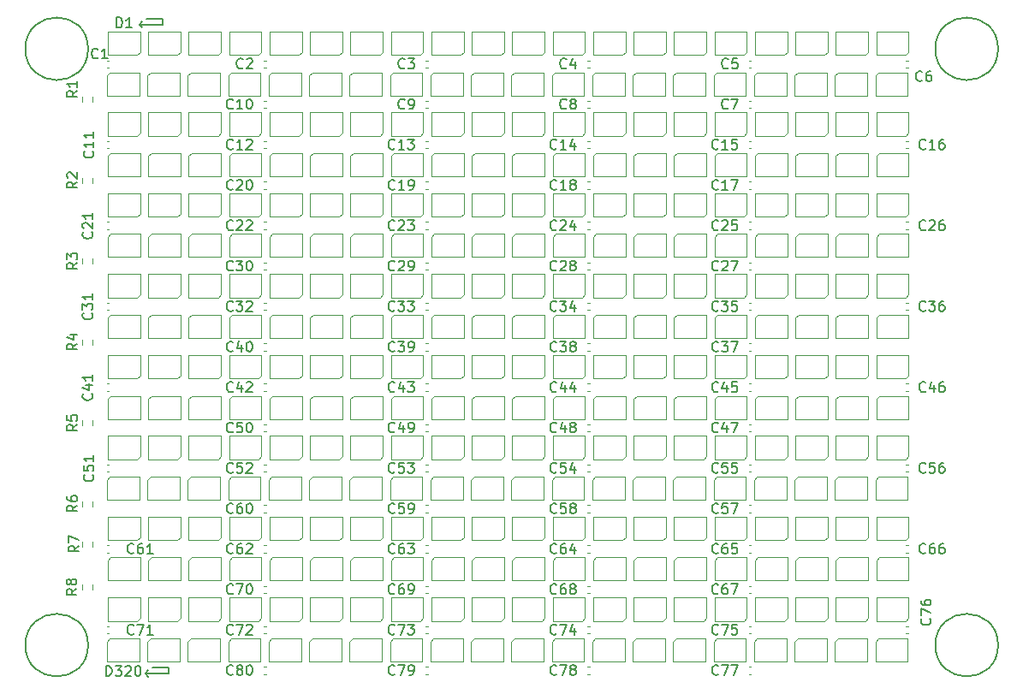
<source format=gbr>
%TF.GenerationSoftware,KiCad,Pcbnew,9.0.4*%
%TF.CreationDate,2025-10-26T23:37:27-04:00*%
%TF.ProjectId,display,64697370-6c61-4792-9e6b-696361645f70,0.1.0*%
%TF.SameCoordinates,Original*%
%TF.FileFunction,Legend,Top*%
%TF.FilePolarity,Positive*%
%FSLAX46Y46*%
G04 Gerber Fmt 4.6, Leading zero omitted, Abs format (unit mm)*
G04 Created by KiCad (PCBNEW 9.0.4) date 2025-10-26 23:37:27*
%MOMM*%
%LPD*%
G01*
G04 APERTURE LIST*
%ADD10C,0.200000*%
%ADD11C,0.160000*%
%ADD12C,0.150000*%
%ADD13C,0.120000*%
G04 APERTURE END LIST*
D10*
X104100000Y-16000000D02*
G75*
G02*
X97900000Y-16000000I-3100000J0D01*
G01*
X97900000Y-16000000D02*
G75*
G02*
X104100000Y-16000000I3100000J0D01*
G01*
X104100000Y-75000000D02*
G75*
G02*
X97900000Y-75000000I-3100000J0D01*
G01*
X97900000Y-75000000D02*
G75*
G02*
X104100000Y-75000000I3100000J0D01*
G01*
D11*
X19867500Y-13000000D02*
X21467500Y-13000000D01*
X19767500Y-77800000D02*
X20067500Y-78100000D01*
X19467500Y-13300000D02*
X19167500Y-13600000D01*
X22067500Y-77200000D02*
X22067500Y-77800000D01*
X21467500Y-13000000D02*
X21467500Y-13600000D01*
X20067500Y-77500000D02*
X19767500Y-77800000D01*
D10*
X14100000Y-16000000D02*
G75*
G02*
X7900000Y-16000000I-3100000J0D01*
G01*
X7900000Y-16000000D02*
G75*
G02*
X14100000Y-16000000I3100000J0D01*
G01*
D11*
X22067500Y-77800000D02*
X19767500Y-77800000D01*
X20467500Y-77200000D02*
X22067500Y-77200000D01*
X21467500Y-13600000D02*
X19167500Y-13600000D01*
D10*
X14100000Y-75000000D02*
G75*
G02*
X7900000Y-75000000I-3100000J0D01*
G01*
X7900000Y-75000000D02*
G75*
G02*
X14100000Y-75000000I3100000J0D01*
G01*
D11*
X19167500Y-13600000D02*
X19467500Y-13900000D01*
D12*
X44424642Y-25859580D02*
X44377023Y-25907200D01*
X44377023Y-25907200D02*
X44234166Y-25954819D01*
X44234166Y-25954819D02*
X44138928Y-25954819D01*
X44138928Y-25954819D02*
X43996071Y-25907200D01*
X43996071Y-25907200D02*
X43900833Y-25811961D01*
X43900833Y-25811961D02*
X43853214Y-25716723D01*
X43853214Y-25716723D02*
X43805595Y-25526247D01*
X43805595Y-25526247D02*
X43805595Y-25383390D01*
X43805595Y-25383390D02*
X43853214Y-25192914D01*
X43853214Y-25192914D02*
X43900833Y-25097676D01*
X43900833Y-25097676D02*
X43996071Y-25002438D01*
X43996071Y-25002438D02*
X44138928Y-24954819D01*
X44138928Y-24954819D02*
X44234166Y-24954819D01*
X44234166Y-24954819D02*
X44377023Y-25002438D01*
X44377023Y-25002438D02*
X44424642Y-25050057D01*
X45377023Y-25954819D02*
X44805595Y-25954819D01*
X45091309Y-25954819D02*
X45091309Y-24954819D01*
X45091309Y-24954819D02*
X44996071Y-25097676D01*
X44996071Y-25097676D02*
X44900833Y-25192914D01*
X44900833Y-25192914D02*
X44805595Y-25240533D01*
X45710357Y-24954819D02*
X46329404Y-24954819D01*
X46329404Y-24954819D02*
X45996071Y-25335771D01*
X45996071Y-25335771D02*
X46138928Y-25335771D01*
X46138928Y-25335771D02*
X46234166Y-25383390D01*
X46234166Y-25383390D02*
X46281785Y-25431009D01*
X46281785Y-25431009D02*
X46329404Y-25526247D01*
X46329404Y-25526247D02*
X46329404Y-25764342D01*
X46329404Y-25764342D02*
X46281785Y-25859580D01*
X46281785Y-25859580D02*
X46234166Y-25907200D01*
X46234166Y-25907200D02*
X46138928Y-25954819D01*
X46138928Y-25954819D02*
X45853214Y-25954819D01*
X45853214Y-25954819D02*
X45757976Y-25907200D01*
X45757976Y-25907200D02*
X45710357Y-25859580D01*
X13024819Y-61166666D02*
X12548628Y-61499999D01*
X13024819Y-61738094D02*
X12024819Y-61738094D01*
X12024819Y-61738094D02*
X12024819Y-61357142D01*
X12024819Y-61357142D02*
X12072438Y-61261904D01*
X12072438Y-61261904D02*
X12120057Y-61214285D01*
X12120057Y-61214285D02*
X12215295Y-61166666D01*
X12215295Y-61166666D02*
X12358152Y-61166666D01*
X12358152Y-61166666D02*
X12453390Y-61214285D01*
X12453390Y-61214285D02*
X12501009Y-61261904D01*
X12501009Y-61261904D02*
X12548628Y-61357142D01*
X12548628Y-61357142D02*
X12548628Y-61738094D01*
X12024819Y-60309523D02*
X12024819Y-60499999D01*
X12024819Y-60499999D02*
X12072438Y-60595237D01*
X12072438Y-60595237D02*
X12120057Y-60642856D01*
X12120057Y-60642856D02*
X12262914Y-60738094D01*
X12262914Y-60738094D02*
X12453390Y-60785713D01*
X12453390Y-60785713D02*
X12834342Y-60785713D01*
X12834342Y-60785713D02*
X12929580Y-60738094D01*
X12929580Y-60738094D02*
X12977200Y-60690475D01*
X12977200Y-60690475D02*
X13024819Y-60595237D01*
X13024819Y-60595237D02*
X13024819Y-60404761D01*
X13024819Y-60404761D02*
X12977200Y-60309523D01*
X12977200Y-60309523D02*
X12929580Y-60261904D01*
X12929580Y-60261904D02*
X12834342Y-60214285D01*
X12834342Y-60214285D02*
X12596247Y-60214285D01*
X12596247Y-60214285D02*
X12501009Y-60261904D01*
X12501009Y-60261904D02*
X12453390Y-60309523D01*
X12453390Y-60309523D02*
X12405771Y-60404761D01*
X12405771Y-60404761D02*
X12405771Y-60595237D01*
X12405771Y-60595237D02*
X12453390Y-60690475D01*
X12453390Y-60690475D02*
X12501009Y-60738094D01*
X12501009Y-60738094D02*
X12596247Y-60785713D01*
X76424642Y-77859580D02*
X76377023Y-77907200D01*
X76377023Y-77907200D02*
X76234166Y-77954819D01*
X76234166Y-77954819D02*
X76138928Y-77954819D01*
X76138928Y-77954819D02*
X75996071Y-77907200D01*
X75996071Y-77907200D02*
X75900833Y-77811961D01*
X75900833Y-77811961D02*
X75853214Y-77716723D01*
X75853214Y-77716723D02*
X75805595Y-77526247D01*
X75805595Y-77526247D02*
X75805595Y-77383390D01*
X75805595Y-77383390D02*
X75853214Y-77192914D01*
X75853214Y-77192914D02*
X75900833Y-77097676D01*
X75900833Y-77097676D02*
X75996071Y-77002438D01*
X75996071Y-77002438D02*
X76138928Y-76954819D01*
X76138928Y-76954819D02*
X76234166Y-76954819D01*
X76234166Y-76954819D02*
X76377023Y-77002438D01*
X76377023Y-77002438D02*
X76424642Y-77050057D01*
X76757976Y-76954819D02*
X77424642Y-76954819D01*
X77424642Y-76954819D02*
X76996071Y-77954819D01*
X77710357Y-76954819D02*
X78377023Y-76954819D01*
X78377023Y-76954819D02*
X77948452Y-77954819D01*
X76424642Y-41859580D02*
X76377023Y-41907200D01*
X76377023Y-41907200D02*
X76234166Y-41954819D01*
X76234166Y-41954819D02*
X76138928Y-41954819D01*
X76138928Y-41954819D02*
X75996071Y-41907200D01*
X75996071Y-41907200D02*
X75900833Y-41811961D01*
X75900833Y-41811961D02*
X75853214Y-41716723D01*
X75853214Y-41716723D02*
X75805595Y-41526247D01*
X75805595Y-41526247D02*
X75805595Y-41383390D01*
X75805595Y-41383390D02*
X75853214Y-41192914D01*
X75853214Y-41192914D02*
X75900833Y-41097676D01*
X75900833Y-41097676D02*
X75996071Y-41002438D01*
X75996071Y-41002438D02*
X76138928Y-40954819D01*
X76138928Y-40954819D02*
X76234166Y-40954819D01*
X76234166Y-40954819D02*
X76377023Y-41002438D01*
X76377023Y-41002438D02*
X76424642Y-41050057D01*
X76757976Y-40954819D02*
X77377023Y-40954819D01*
X77377023Y-40954819D02*
X77043690Y-41335771D01*
X77043690Y-41335771D02*
X77186547Y-41335771D01*
X77186547Y-41335771D02*
X77281785Y-41383390D01*
X77281785Y-41383390D02*
X77329404Y-41431009D01*
X77329404Y-41431009D02*
X77377023Y-41526247D01*
X77377023Y-41526247D02*
X77377023Y-41764342D01*
X77377023Y-41764342D02*
X77329404Y-41859580D01*
X77329404Y-41859580D02*
X77281785Y-41907200D01*
X77281785Y-41907200D02*
X77186547Y-41954819D01*
X77186547Y-41954819D02*
X76900833Y-41954819D01*
X76900833Y-41954819D02*
X76805595Y-41907200D01*
X76805595Y-41907200D02*
X76757976Y-41859580D01*
X78281785Y-40954819D02*
X77805595Y-40954819D01*
X77805595Y-40954819D02*
X77757976Y-41431009D01*
X77757976Y-41431009D02*
X77805595Y-41383390D01*
X77805595Y-41383390D02*
X77900833Y-41335771D01*
X77900833Y-41335771D02*
X78138928Y-41335771D01*
X78138928Y-41335771D02*
X78234166Y-41383390D01*
X78234166Y-41383390D02*
X78281785Y-41431009D01*
X78281785Y-41431009D02*
X78329404Y-41526247D01*
X78329404Y-41526247D02*
X78329404Y-41764342D01*
X78329404Y-41764342D02*
X78281785Y-41859580D01*
X78281785Y-41859580D02*
X78234166Y-41907200D01*
X78234166Y-41907200D02*
X78138928Y-41954819D01*
X78138928Y-41954819D02*
X77900833Y-41954819D01*
X77900833Y-41954819D02*
X77805595Y-41907200D01*
X77805595Y-41907200D02*
X77757976Y-41859580D01*
X60424642Y-25859580D02*
X60377023Y-25907200D01*
X60377023Y-25907200D02*
X60234166Y-25954819D01*
X60234166Y-25954819D02*
X60138928Y-25954819D01*
X60138928Y-25954819D02*
X59996071Y-25907200D01*
X59996071Y-25907200D02*
X59900833Y-25811961D01*
X59900833Y-25811961D02*
X59853214Y-25716723D01*
X59853214Y-25716723D02*
X59805595Y-25526247D01*
X59805595Y-25526247D02*
X59805595Y-25383390D01*
X59805595Y-25383390D02*
X59853214Y-25192914D01*
X59853214Y-25192914D02*
X59900833Y-25097676D01*
X59900833Y-25097676D02*
X59996071Y-25002438D01*
X59996071Y-25002438D02*
X60138928Y-24954819D01*
X60138928Y-24954819D02*
X60234166Y-24954819D01*
X60234166Y-24954819D02*
X60377023Y-25002438D01*
X60377023Y-25002438D02*
X60424642Y-25050057D01*
X61377023Y-25954819D02*
X60805595Y-25954819D01*
X61091309Y-25954819D02*
X61091309Y-24954819D01*
X61091309Y-24954819D02*
X60996071Y-25097676D01*
X60996071Y-25097676D02*
X60900833Y-25192914D01*
X60900833Y-25192914D02*
X60805595Y-25240533D01*
X62234166Y-25288152D02*
X62234166Y-25954819D01*
X61996071Y-24907200D02*
X61757976Y-25621485D01*
X61757976Y-25621485D02*
X62377023Y-25621485D01*
X61400833Y-17859580D02*
X61353214Y-17907200D01*
X61353214Y-17907200D02*
X61210357Y-17954819D01*
X61210357Y-17954819D02*
X61115119Y-17954819D01*
X61115119Y-17954819D02*
X60972262Y-17907200D01*
X60972262Y-17907200D02*
X60877024Y-17811961D01*
X60877024Y-17811961D02*
X60829405Y-17716723D01*
X60829405Y-17716723D02*
X60781786Y-17526247D01*
X60781786Y-17526247D02*
X60781786Y-17383390D01*
X60781786Y-17383390D02*
X60829405Y-17192914D01*
X60829405Y-17192914D02*
X60877024Y-17097676D01*
X60877024Y-17097676D02*
X60972262Y-17002438D01*
X60972262Y-17002438D02*
X61115119Y-16954819D01*
X61115119Y-16954819D02*
X61210357Y-16954819D01*
X61210357Y-16954819D02*
X61353214Y-17002438D01*
X61353214Y-17002438D02*
X61400833Y-17050057D01*
X62257976Y-17288152D02*
X62257976Y-17954819D01*
X62019881Y-16907200D02*
X61781786Y-17621485D01*
X61781786Y-17621485D02*
X62400833Y-17621485D01*
X18607142Y-65859580D02*
X18559523Y-65907200D01*
X18559523Y-65907200D02*
X18416666Y-65954819D01*
X18416666Y-65954819D02*
X18321428Y-65954819D01*
X18321428Y-65954819D02*
X18178571Y-65907200D01*
X18178571Y-65907200D02*
X18083333Y-65811961D01*
X18083333Y-65811961D02*
X18035714Y-65716723D01*
X18035714Y-65716723D02*
X17988095Y-65526247D01*
X17988095Y-65526247D02*
X17988095Y-65383390D01*
X17988095Y-65383390D02*
X18035714Y-65192914D01*
X18035714Y-65192914D02*
X18083333Y-65097676D01*
X18083333Y-65097676D02*
X18178571Y-65002438D01*
X18178571Y-65002438D02*
X18321428Y-64954819D01*
X18321428Y-64954819D02*
X18416666Y-64954819D01*
X18416666Y-64954819D02*
X18559523Y-65002438D01*
X18559523Y-65002438D02*
X18607142Y-65050057D01*
X19464285Y-64954819D02*
X19273809Y-64954819D01*
X19273809Y-64954819D02*
X19178571Y-65002438D01*
X19178571Y-65002438D02*
X19130952Y-65050057D01*
X19130952Y-65050057D02*
X19035714Y-65192914D01*
X19035714Y-65192914D02*
X18988095Y-65383390D01*
X18988095Y-65383390D02*
X18988095Y-65764342D01*
X18988095Y-65764342D02*
X19035714Y-65859580D01*
X19035714Y-65859580D02*
X19083333Y-65907200D01*
X19083333Y-65907200D02*
X19178571Y-65954819D01*
X19178571Y-65954819D02*
X19369047Y-65954819D01*
X19369047Y-65954819D02*
X19464285Y-65907200D01*
X19464285Y-65907200D02*
X19511904Y-65859580D01*
X19511904Y-65859580D02*
X19559523Y-65764342D01*
X19559523Y-65764342D02*
X19559523Y-65526247D01*
X19559523Y-65526247D02*
X19511904Y-65431009D01*
X19511904Y-65431009D02*
X19464285Y-65383390D01*
X19464285Y-65383390D02*
X19369047Y-65335771D01*
X19369047Y-65335771D02*
X19178571Y-65335771D01*
X19178571Y-65335771D02*
X19083333Y-65383390D01*
X19083333Y-65383390D02*
X19035714Y-65431009D01*
X19035714Y-65431009D02*
X18988095Y-65526247D01*
X20511904Y-65954819D02*
X19940476Y-65954819D01*
X20226190Y-65954819D02*
X20226190Y-64954819D01*
X20226190Y-64954819D02*
X20130952Y-65097676D01*
X20130952Y-65097676D02*
X20035714Y-65192914D01*
X20035714Y-65192914D02*
X19940476Y-65240533D01*
X96924642Y-33859580D02*
X96877023Y-33907200D01*
X96877023Y-33907200D02*
X96734166Y-33954819D01*
X96734166Y-33954819D02*
X96638928Y-33954819D01*
X96638928Y-33954819D02*
X96496071Y-33907200D01*
X96496071Y-33907200D02*
X96400833Y-33811961D01*
X96400833Y-33811961D02*
X96353214Y-33716723D01*
X96353214Y-33716723D02*
X96305595Y-33526247D01*
X96305595Y-33526247D02*
X96305595Y-33383390D01*
X96305595Y-33383390D02*
X96353214Y-33192914D01*
X96353214Y-33192914D02*
X96400833Y-33097676D01*
X96400833Y-33097676D02*
X96496071Y-33002438D01*
X96496071Y-33002438D02*
X96638928Y-32954819D01*
X96638928Y-32954819D02*
X96734166Y-32954819D01*
X96734166Y-32954819D02*
X96877023Y-33002438D01*
X96877023Y-33002438D02*
X96924642Y-33050057D01*
X97305595Y-33050057D02*
X97353214Y-33002438D01*
X97353214Y-33002438D02*
X97448452Y-32954819D01*
X97448452Y-32954819D02*
X97686547Y-32954819D01*
X97686547Y-32954819D02*
X97781785Y-33002438D01*
X97781785Y-33002438D02*
X97829404Y-33050057D01*
X97829404Y-33050057D02*
X97877023Y-33145295D01*
X97877023Y-33145295D02*
X97877023Y-33240533D01*
X97877023Y-33240533D02*
X97829404Y-33383390D01*
X97829404Y-33383390D02*
X97257976Y-33954819D01*
X97257976Y-33954819D02*
X97877023Y-33954819D01*
X98734166Y-32954819D02*
X98543690Y-32954819D01*
X98543690Y-32954819D02*
X98448452Y-33002438D01*
X98448452Y-33002438D02*
X98400833Y-33050057D01*
X98400833Y-33050057D02*
X98305595Y-33192914D01*
X98305595Y-33192914D02*
X98257976Y-33383390D01*
X98257976Y-33383390D02*
X98257976Y-33764342D01*
X98257976Y-33764342D02*
X98305595Y-33859580D01*
X98305595Y-33859580D02*
X98353214Y-33907200D01*
X98353214Y-33907200D02*
X98448452Y-33954819D01*
X98448452Y-33954819D02*
X98638928Y-33954819D01*
X98638928Y-33954819D02*
X98734166Y-33907200D01*
X98734166Y-33907200D02*
X98781785Y-33859580D01*
X98781785Y-33859580D02*
X98829404Y-33764342D01*
X98829404Y-33764342D02*
X98829404Y-33526247D01*
X98829404Y-33526247D02*
X98781785Y-33431009D01*
X98781785Y-33431009D02*
X98734166Y-33383390D01*
X98734166Y-33383390D02*
X98638928Y-33335771D01*
X98638928Y-33335771D02*
X98448452Y-33335771D01*
X98448452Y-33335771D02*
X98353214Y-33383390D01*
X98353214Y-33383390D02*
X98305595Y-33431009D01*
X98305595Y-33431009D02*
X98257976Y-33526247D01*
X60424642Y-37859580D02*
X60377023Y-37907200D01*
X60377023Y-37907200D02*
X60234166Y-37954819D01*
X60234166Y-37954819D02*
X60138928Y-37954819D01*
X60138928Y-37954819D02*
X59996071Y-37907200D01*
X59996071Y-37907200D02*
X59900833Y-37811961D01*
X59900833Y-37811961D02*
X59853214Y-37716723D01*
X59853214Y-37716723D02*
X59805595Y-37526247D01*
X59805595Y-37526247D02*
X59805595Y-37383390D01*
X59805595Y-37383390D02*
X59853214Y-37192914D01*
X59853214Y-37192914D02*
X59900833Y-37097676D01*
X59900833Y-37097676D02*
X59996071Y-37002438D01*
X59996071Y-37002438D02*
X60138928Y-36954819D01*
X60138928Y-36954819D02*
X60234166Y-36954819D01*
X60234166Y-36954819D02*
X60377023Y-37002438D01*
X60377023Y-37002438D02*
X60424642Y-37050057D01*
X60805595Y-37050057D02*
X60853214Y-37002438D01*
X60853214Y-37002438D02*
X60948452Y-36954819D01*
X60948452Y-36954819D02*
X61186547Y-36954819D01*
X61186547Y-36954819D02*
X61281785Y-37002438D01*
X61281785Y-37002438D02*
X61329404Y-37050057D01*
X61329404Y-37050057D02*
X61377023Y-37145295D01*
X61377023Y-37145295D02*
X61377023Y-37240533D01*
X61377023Y-37240533D02*
X61329404Y-37383390D01*
X61329404Y-37383390D02*
X60757976Y-37954819D01*
X60757976Y-37954819D02*
X61377023Y-37954819D01*
X61948452Y-37383390D02*
X61853214Y-37335771D01*
X61853214Y-37335771D02*
X61805595Y-37288152D01*
X61805595Y-37288152D02*
X61757976Y-37192914D01*
X61757976Y-37192914D02*
X61757976Y-37145295D01*
X61757976Y-37145295D02*
X61805595Y-37050057D01*
X61805595Y-37050057D02*
X61853214Y-37002438D01*
X61853214Y-37002438D02*
X61948452Y-36954819D01*
X61948452Y-36954819D02*
X62138928Y-36954819D01*
X62138928Y-36954819D02*
X62234166Y-37002438D01*
X62234166Y-37002438D02*
X62281785Y-37050057D01*
X62281785Y-37050057D02*
X62329404Y-37145295D01*
X62329404Y-37145295D02*
X62329404Y-37192914D01*
X62329404Y-37192914D02*
X62281785Y-37288152D01*
X62281785Y-37288152D02*
X62234166Y-37335771D01*
X62234166Y-37335771D02*
X62138928Y-37383390D01*
X62138928Y-37383390D02*
X61948452Y-37383390D01*
X61948452Y-37383390D02*
X61853214Y-37431009D01*
X61853214Y-37431009D02*
X61805595Y-37478628D01*
X61805595Y-37478628D02*
X61757976Y-37573866D01*
X61757976Y-37573866D02*
X61757976Y-37764342D01*
X61757976Y-37764342D02*
X61805595Y-37859580D01*
X61805595Y-37859580D02*
X61853214Y-37907200D01*
X61853214Y-37907200D02*
X61948452Y-37954819D01*
X61948452Y-37954819D02*
X62138928Y-37954819D01*
X62138928Y-37954819D02*
X62234166Y-37907200D01*
X62234166Y-37907200D02*
X62281785Y-37859580D01*
X62281785Y-37859580D02*
X62329404Y-37764342D01*
X62329404Y-37764342D02*
X62329404Y-37573866D01*
X62329404Y-37573866D02*
X62281785Y-37478628D01*
X62281785Y-37478628D02*
X62234166Y-37431009D01*
X62234166Y-37431009D02*
X62138928Y-37383390D01*
X44424642Y-69859580D02*
X44377023Y-69907200D01*
X44377023Y-69907200D02*
X44234166Y-69954819D01*
X44234166Y-69954819D02*
X44138928Y-69954819D01*
X44138928Y-69954819D02*
X43996071Y-69907200D01*
X43996071Y-69907200D02*
X43900833Y-69811961D01*
X43900833Y-69811961D02*
X43853214Y-69716723D01*
X43853214Y-69716723D02*
X43805595Y-69526247D01*
X43805595Y-69526247D02*
X43805595Y-69383390D01*
X43805595Y-69383390D02*
X43853214Y-69192914D01*
X43853214Y-69192914D02*
X43900833Y-69097676D01*
X43900833Y-69097676D02*
X43996071Y-69002438D01*
X43996071Y-69002438D02*
X44138928Y-68954819D01*
X44138928Y-68954819D02*
X44234166Y-68954819D01*
X44234166Y-68954819D02*
X44377023Y-69002438D01*
X44377023Y-69002438D02*
X44424642Y-69050057D01*
X45281785Y-68954819D02*
X45091309Y-68954819D01*
X45091309Y-68954819D02*
X44996071Y-69002438D01*
X44996071Y-69002438D02*
X44948452Y-69050057D01*
X44948452Y-69050057D02*
X44853214Y-69192914D01*
X44853214Y-69192914D02*
X44805595Y-69383390D01*
X44805595Y-69383390D02*
X44805595Y-69764342D01*
X44805595Y-69764342D02*
X44853214Y-69859580D01*
X44853214Y-69859580D02*
X44900833Y-69907200D01*
X44900833Y-69907200D02*
X44996071Y-69954819D01*
X44996071Y-69954819D02*
X45186547Y-69954819D01*
X45186547Y-69954819D02*
X45281785Y-69907200D01*
X45281785Y-69907200D02*
X45329404Y-69859580D01*
X45329404Y-69859580D02*
X45377023Y-69764342D01*
X45377023Y-69764342D02*
X45377023Y-69526247D01*
X45377023Y-69526247D02*
X45329404Y-69431009D01*
X45329404Y-69431009D02*
X45281785Y-69383390D01*
X45281785Y-69383390D02*
X45186547Y-69335771D01*
X45186547Y-69335771D02*
X44996071Y-69335771D01*
X44996071Y-69335771D02*
X44900833Y-69383390D01*
X44900833Y-69383390D02*
X44853214Y-69431009D01*
X44853214Y-69431009D02*
X44805595Y-69526247D01*
X45853214Y-69954819D02*
X46043690Y-69954819D01*
X46043690Y-69954819D02*
X46138928Y-69907200D01*
X46138928Y-69907200D02*
X46186547Y-69859580D01*
X46186547Y-69859580D02*
X46281785Y-69716723D01*
X46281785Y-69716723D02*
X46329404Y-69526247D01*
X46329404Y-69526247D02*
X46329404Y-69145295D01*
X46329404Y-69145295D02*
X46281785Y-69050057D01*
X46281785Y-69050057D02*
X46234166Y-69002438D01*
X46234166Y-69002438D02*
X46138928Y-68954819D01*
X46138928Y-68954819D02*
X45948452Y-68954819D01*
X45948452Y-68954819D02*
X45853214Y-69002438D01*
X45853214Y-69002438D02*
X45805595Y-69050057D01*
X45805595Y-69050057D02*
X45757976Y-69145295D01*
X45757976Y-69145295D02*
X45757976Y-69383390D01*
X45757976Y-69383390D02*
X45805595Y-69478628D01*
X45805595Y-69478628D02*
X45853214Y-69526247D01*
X45853214Y-69526247D02*
X45948452Y-69573866D01*
X45948452Y-69573866D02*
X46138928Y-69573866D01*
X46138928Y-69573866D02*
X46234166Y-69526247D01*
X46234166Y-69526247D02*
X46281785Y-69478628D01*
X46281785Y-69478628D02*
X46329404Y-69383390D01*
X77400833Y-17859580D02*
X77353214Y-17907200D01*
X77353214Y-17907200D02*
X77210357Y-17954819D01*
X77210357Y-17954819D02*
X77115119Y-17954819D01*
X77115119Y-17954819D02*
X76972262Y-17907200D01*
X76972262Y-17907200D02*
X76877024Y-17811961D01*
X76877024Y-17811961D02*
X76829405Y-17716723D01*
X76829405Y-17716723D02*
X76781786Y-17526247D01*
X76781786Y-17526247D02*
X76781786Y-17383390D01*
X76781786Y-17383390D02*
X76829405Y-17192914D01*
X76829405Y-17192914D02*
X76877024Y-17097676D01*
X76877024Y-17097676D02*
X76972262Y-17002438D01*
X76972262Y-17002438D02*
X77115119Y-16954819D01*
X77115119Y-16954819D02*
X77210357Y-16954819D01*
X77210357Y-16954819D02*
X77353214Y-17002438D01*
X77353214Y-17002438D02*
X77400833Y-17050057D01*
X78305595Y-16954819D02*
X77829405Y-16954819D01*
X77829405Y-16954819D02*
X77781786Y-17431009D01*
X77781786Y-17431009D02*
X77829405Y-17383390D01*
X77829405Y-17383390D02*
X77924643Y-17335771D01*
X77924643Y-17335771D02*
X78162738Y-17335771D01*
X78162738Y-17335771D02*
X78257976Y-17383390D01*
X78257976Y-17383390D02*
X78305595Y-17431009D01*
X78305595Y-17431009D02*
X78353214Y-17526247D01*
X78353214Y-17526247D02*
X78353214Y-17764342D01*
X78353214Y-17764342D02*
X78305595Y-17859580D01*
X78305595Y-17859580D02*
X78257976Y-17907200D01*
X78257976Y-17907200D02*
X78162738Y-17954819D01*
X78162738Y-17954819D02*
X77924643Y-17954819D01*
X77924643Y-17954819D02*
X77829405Y-17907200D01*
X77829405Y-17907200D02*
X77781786Y-17859580D01*
X96924642Y-65859580D02*
X96877023Y-65907200D01*
X96877023Y-65907200D02*
X96734166Y-65954819D01*
X96734166Y-65954819D02*
X96638928Y-65954819D01*
X96638928Y-65954819D02*
X96496071Y-65907200D01*
X96496071Y-65907200D02*
X96400833Y-65811961D01*
X96400833Y-65811961D02*
X96353214Y-65716723D01*
X96353214Y-65716723D02*
X96305595Y-65526247D01*
X96305595Y-65526247D02*
X96305595Y-65383390D01*
X96305595Y-65383390D02*
X96353214Y-65192914D01*
X96353214Y-65192914D02*
X96400833Y-65097676D01*
X96400833Y-65097676D02*
X96496071Y-65002438D01*
X96496071Y-65002438D02*
X96638928Y-64954819D01*
X96638928Y-64954819D02*
X96734166Y-64954819D01*
X96734166Y-64954819D02*
X96877023Y-65002438D01*
X96877023Y-65002438D02*
X96924642Y-65050057D01*
X97781785Y-64954819D02*
X97591309Y-64954819D01*
X97591309Y-64954819D02*
X97496071Y-65002438D01*
X97496071Y-65002438D02*
X97448452Y-65050057D01*
X97448452Y-65050057D02*
X97353214Y-65192914D01*
X97353214Y-65192914D02*
X97305595Y-65383390D01*
X97305595Y-65383390D02*
X97305595Y-65764342D01*
X97305595Y-65764342D02*
X97353214Y-65859580D01*
X97353214Y-65859580D02*
X97400833Y-65907200D01*
X97400833Y-65907200D02*
X97496071Y-65954819D01*
X97496071Y-65954819D02*
X97686547Y-65954819D01*
X97686547Y-65954819D02*
X97781785Y-65907200D01*
X97781785Y-65907200D02*
X97829404Y-65859580D01*
X97829404Y-65859580D02*
X97877023Y-65764342D01*
X97877023Y-65764342D02*
X97877023Y-65526247D01*
X97877023Y-65526247D02*
X97829404Y-65431009D01*
X97829404Y-65431009D02*
X97781785Y-65383390D01*
X97781785Y-65383390D02*
X97686547Y-65335771D01*
X97686547Y-65335771D02*
X97496071Y-65335771D01*
X97496071Y-65335771D02*
X97400833Y-65383390D01*
X97400833Y-65383390D02*
X97353214Y-65431009D01*
X97353214Y-65431009D02*
X97305595Y-65526247D01*
X98734166Y-64954819D02*
X98543690Y-64954819D01*
X98543690Y-64954819D02*
X98448452Y-65002438D01*
X98448452Y-65002438D02*
X98400833Y-65050057D01*
X98400833Y-65050057D02*
X98305595Y-65192914D01*
X98305595Y-65192914D02*
X98257976Y-65383390D01*
X98257976Y-65383390D02*
X98257976Y-65764342D01*
X98257976Y-65764342D02*
X98305595Y-65859580D01*
X98305595Y-65859580D02*
X98353214Y-65907200D01*
X98353214Y-65907200D02*
X98448452Y-65954819D01*
X98448452Y-65954819D02*
X98638928Y-65954819D01*
X98638928Y-65954819D02*
X98734166Y-65907200D01*
X98734166Y-65907200D02*
X98781785Y-65859580D01*
X98781785Y-65859580D02*
X98829404Y-65764342D01*
X98829404Y-65764342D02*
X98829404Y-65526247D01*
X98829404Y-65526247D02*
X98781785Y-65431009D01*
X98781785Y-65431009D02*
X98734166Y-65383390D01*
X98734166Y-65383390D02*
X98638928Y-65335771D01*
X98638928Y-65335771D02*
X98448452Y-65335771D01*
X98448452Y-65335771D02*
X98353214Y-65383390D01*
X98353214Y-65383390D02*
X98305595Y-65431009D01*
X98305595Y-65431009D02*
X98257976Y-65526247D01*
X76424642Y-45859580D02*
X76377023Y-45907200D01*
X76377023Y-45907200D02*
X76234166Y-45954819D01*
X76234166Y-45954819D02*
X76138928Y-45954819D01*
X76138928Y-45954819D02*
X75996071Y-45907200D01*
X75996071Y-45907200D02*
X75900833Y-45811961D01*
X75900833Y-45811961D02*
X75853214Y-45716723D01*
X75853214Y-45716723D02*
X75805595Y-45526247D01*
X75805595Y-45526247D02*
X75805595Y-45383390D01*
X75805595Y-45383390D02*
X75853214Y-45192914D01*
X75853214Y-45192914D02*
X75900833Y-45097676D01*
X75900833Y-45097676D02*
X75996071Y-45002438D01*
X75996071Y-45002438D02*
X76138928Y-44954819D01*
X76138928Y-44954819D02*
X76234166Y-44954819D01*
X76234166Y-44954819D02*
X76377023Y-45002438D01*
X76377023Y-45002438D02*
X76424642Y-45050057D01*
X76757976Y-44954819D02*
X77377023Y-44954819D01*
X77377023Y-44954819D02*
X77043690Y-45335771D01*
X77043690Y-45335771D02*
X77186547Y-45335771D01*
X77186547Y-45335771D02*
X77281785Y-45383390D01*
X77281785Y-45383390D02*
X77329404Y-45431009D01*
X77329404Y-45431009D02*
X77377023Y-45526247D01*
X77377023Y-45526247D02*
X77377023Y-45764342D01*
X77377023Y-45764342D02*
X77329404Y-45859580D01*
X77329404Y-45859580D02*
X77281785Y-45907200D01*
X77281785Y-45907200D02*
X77186547Y-45954819D01*
X77186547Y-45954819D02*
X76900833Y-45954819D01*
X76900833Y-45954819D02*
X76805595Y-45907200D01*
X76805595Y-45907200D02*
X76757976Y-45859580D01*
X77710357Y-44954819D02*
X78377023Y-44954819D01*
X78377023Y-44954819D02*
X77948452Y-45954819D01*
X28424642Y-53859580D02*
X28377023Y-53907200D01*
X28377023Y-53907200D02*
X28234166Y-53954819D01*
X28234166Y-53954819D02*
X28138928Y-53954819D01*
X28138928Y-53954819D02*
X27996071Y-53907200D01*
X27996071Y-53907200D02*
X27900833Y-53811961D01*
X27900833Y-53811961D02*
X27853214Y-53716723D01*
X27853214Y-53716723D02*
X27805595Y-53526247D01*
X27805595Y-53526247D02*
X27805595Y-53383390D01*
X27805595Y-53383390D02*
X27853214Y-53192914D01*
X27853214Y-53192914D02*
X27900833Y-53097676D01*
X27900833Y-53097676D02*
X27996071Y-53002438D01*
X27996071Y-53002438D02*
X28138928Y-52954819D01*
X28138928Y-52954819D02*
X28234166Y-52954819D01*
X28234166Y-52954819D02*
X28377023Y-53002438D01*
X28377023Y-53002438D02*
X28424642Y-53050057D01*
X29329404Y-52954819D02*
X28853214Y-52954819D01*
X28853214Y-52954819D02*
X28805595Y-53431009D01*
X28805595Y-53431009D02*
X28853214Y-53383390D01*
X28853214Y-53383390D02*
X28948452Y-53335771D01*
X28948452Y-53335771D02*
X29186547Y-53335771D01*
X29186547Y-53335771D02*
X29281785Y-53383390D01*
X29281785Y-53383390D02*
X29329404Y-53431009D01*
X29329404Y-53431009D02*
X29377023Y-53526247D01*
X29377023Y-53526247D02*
X29377023Y-53764342D01*
X29377023Y-53764342D02*
X29329404Y-53859580D01*
X29329404Y-53859580D02*
X29281785Y-53907200D01*
X29281785Y-53907200D02*
X29186547Y-53954819D01*
X29186547Y-53954819D02*
X28948452Y-53954819D01*
X28948452Y-53954819D02*
X28853214Y-53907200D01*
X28853214Y-53907200D02*
X28805595Y-53859580D01*
X29996071Y-52954819D02*
X30091309Y-52954819D01*
X30091309Y-52954819D02*
X30186547Y-53002438D01*
X30186547Y-53002438D02*
X30234166Y-53050057D01*
X30234166Y-53050057D02*
X30281785Y-53145295D01*
X30281785Y-53145295D02*
X30329404Y-53335771D01*
X30329404Y-53335771D02*
X30329404Y-53573866D01*
X30329404Y-53573866D02*
X30281785Y-53764342D01*
X30281785Y-53764342D02*
X30234166Y-53859580D01*
X30234166Y-53859580D02*
X30186547Y-53907200D01*
X30186547Y-53907200D02*
X30091309Y-53954819D01*
X30091309Y-53954819D02*
X29996071Y-53954819D01*
X29996071Y-53954819D02*
X29900833Y-53907200D01*
X29900833Y-53907200D02*
X29853214Y-53859580D01*
X29853214Y-53859580D02*
X29805595Y-53764342D01*
X29805595Y-53764342D02*
X29757976Y-53573866D01*
X29757976Y-53573866D02*
X29757976Y-53335771D01*
X29757976Y-53335771D02*
X29805595Y-53145295D01*
X29805595Y-53145295D02*
X29853214Y-53050057D01*
X29853214Y-53050057D02*
X29900833Y-53002438D01*
X29900833Y-53002438D02*
X29996071Y-52954819D01*
X14459580Y-50142857D02*
X14507200Y-50190476D01*
X14507200Y-50190476D02*
X14554819Y-50333333D01*
X14554819Y-50333333D02*
X14554819Y-50428571D01*
X14554819Y-50428571D02*
X14507200Y-50571428D01*
X14507200Y-50571428D02*
X14411961Y-50666666D01*
X14411961Y-50666666D02*
X14316723Y-50714285D01*
X14316723Y-50714285D02*
X14126247Y-50761904D01*
X14126247Y-50761904D02*
X13983390Y-50761904D01*
X13983390Y-50761904D02*
X13792914Y-50714285D01*
X13792914Y-50714285D02*
X13697676Y-50666666D01*
X13697676Y-50666666D02*
X13602438Y-50571428D01*
X13602438Y-50571428D02*
X13554819Y-50428571D01*
X13554819Y-50428571D02*
X13554819Y-50333333D01*
X13554819Y-50333333D02*
X13602438Y-50190476D01*
X13602438Y-50190476D02*
X13650057Y-50142857D01*
X13888152Y-49285714D02*
X14554819Y-49285714D01*
X13507200Y-49523809D02*
X14221485Y-49761904D01*
X14221485Y-49761904D02*
X14221485Y-49142857D01*
X14554819Y-48238095D02*
X14554819Y-48809523D01*
X14554819Y-48523809D02*
X13554819Y-48523809D01*
X13554819Y-48523809D02*
X13697676Y-48619047D01*
X13697676Y-48619047D02*
X13792914Y-48714285D01*
X13792914Y-48714285D02*
X13840533Y-48809523D01*
X28424642Y-49859580D02*
X28377023Y-49907200D01*
X28377023Y-49907200D02*
X28234166Y-49954819D01*
X28234166Y-49954819D02*
X28138928Y-49954819D01*
X28138928Y-49954819D02*
X27996071Y-49907200D01*
X27996071Y-49907200D02*
X27900833Y-49811961D01*
X27900833Y-49811961D02*
X27853214Y-49716723D01*
X27853214Y-49716723D02*
X27805595Y-49526247D01*
X27805595Y-49526247D02*
X27805595Y-49383390D01*
X27805595Y-49383390D02*
X27853214Y-49192914D01*
X27853214Y-49192914D02*
X27900833Y-49097676D01*
X27900833Y-49097676D02*
X27996071Y-49002438D01*
X27996071Y-49002438D02*
X28138928Y-48954819D01*
X28138928Y-48954819D02*
X28234166Y-48954819D01*
X28234166Y-48954819D02*
X28377023Y-49002438D01*
X28377023Y-49002438D02*
X28424642Y-49050057D01*
X29281785Y-49288152D02*
X29281785Y-49954819D01*
X29043690Y-48907200D02*
X28805595Y-49621485D01*
X28805595Y-49621485D02*
X29424642Y-49621485D01*
X29757976Y-49050057D02*
X29805595Y-49002438D01*
X29805595Y-49002438D02*
X29900833Y-48954819D01*
X29900833Y-48954819D02*
X30138928Y-48954819D01*
X30138928Y-48954819D02*
X30234166Y-49002438D01*
X30234166Y-49002438D02*
X30281785Y-49050057D01*
X30281785Y-49050057D02*
X30329404Y-49145295D01*
X30329404Y-49145295D02*
X30329404Y-49240533D01*
X30329404Y-49240533D02*
X30281785Y-49383390D01*
X30281785Y-49383390D02*
X29710357Y-49954819D01*
X29710357Y-49954819D02*
X30329404Y-49954819D01*
X76424642Y-57859580D02*
X76377023Y-57907200D01*
X76377023Y-57907200D02*
X76234166Y-57954819D01*
X76234166Y-57954819D02*
X76138928Y-57954819D01*
X76138928Y-57954819D02*
X75996071Y-57907200D01*
X75996071Y-57907200D02*
X75900833Y-57811961D01*
X75900833Y-57811961D02*
X75853214Y-57716723D01*
X75853214Y-57716723D02*
X75805595Y-57526247D01*
X75805595Y-57526247D02*
X75805595Y-57383390D01*
X75805595Y-57383390D02*
X75853214Y-57192914D01*
X75853214Y-57192914D02*
X75900833Y-57097676D01*
X75900833Y-57097676D02*
X75996071Y-57002438D01*
X75996071Y-57002438D02*
X76138928Y-56954819D01*
X76138928Y-56954819D02*
X76234166Y-56954819D01*
X76234166Y-56954819D02*
X76377023Y-57002438D01*
X76377023Y-57002438D02*
X76424642Y-57050057D01*
X77329404Y-56954819D02*
X76853214Y-56954819D01*
X76853214Y-56954819D02*
X76805595Y-57431009D01*
X76805595Y-57431009D02*
X76853214Y-57383390D01*
X76853214Y-57383390D02*
X76948452Y-57335771D01*
X76948452Y-57335771D02*
X77186547Y-57335771D01*
X77186547Y-57335771D02*
X77281785Y-57383390D01*
X77281785Y-57383390D02*
X77329404Y-57431009D01*
X77329404Y-57431009D02*
X77377023Y-57526247D01*
X77377023Y-57526247D02*
X77377023Y-57764342D01*
X77377023Y-57764342D02*
X77329404Y-57859580D01*
X77329404Y-57859580D02*
X77281785Y-57907200D01*
X77281785Y-57907200D02*
X77186547Y-57954819D01*
X77186547Y-57954819D02*
X76948452Y-57954819D01*
X76948452Y-57954819D02*
X76853214Y-57907200D01*
X76853214Y-57907200D02*
X76805595Y-57859580D01*
X78281785Y-56954819D02*
X77805595Y-56954819D01*
X77805595Y-56954819D02*
X77757976Y-57431009D01*
X77757976Y-57431009D02*
X77805595Y-57383390D01*
X77805595Y-57383390D02*
X77900833Y-57335771D01*
X77900833Y-57335771D02*
X78138928Y-57335771D01*
X78138928Y-57335771D02*
X78234166Y-57383390D01*
X78234166Y-57383390D02*
X78281785Y-57431009D01*
X78281785Y-57431009D02*
X78329404Y-57526247D01*
X78329404Y-57526247D02*
X78329404Y-57764342D01*
X78329404Y-57764342D02*
X78281785Y-57859580D01*
X78281785Y-57859580D02*
X78234166Y-57907200D01*
X78234166Y-57907200D02*
X78138928Y-57954819D01*
X78138928Y-57954819D02*
X77900833Y-57954819D01*
X77900833Y-57954819D02*
X77805595Y-57907200D01*
X77805595Y-57907200D02*
X77757976Y-57859580D01*
X60424642Y-53859580D02*
X60377023Y-53907200D01*
X60377023Y-53907200D02*
X60234166Y-53954819D01*
X60234166Y-53954819D02*
X60138928Y-53954819D01*
X60138928Y-53954819D02*
X59996071Y-53907200D01*
X59996071Y-53907200D02*
X59900833Y-53811961D01*
X59900833Y-53811961D02*
X59853214Y-53716723D01*
X59853214Y-53716723D02*
X59805595Y-53526247D01*
X59805595Y-53526247D02*
X59805595Y-53383390D01*
X59805595Y-53383390D02*
X59853214Y-53192914D01*
X59853214Y-53192914D02*
X59900833Y-53097676D01*
X59900833Y-53097676D02*
X59996071Y-53002438D01*
X59996071Y-53002438D02*
X60138928Y-52954819D01*
X60138928Y-52954819D02*
X60234166Y-52954819D01*
X60234166Y-52954819D02*
X60377023Y-53002438D01*
X60377023Y-53002438D02*
X60424642Y-53050057D01*
X61281785Y-53288152D02*
X61281785Y-53954819D01*
X61043690Y-52907200D02*
X60805595Y-53621485D01*
X60805595Y-53621485D02*
X61424642Y-53621485D01*
X61948452Y-53383390D02*
X61853214Y-53335771D01*
X61853214Y-53335771D02*
X61805595Y-53288152D01*
X61805595Y-53288152D02*
X61757976Y-53192914D01*
X61757976Y-53192914D02*
X61757976Y-53145295D01*
X61757976Y-53145295D02*
X61805595Y-53050057D01*
X61805595Y-53050057D02*
X61853214Y-53002438D01*
X61853214Y-53002438D02*
X61948452Y-52954819D01*
X61948452Y-52954819D02*
X62138928Y-52954819D01*
X62138928Y-52954819D02*
X62234166Y-53002438D01*
X62234166Y-53002438D02*
X62281785Y-53050057D01*
X62281785Y-53050057D02*
X62329404Y-53145295D01*
X62329404Y-53145295D02*
X62329404Y-53192914D01*
X62329404Y-53192914D02*
X62281785Y-53288152D01*
X62281785Y-53288152D02*
X62234166Y-53335771D01*
X62234166Y-53335771D02*
X62138928Y-53383390D01*
X62138928Y-53383390D02*
X61948452Y-53383390D01*
X61948452Y-53383390D02*
X61853214Y-53431009D01*
X61853214Y-53431009D02*
X61805595Y-53478628D01*
X61805595Y-53478628D02*
X61757976Y-53573866D01*
X61757976Y-53573866D02*
X61757976Y-53764342D01*
X61757976Y-53764342D02*
X61805595Y-53859580D01*
X61805595Y-53859580D02*
X61853214Y-53907200D01*
X61853214Y-53907200D02*
X61948452Y-53954819D01*
X61948452Y-53954819D02*
X62138928Y-53954819D01*
X62138928Y-53954819D02*
X62234166Y-53907200D01*
X62234166Y-53907200D02*
X62281785Y-53859580D01*
X62281785Y-53859580D02*
X62329404Y-53764342D01*
X62329404Y-53764342D02*
X62329404Y-53573866D01*
X62329404Y-53573866D02*
X62281785Y-53478628D01*
X62281785Y-53478628D02*
X62234166Y-53431009D01*
X62234166Y-53431009D02*
X62138928Y-53383390D01*
X44424642Y-45859580D02*
X44377023Y-45907200D01*
X44377023Y-45907200D02*
X44234166Y-45954819D01*
X44234166Y-45954819D02*
X44138928Y-45954819D01*
X44138928Y-45954819D02*
X43996071Y-45907200D01*
X43996071Y-45907200D02*
X43900833Y-45811961D01*
X43900833Y-45811961D02*
X43853214Y-45716723D01*
X43853214Y-45716723D02*
X43805595Y-45526247D01*
X43805595Y-45526247D02*
X43805595Y-45383390D01*
X43805595Y-45383390D02*
X43853214Y-45192914D01*
X43853214Y-45192914D02*
X43900833Y-45097676D01*
X43900833Y-45097676D02*
X43996071Y-45002438D01*
X43996071Y-45002438D02*
X44138928Y-44954819D01*
X44138928Y-44954819D02*
X44234166Y-44954819D01*
X44234166Y-44954819D02*
X44377023Y-45002438D01*
X44377023Y-45002438D02*
X44424642Y-45050057D01*
X44757976Y-44954819D02*
X45377023Y-44954819D01*
X45377023Y-44954819D02*
X45043690Y-45335771D01*
X45043690Y-45335771D02*
X45186547Y-45335771D01*
X45186547Y-45335771D02*
X45281785Y-45383390D01*
X45281785Y-45383390D02*
X45329404Y-45431009D01*
X45329404Y-45431009D02*
X45377023Y-45526247D01*
X45377023Y-45526247D02*
X45377023Y-45764342D01*
X45377023Y-45764342D02*
X45329404Y-45859580D01*
X45329404Y-45859580D02*
X45281785Y-45907200D01*
X45281785Y-45907200D02*
X45186547Y-45954819D01*
X45186547Y-45954819D02*
X44900833Y-45954819D01*
X44900833Y-45954819D02*
X44805595Y-45907200D01*
X44805595Y-45907200D02*
X44757976Y-45859580D01*
X45853214Y-45954819D02*
X46043690Y-45954819D01*
X46043690Y-45954819D02*
X46138928Y-45907200D01*
X46138928Y-45907200D02*
X46186547Y-45859580D01*
X46186547Y-45859580D02*
X46281785Y-45716723D01*
X46281785Y-45716723D02*
X46329404Y-45526247D01*
X46329404Y-45526247D02*
X46329404Y-45145295D01*
X46329404Y-45145295D02*
X46281785Y-45050057D01*
X46281785Y-45050057D02*
X46234166Y-45002438D01*
X46234166Y-45002438D02*
X46138928Y-44954819D01*
X46138928Y-44954819D02*
X45948452Y-44954819D01*
X45948452Y-44954819D02*
X45853214Y-45002438D01*
X45853214Y-45002438D02*
X45805595Y-45050057D01*
X45805595Y-45050057D02*
X45757976Y-45145295D01*
X45757976Y-45145295D02*
X45757976Y-45383390D01*
X45757976Y-45383390D02*
X45805595Y-45478628D01*
X45805595Y-45478628D02*
X45853214Y-45526247D01*
X45853214Y-45526247D02*
X45948452Y-45573866D01*
X45948452Y-45573866D02*
X46138928Y-45573866D01*
X46138928Y-45573866D02*
X46234166Y-45526247D01*
X46234166Y-45526247D02*
X46281785Y-45478628D01*
X46281785Y-45478628D02*
X46329404Y-45383390D01*
X28424642Y-57859580D02*
X28377023Y-57907200D01*
X28377023Y-57907200D02*
X28234166Y-57954819D01*
X28234166Y-57954819D02*
X28138928Y-57954819D01*
X28138928Y-57954819D02*
X27996071Y-57907200D01*
X27996071Y-57907200D02*
X27900833Y-57811961D01*
X27900833Y-57811961D02*
X27853214Y-57716723D01*
X27853214Y-57716723D02*
X27805595Y-57526247D01*
X27805595Y-57526247D02*
X27805595Y-57383390D01*
X27805595Y-57383390D02*
X27853214Y-57192914D01*
X27853214Y-57192914D02*
X27900833Y-57097676D01*
X27900833Y-57097676D02*
X27996071Y-57002438D01*
X27996071Y-57002438D02*
X28138928Y-56954819D01*
X28138928Y-56954819D02*
X28234166Y-56954819D01*
X28234166Y-56954819D02*
X28377023Y-57002438D01*
X28377023Y-57002438D02*
X28424642Y-57050057D01*
X29329404Y-56954819D02*
X28853214Y-56954819D01*
X28853214Y-56954819D02*
X28805595Y-57431009D01*
X28805595Y-57431009D02*
X28853214Y-57383390D01*
X28853214Y-57383390D02*
X28948452Y-57335771D01*
X28948452Y-57335771D02*
X29186547Y-57335771D01*
X29186547Y-57335771D02*
X29281785Y-57383390D01*
X29281785Y-57383390D02*
X29329404Y-57431009D01*
X29329404Y-57431009D02*
X29377023Y-57526247D01*
X29377023Y-57526247D02*
X29377023Y-57764342D01*
X29377023Y-57764342D02*
X29329404Y-57859580D01*
X29329404Y-57859580D02*
X29281785Y-57907200D01*
X29281785Y-57907200D02*
X29186547Y-57954819D01*
X29186547Y-57954819D02*
X28948452Y-57954819D01*
X28948452Y-57954819D02*
X28853214Y-57907200D01*
X28853214Y-57907200D02*
X28805595Y-57859580D01*
X29757976Y-57050057D02*
X29805595Y-57002438D01*
X29805595Y-57002438D02*
X29900833Y-56954819D01*
X29900833Y-56954819D02*
X30138928Y-56954819D01*
X30138928Y-56954819D02*
X30234166Y-57002438D01*
X30234166Y-57002438D02*
X30281785Y-57050057D01*
X30281785Y-57050057D02*
X30329404Y-57145295D01*
X30329404Y-57145295D02*
X30329404Y-57240533D01*
X30329404Y-57240533D02*
X30281785Y-57383390D01*
X30281785Y-57383390D02*
X29710357Y-57954819D01*
X29710357Y-57954819D02*
X30329404Y-57954819D01*
X28424642Y-41859580D02*
X28377023Y-41907200D01*
X28377023Y-41907200D02*
X28234166Y-41954819D01*
X28234166Y-41954819D02*
X28138928Y-41954819D01*
X28138928Y-41954819D02*
X27996071Y-41907200D01*
X27996071Y-41907200D02*
X27900833Y-41811961D01*
X27900833Y-41811961D02*
X27853214Y-41716723D01*
X27853214Y-41716723D02*
X27805595Y-41526247D01*
X27805595Y-41526247D02*
X27805595Y-41383390D01*
X27805595Y-41383390D02*
X27853214Y-41192914D01*
X27853214Y-41192914D02*
X27900833Y-41097676D01*
X27900833Y-41097676D02*
X27996071Y-41002438D01*
X27996071Y-41002438D02*
X28138928Y-40954819D01*
X28138928Y-40954819D02*
X28234166Y-40954819D01*
X28234166Y-40954819D02*
X28377023Y-41002438D01*
X28377023Y-41002438D02*
X28424642Y-41050057D01*
X28757976Y-40954819D02*
X29377023Y-40954819D01*
X29377023Y-40954819D02*
X29043690Y-41335771D01*
X29043690Y-41335771D02*
X29186547Y-41335771D01*
X29186547Y-41335771D02*
X29281785Y-41383390D01*
X29281785Y-41383390D02*
X29329404Y-41431009D01*
X29329404Y-41431009D02*
X29377023Y-41526247D01*
X29377023Y-41526247D02*
X29377023Y-41764342D01*
X29377023Y-41764342D02*
X29329404Y-41859580D01*
X29329404Y-41859580D02*
X29281785Y-41907200D01*
X29281785Y-41907200D02*
X29186547Y-41954819D01*
X29186547Y-41954819D02*
X28900833Y-41954819D01*
X28900833Y-41954819D02*
X28805595Y-41907200D01*
X28805595Y-41907200D02*
X28757976Y-41859580D01*
X29757976Y-41050057D02*
X29805595Y-41002438D01*
X29805595Y-41002438D02*
X29900833Y-40954819D01*
X29900833Y-40954819D02*
X30138928Y-40954819D01*
X30138928Y-40954819D02*
X30234166Y-41002438D01*
X30234166Y-41002438D02*
X30281785Y-41050057D01*
X30281785Y-41050057D02*
X30329404Y-41145295D01*
X30329404Y-41145295D02*
X30329404Y-41240533D01*
X30329404Y-41240533D02*
X30281785Y-41383390D01*
X30281785Y-41383390D02*
X29710357Y-41954819D01*
X29710357Y-41954819D02*
X30329404Y-41954819D01*
X76424642Y-29859580D02*
X76377023Y-29907200D01*
X76377023Y-29907200D02*
X76234166Y-29954819D01*
X76234166Y-29954819D02*
X76138928Y-29954819D01*
X76138928Y-29954819D02*
X75996071Y-29907200D01*
X75996071Y-29907200D02*
X75900833Y-29811961D01*
X75900833Y-29811961D02*
X75853214Y-29716723D01*
X75853214Y-29716723D02*
X75805595Y-29526247D01*
X75805595Y-29526247D02*
X75805595Y-29383390D01*
X75805595Y-29383390D02*
X75853214Y-29192914D01*
X75853214Y-29192914D02*
X75900833Y-29097676D01*
X75900833Y-29097676D02*
X75996071Y-29002438D01*
X75996071Y-29002438D02*
X76138928Y-28954819D01*
X76138928Y-28954819D02*
X76234166Y-28954819D01*
X76234166Y-28954819D02*
X76377023Y-29002438D01*
X76377023Y-29002438D02*
X76424642Y-29050057D01*
X77377023Y-29954819D02*
X76805595Y-29954819D01*
X77091309Y-29954819D02*
X77091309Y-28954819D01*
X77091309Y-28954819D02*
X76996071Y-29097676D01*
X76996071Y-29097676D02*
X76900833Y-29192914D01*
X76900833Y-29192914D02*
X76805595Y-29240533D01*
X77710357Y-28954819D02*
X78377023Y-28954819D01*
X78377023Y-28954819D02*
X77948452Y-29954819D01*
X44424642Y-57859580D02*
X44377023Y-57907200D01*
X44377023Y-57907200D02*
X44234166Y-57954819D01*
X44234166Y-57954819D02*
X44138928Y-57954819D01*
X44138928Y-57954819D02*
X43996071Y-57907200D01*
X43996071Y-57907200D02*
X43900833Y-57811961D01*
X43900833Y-57811961D02*
X43853214Y-57716723D01*
X43853214Y-57716723D02*
X43805595Y-57526247D01*
X43805595Y-57526247D02*
X43805595Y-57383390D01*
X43805595Y-57383390D02*
X43853214Y-57192914D01*
X43853214Y-57192914D02*
X43900833Y-57097676D01*
X43900833Y-57097676D02*
X43996071Y-57002438D01*
X43996071Y-57002438D02*
X44138928Y-56954819D01*
X44138928Y-56954819D02*
X44234166Y-56954819D01*
X44234166Y-56954819D02*
X44377023Y-57002438D01*
X44377023Y-57002438D02*
X44424642Y-57050057D01*
X45329404Y-56954819D02*
X44853214Y-56954819D01*
X44853214Y-56954819D02*
X44805595Y-57431009D01*
X44805595Y-57431009D02*
X44853214Y-57383390D01*
X44853214Y-57383390D02*
X44948452Y-57335771D01*
X44948452Y-57335771D02*
X45186547Y-57335771D01*
X45186547Y-57335771D02*
X45281785Y-57383390D01*
X45281785Y-57383390D02*
X45329404Y-57431009D01*
X45329404Y-57431009D02*
X45377023Y-57526247D01*
X45377023Y-57526247D02*
X45377023Y-57764342D01*
X45377023Y-57764342D02*
X45329404Y-57859580D01*
X45329404Y-57859580D02*
X45281785Y-57907200D01*
X45281785Y-57907200D02*
X45186547Y-57954819D01*
X45186547Y-57954819D02*
X44948452Y-57954819D01*
X44948452Y-57954819D02*
X44853214Y-57907200D01*
X44853214Y-57907200D02*
X44805595Y-57859580D01*
X45710357Y-56954819D02*
X46329404Y-56954819D01*
X46329404Y-56954819D02*
X45996071Y-57335771D01*
X45996071Y-57335771D02*
X46138928Y-57335771D01*
X46138928Y-57335771D02*
X46234166Y-57383390D01*
X46234166Y-57383390D02*
X46281785Y-57431009D01*
X46281785Y-57431009D02*
X46329404Y-57526247D01*
X46329404Y-57526247D02*
X46329404Y-57764342D01*
X46329404Y-57764342D02*
X46281785Y-57859580D01*
X46281785Y-57859580D02*
X46234166Y-57907200D01*
X46234166Y-57907200D02*
X46138928Y-57954819D01*
X46138928Y-57954819D02*
X45853214Y-57954819D01*
X45853214Y-57954819D02*
X45757976Y-57907200D01*
X45757976Y-57907200D02*
X45710357Y-57859580D01*
X29400833Y-17859580D02*
X29353214Y-17907200D01*
X29353214Y-17907200D02*
X29210357Y-17954819D01*
X29210357Y-17954819D02*
X29115119Y-17954819D01*
X29115119Y-17954819D02*
X28972262Y-17907200D01*
X28972262Y-17907200D02*
X28877024Y-17811961D01*
X28877024Y-17811961D02*
X28829405Y-17716723D01*
X28829405Y-17716723D02*
X28781786Y-17526247D01*
X28781786Y-17526247D02*
X28781786Y-17383390D01*
X28781786Y-17383390D02*
X28829405Y-17192914D01*
X28829405Y-17192914D02*
X28877024Y-17097676D01*
X28877024Y-17097676D02*
X28972262Y-17002438D01*
X28972262Y-17002438D02*
X29115119Y-16954819D01*
X29115119Y-16954819D02*
X29210357Y-16954819D01*
X29210357Y-16954819D02*
X29353214Y-17002438D01*
X29353214Y-17002438D02*
X29400833Y-17050057D01*
X29781786Y-17050057D02*
X29829405Y-17002438D01*
X29829405Y-17002438D02*
X29924643Y-16954819D01*
X29924643Y-16954819D02*
X30162738Y-16954819D01*
X30162738Y-16954819D02*
X30257976Y-17002438D01*
X30257976Y-17002438D02*
X30305595Y-17050057D01*
X30305595Y-17050057D02*
X30353214Y-17145295D01*
X30353214Y-17145295D02*
X30353214Y-17240533D01*
X30353214Y-17240533D02*
X30305595Y-17383390D01*
X30305595Y-17383390D02*
X29734167Y-17954819D01*
X29734167Y-17954819D02*
X30353214Y-17954819D01*
X44424642Y-73859580D02*
X44377023Y-73907200D01*
X44377023Y-73907200D02*
X44234166Y-73954819D01*
X44234166Y-73954819D02*
X44138928Y-73954819D01*
X44138928Y-73954819D02*
X43996071Y-73907200D01*
X43996071Y-73907200D02*
X43900833Y-73811961D01*
X43900833Y-73811961D02*
X43853214Y-73716723D01*
X43853214Y-73716723D02*
X43805595Y-73526247D01*
X43805595Y-73526247D02*
X43805595Y-73383390D01*
X43805595Y-73383390D02*
X43853214Y-73192914D01*
X43853214Y-73192914D02*
X43900833Y-73097676D01*
X43900833Y-73097676D02*
X43996071Y-73002438D01*
X43996071Y-73002438D02*
X44138928Y-72954819D01*
X44138928Y-72954819D02*
X44234166Y-72954819D01*
X44234166Y-72954819D02*
X44377023Y-73002438D01*
X44377023Y-73002438D02*
X44424642Y-73050057D01*
X44757976Y-72954819D02*
X45424642Y-72954819D01*
X45424642Y-72954819D02*
X44996071Y-73954819D01*
X45710357Y-72954819D02*
X46329404Y-72954819D01*
X46329404Y-72954819D02*
X45996071Y-73335771D01*
X45996071Y-73335771D02*
X46138928Y-73335771D01*
X46138928Y-73335771D02*
X46234166Y-73383390D01*
X46234166Y-73383390D02*
X46281785Y-73431009D01*
X46281785Y-73431009D02*
X46329404Y-73526247D01*
X46329404Y-73526247D02*
X46329404Y-73764342D01*
X46329404Y-73764342D02*
X46281785Y-73859580D01*
X46281785Y-73859580D02*
X46234166Y-73907200D01*
X46234166Y-73907200D02*
X46138928Y-73954819D01*
X46138928Y-73954819D02*
X45853214Y-73954819D01*
X45853214Y-73954819D02*
X45757976Y-73907200D01*
X45757976Y-73907200D02*
X45710357Y-73859580D01*
X44424642Y-77859580D02*
X44377023Y-77907200D01*
X44377023Y-77907200D02*
X44234166Y-77954819D01*
X44234166Y-77954819D02*
X44138928Y-77954819D01*
X44138928Y-77954819D02*
X43996071Y-77907200D01*
X43996071Y-77907200D02*
X43900833Y-77811961D01*
X43900833Y-77811961D02*
X43853214Y-77716723D01*
X43853214Y-77716723D02*
X43805595Y-77526247D01*
X43805595Y-77526247D02*
X43805595Y-77383390D01*
X43805595Y-77383390D02*
X43853214Y-77192914D01*
X43853214Y-77192914D02*
X43900833Y-77097676D01*
X43900833Y-77097676D02*
X43996071Y-77002438D01*
X43996071Y-77002438D02*
X44138928Y-76954819D01*
X44138928Y-76954819D02*
X44234166Y-76954819D01*
X44234166Y-76954819D02*
X44377023Y-77002438D01*
X44377023Y-77002438D02*
X44424642Y-77050057D01*
X44757976Y-76954819D02*
X45424642Y-76954819D01*
X45424642Y-76954819D02*
X44996071Y-77954819D01*
X45853214Y-77954819D02*
X46043690Y-77954819D01*
X46043690Y-77954819D02*
X46138928Y-77907200D01*
X46138928Y-77907200D02*
X46186547Y-77859580D01*
X46186547Y-77859580D02*
X46281785Y-77716723D01*
X46281785Y-77716723D02*
X46329404Y-77526247D01*
X46329404Y-77526247D02*
X46329404Y-77145295D01*
X46329404Y-77145295D02*
X46281785Y-77050057D01*
X46281785Y-77050057D02*
X46234166Y-77002438D01*
X46234166Y-77002438D02*
X46138928Y-76954819D01*
X46138928Y-76954819D02*
X45948452Y-76954819D01*
X45948452Y-76954819D02*
X45853214Y-77002438D01*
X45853214Y-77002438D02*
X45805595Y-77050057D01*
X45805595Y-77050057D02*
X45757976Y-77145295D01*
X45757976Y-77145295D02*
X45757976Y-77383390D01*
X45757976Y-77383390D02*
X45805595Y-77478628D01*
X45805595Y-77478628D02*
X45853214Y-77526247D01*
X45853214Y-77526247D02*
X45948452Y-77573866D01*
X45948452Y-77573866D02*
X46138928Y-77573866D01*
X46138928Y-77573866D02*
X46234166Y-77526247D01*
X46234166Y-77526247D02*
X46281785Y-77478628D01*
X46281785Y-77478628D02*
X46329404Y-77383390D01*
X28424642Y-33859580D02*
X28377023Y-33907200D01*
X28377023Y-33907200D02*
X28234166Y-33954819D01*
X28234166Y-33954819D02*
X28138928Y-33954819D01*
X28138928Y-33954819D02*
X27996071Y-33907200D01*
X27996071Y-33907200D02*
X27900833Y-33811961D01*
X27900833Y-33811961D02*
X27853214Y-33716723D01*
X27853214Y-33716723D02*
X27805595Y-33526247D01*
X27805595Y-33526247D02*
X27805595Y-33383390D01*
X27805595Y-33383390D02*
X27853214Y-33192914D01*
X27853214Y-33192914D02*
X27900833Y-33097676D01*
X27900833Y-33097676D02*
X27996071Y-33002438D01*
X27996071Y-33002438D02*
X28138928Y-32954819D01*
X28138928Y-32954819D02*
X28234166Y-32954819D01*
X28234166Y-32954819D02*
X28377023Y-33002438D01*
X28377023Y-33002438D02*
X28424642Y-33050057D01*
X28805595Y-33050057D02*
X28853214Y-33002438D01*
X28853214Y-33002438D02*
X28948452Y-32954819D01*
X28948452Y-32954819D02*
X29186547Y-32954819D01*
X29186547Y-32954819D02*
X29281785Y-33002438D01*
X29281785Y-33002438D02*
X29329404Y-33050057D01*
X29329404Y-33050057D02*
X29377023Y-33145295D01*
X29377023Y-33145295D02*
X29377023Y-33240533D01*
X29377023Y-33240533D02*
X29329404Y-33383390D01*
X29329404Y-33383390D02*
X28757976Y-33954819D01*
X28757976Y-33954819D02*
X29377023Y-33954819D01*
X29757976Y-33050057D02*
X29805595Y-33002438D01*
X29805595Y-33002438D02*
X29900833Y-32954819D01*
X29900833Y-32954819D02*
X30138928Y-32954819D01*
X30138928Y-32954819D02*
X30234166Y-33002438D01*
X30234166Y-33002438D02*
X30281785Y-33050057D01*
X30281785Y-33050057D02*
X30329404Y-33145295D01*
X30329404Y-33145295D02*
X30329404Y-33240533D01*
X30329404Y-33240533D02*
X30281785Y-33383390D01*
X30281785Y-33383390D02*
X29710357Y-33954819D01*
X29710357Y-33954819D02*
X30329404Y-33954819D01*
X14559580Y-58142857D02*
X14607200Y-58190476D01*
X14607200Y-58190476D02*
X14654819Y-58333333D01*
X14654819Y-58333333D02*
X14654819Y-58428571D01*
X14654819Y-58428571D02*
X14607200Y-58571428D01*
X14607200Y-58571428D02*
X14511961Y-58666666D01*
X14511961Y-58666666D02*
X14416723Y-58714285D01*
X14416723Y-58714285D02*
X14226247Y-58761904D01*
X14226247Y-58761904D02*
X14083390Y-58761904D01*
X14083390Y-58761904D02*
X13892914Y-58714285D01*
X13892914Y-58714285D02*
X13797676Y-58666666D01*
X13797676Y-58666666D02*
X13702438Y-58571428D01*
X13702438Y-58571428D02*
X13654819Y-58428571D01*
X13654819Y-58428571D02*
X13654819Y-58333333D01*
X13654819Y-58333333D02*
X13702438Y-58190476D01*
X13702438Y-58190476D02*
X13750057Y-58142857D01*
X13654819Y-57238095D02*
X13654819Y-57714285D01*
X13654819Y-57714285D02*
X14131009Y-57761904D01*
X14131009Y-57761904D02*
X14083390Y-57714285D01*
X14083390Y-57714285D02*
X14035771Y-57619047D01*
X14035771Y-57619047D02*
X14035771Y-57380952D01*
X14035771Y-57380952D02*
X14083390Y-57285714D01*
X14083390Y-57285714D02*
X14131009Y-57238095D01*
X14131009Y-57238095D02*
X14226247Y-57190476D01*
X14226247Y-57190476D02*
X14464342Y-57190476D01*
X14464342Y-57190476D02*
X14559580Y-57238095D01*
X14559580Y-57238095D02*
X14607200Y-57285714D01*
X14607200Y-57285714D02*
X14654819Y-57380952D01*
X14654819Y-57380952D02*
X14654819Y-57619047D01*
X14654819Y-57619047D02*
X14607200Y-57714285D01*
X14607200Y-57714285D02*
X14559580Y-57761904D01*
X14654819Y-56238095D02*
X14654819Y-56809523D01*
X14654819Y-56523809D02*
X13654819Y-56523809D01*
X13654819Y-56523809D02*
X13797676Y-56619047D01*
X13797676Y-56619047D02*
X13892914Y-56714285D01*
X13892914Y-56714285D02*
X13940533Y-56809523D01*
X60424642Y-57859580D02*
X60377023Y-57907200D01*
X60377023Y-57907200D02*
X60234166Y-57954819D01*
X60234166Y-57954819D02*
X60138928Y-57954819D01*
X60138928Y-57954819D02*
X59996071Y-57907200D01*
X59996071Y-57907200D02*
X59900833Y-57811961D01*
X59900833Y-57811961D02*
X59853214Y-57716723D01*
X59853214Y-57716723D02*
X59805595Y-57526247D01*
X59805595Y-57526247D02*
X59805595Y-57383390D01*
X59805595Y-57383390D02*
X59853214Y-57192914D01*
X59853214Y-57192914D02*
X59900833Y-57097676D01*
X59900833Y-57097676D02*
X59996071Y-57002438D01*
X59996071Y-57002438D02*
X60138928Y-56954819D01*
X60138928Y-56954819D02*
X60234166Y-56954819D01*
X60234166Y-56954819D02*
X60377023Y-57002438D01*
X60377023Y-57002438D02*
X60424642Y-57050057D01*
X61329404Y-56954819D02*
X60853214Y-56954819D01*
X60853214Y-56954819D02*
X60805595Y-57431009D01*
X60805595Y-57431009D02*
X60853214Y-57383390D01*
X60853214Y-57383390D02*
X60948452Y-57335771D01*
X60948452Y-57335771D02*
X61186547Y-57335771D01*
X61186547Y-57335771D02*
X61281785Y-57383390D01*
X61281785Y-57383390D02*
X61329404Y-57431009D01*
X61329404Y-57431009D02*
X61377023Y-57526247D01*
X61377023Y-57526247D02*
X61377023Y-57764342D01*
X61377023Y-57764342D02*
X61329404Y-57859580D01*
X61329404Y-57859580D02*
X61281785Y-57907200D01*
X61281785Y-57907200D02*
X61186547Y-57954819D01*
X61186547Y-57954819D02*
X60948452Y-57954819D01*
X60948452Y-57954819D02*
X60853214Y-57907200D01*
X60853214Y-57907200D02*
X60805595Y-57859580D01*
X62234166Y-57288152D02*
X62234166Y-57954819D01*
X61996071Y-56907200D02*
X61757976Y-57621485D01*
X61757976Y-57621485D02*
X62377023Y-57621485D01*
X44424642Y-65859580D02*
X44377023Y-65907200D01*
X44377023Y-65907200D02*
X44234166Y-65954819D01*
X44234166Y-65954819D02*
X44138928Y-65954819D01*
X44138928Y-65954819D02*
X43996071Y-65907200D01*
X43996071Y-65907200D02*
X43900833Y-65811961D01*
X43900833Y-65811961D02*
X43853214Y-65716723D01*
X43853214Y-65716723D02*
X43805595Y-65526247D01*
X43805595Y-65526247D02*
X43805595Y-65383390D01*
X43805595Y-65383390D02*
X43853214Y-65192914D01*
X43853214Y-65192914D02*
X43900833Y-65097676D01*
X43900833Y-65097676D02*
X43996071Y-65002438D01*
X43996071Y-65002438D02*
X44138928Y-64954819D01*
X44138928Y-64954819D02*
X44234166Y-64954819D01*
X44234166Y-64954819D02*
X44377023Y-65002438D01*
X44377023Y-65002438D02*
X44424642Y-65050057D01*
X45281785Y-64954819D02*
X45091309Y-64954819D01*
X45091309Y-64954819D02*
X44996071Y-65002438D01*
X44996071Y-65002438D02*
X44948452Y-65050057D01*
X44948452Y-65050057D02*
X44853214Y-65192914D01*
X44853214Y-65192914D02*
X44805595Y-65383390D01*
X44805595Y-65383390D02*
X44805595Y-65764342D01*
X44805595Y-65764342D02*
X44853214Y-65859580D01*
X44853214Y-65859580D02*
X44900833Y-65907200D01*
X44900833Y-65907200D02*
X44996071Y-65954819D01*
X44996071Y-65954819D02*
X45186547Y-65954819D01*
X45186547Y-65954819D02*
X45281785Y-65907200D01*
X45281785Y-65907200D02*
X45329404Y-65859580D01*
X45329404Y-65859580D02*
X45377023Y-65764342D01*
X45377023Y-65764342D02*
X45377023Y-65526247D01*
X45377023Y-65526247D02*
X45329404Y-65431009D01*
X45329404Y-65431009D02*
X45281785Y-65383390D01*
X45281785Y-65383390D02*
X45186547Y-65335771D01*
X45186547Y-65335771D02*
X44996071Y-65335771D01*
X44996071Y-65335771D02*
X44900833Y-65383390D01*
X44900833Y-65383390D02*
X44853214Y-65431009D01*
X44853214Y-65431009D02*
X44805595Y-65526247D01*
X45710357Y-64954819D02*
X46329404Y-64954819D01*
X46329404Y-64954819D02*
X45996071Y-65335771D01*
X45996071Y-65335771D02*
X46138928Y-65335771D01*
X46138928Y-65335771D02*
X46234166Y-65383390D01*
X46234166Y-65383390D02*
X46281785Y-65431009D01*
X46281785Y-65431009D02*
X46329404Y-65526247D01*
X46329404Y-65526247D02*
X46329404Y-65764342D01*
X46329404Y-65764342D02*
X46281785Y-65859580D01*
X46281785Y-65859580D02*
X46234166Y-65907200D01*
X46234166Y-65907200D02*
X46138928Y-65954819D01*
X46138928Y-65954819D02*
X45853214Y-65954819D01*
X45853214Y-65954819D02*
X45757976Y-65907200D01*
X45757976Y-65907200D02*
X45710357Y-65859580D01*
X76424642Y-25859580D02*
X76377023Y-25907200D01*
X76377023Y-25907200D02*
X76234166Y-25954819D01*
X76234166Y-25954819D02*
X76138928Y-25954819D01*
X76138928Y-25954819D02*
X75996071Y-25907200D01*
X75996071Y-25907200D02*
X75900833Y-25811961D01*
X75900833Y-25811961D02*
X75853214Y-25716723D01*
X75853214Y-25716723D02*
X75805595Y-25526247D01*
X75805595Y-25526247D02*
X75805595Y-25383390D01*
X75805595Y-25383390D02*
X75853214Y-25192914D01*
X75853214Y-25192914D02*
X75900833Y-25097676D01*
X75900833Y-25097676D02*
X75996071Y-25002438D01*
X75996071Y-25002438D02*
X76138928Y-24954819D01*
X76138928Y-24954819D02*
X76234166Y-24954819D01*
X76234166Y-24954819D02*
X76377023Y-25002438D01*
X76377023Y-25002438D02*
X76424642Y-25050057D01*
X77377023Y-25954819D02*
X76805595Y-25954819D01*
X77091309Y-25954819D02*
X77091309Y-24954819D01*
X77091309Y-24954819D02*
X76996071Y-25097676D01*
X76996071Y-25097676D02*
X76900833Y-25192914D01*
X76900833Y-25192914D02*
X76805595Y-25240533D01*
X78281785Y-24954819D02*
X77805595Y-24954819D01*
X77805595Y-24954819D02*
X77757976Y-25431009D01*
X77757976Y-25431009D02*
X77805595Y-25383390D01*
X77805595Y-25383390D02*
X77900833Y-25335771D01*
X77900833Y-25335771D02*
X78138928Y-25335771D01*
X78138928Y-25335771D02*
X78234166Y-25383390D01*
X78234166Y-25383390D02*
X78281785Y-25431009D01*
X78281785Y-25431009D02*
X78329404Y-25526247D01*
X78329404Y-25526247D02*
X78329404Y-25764342D01*
X78329404Y-25764342D02*
X78281785Y-25859580D01*
X78281785Y-25859580D02*
X78234166Y-25907200D01*
X78234166Y-25907200D02*
X78138928Y-25954819D01*
X78138928Y-25954819D02*
X77900833Y-25954819D01*
X77900833Y-25954819D02*
X77805595Y-25907200D01*
X77805595Y-25907200D02*
X77757976Y-25859580D01*
X76424642Y-61859580D02*
X76377023Y-61907200D01*
X76377023Y-61907200D02*
X76234166Y-61954819D01*
X76234166Y-61954819D02*
X76138928Y-61954819D01*
X76138928Y-61954819D02*
X75996071Y-61907200D01*
X75996071Y-61907200D02*
X75900833Y-61811961D01*
X75900833Y-61811961D02*
X75853214Y-61716723D01*
X75853214Y-61716723D02*
X75805595Y-61526247D01*
X75805595Y-61526247D02*
X75805595Y-61383390D01*
X75805595Y-61383390D02*
X75853214Y-61192914D01*
X75853214Y-61192914D02*
X75900833Y-61097676D01*
X75900833Y-61097676D02*
X75996071Y-61002438D01*
X75996071Y-61002438D02*
X76138928Y-60954819D01*
X76138928Y-60954819D02*
X76234166Y-60954819D01*
X76234166Y-60954819D02*
X76377023Y-61002438D01*
X76377023Y-61002438D02*
X76424642Y-61050057D01*
X77329404Y-60954819D02*
X76853214Y-60954819D01*
X76853214Y-60954819D02*
X76805595Y-61431009D01*
X76805595Y-61431009D02*
X76853214Y-61383390D01*
X76853214Y-61383390D02*
X76948452Y-61335771D01*
X76948452Y-61335771D02*
X77186547Y-61335771D01*
X77186547Y-61335771D02*
X77281785Y-61383390D01*
X77281785Y-61383390D02*
X77329404Y-61431009D01*
X77329404Y-61431009D02*
X77377023Y-61526247D01*
X77377023Y-61526247D02*
X77377023Y-61764342D01*
X77377023Y-61764342D02*
X77329404Y-61859580D01*
X77329404Y-61859580D02*
X77281785Y-61907200D01*
X77281785Y-61907200D02*
X77186547Y-61954819D01*
X77186547Y-61954819D02*
X76948452Y-61954819D01*
X76948452Y-61954819D02*
X76853214Y-61907200D01*
X76853214Y-61907200D02*
X76805595Y-61859580D01*
X77710357Y-60954819D02*
X78377023Y-60954819D01*
X78377023Y-60954819D02*
X77948452Y-61954819D01*
X96583333Y-19109580D02*
X96535714Y-19157200D01*
X96535714Y-19157200D02*
X96392857Y-19204819D01*
X96392857Y-19204819D02*
X96297619Y-19204819D01*
X96297619Y-19204819D02*
X96154762Y-19157200D01*
X96154762Y-19157200D02*
X96059524Y-19061961D01*
X96059524Y-19061961D02*
X96011905Y-18966723D01*
X96011905Y-18966723D02*
X95964286Y-18776247D01*
X95964286Y-18776247D02*
X95964286Y-18633390D01*
X95964286Y-18633390D02*
X96011905Y-18442914D01*
X96011905Y-18442914D02*
X96059524Y-18347676D01*
X96059524Y-18347676D02*
X96154762Y-18252438D01*
X96154762Y-18252438D02*
X96297619Y-18204819D01*
X96297619Y-18204819D02*
X96392857Y-18204819D01*
X96392857Y-18204819D02*
X96535714Y-18252438D01*
X96535714Y-18252438D02*
X96583333Y-18300057D01*
X97440476Y-18204819D02*
X97250000Y-18204819D01*
X97250000Y-18204819D02*
X97154762Y-18252438D01*
X97154762Y-18252438D02*
X97107143Y-18300057D01*
X97107143Y-18300057D02*
X97011905Y-18442914D01*
X97011905Y-18442914D02*
X96964286Y-18633390D01*
X96964286Y-18633390D02*
X96964286Y-19014342D01*
X96964286Y-19014342D02*
X97011905Y-19109580D01*
X97011905Y-19109580D02*
X97059524Y-19157200D01*
X97059524Y-19157200D02*
X97154762Y-19204819D01*
X97154762Y-19204819D02*
X97345238Y-19204819D01*
X97345238Y-19204819D02*
X97440476Y-19157200D01*
X97440476Y-19157200D02*
X97488095Y-19109580D01*
X97488095Y-19109580D02*
X97535714Y-19014342D01*
X97535714Y-19014342D02*
X97535714Y-18776247D01*
X97535714Y-18776247D02*
X97488095Y-18681009D01*
X97488095Y-18681009D02*
X97440476Y-18633390D01*
X97440476Y-18633390D02*
X97345238Y-18585771D01*
X97345238Y-18585771D02*
X97154762Y-18585771D01*
X97154762Y-18585771D02*
X97059524Y-18633390D01*
X97059524Y-18633390D02*
X97011905Y-18681009D01*
X97011905Y-18681009D02*
X96964286Y-18776247D01*
X76424642Y-65859580D02*
X76377023Y-65907200D01*
X76377023Y-65907200D02*
X76234166Y-65954819D01*
X76234166Y-65954819D02*
X76138928Y-65954819D01*
X76138928Y-65954819D02*
X75996071Y-65907200D01*
X75996071Y-65907200D02*
X75900833Y-65811961D01*
X75900833Y-65811961D02*
X75853214Y-65716723D01*
X75853214Y-65716723D02*
X75805595Y-65526247D01*
X75805595Y-65526247D02*
X75805595Y-65383390D01*
X75805595Y-65383390D02*
X75853214Y-65192914D01*
X75853214Y-65192914D02*
X75900833Y-65097676D01*
X75900833Y-65097676D02*
X75996071Y-65002438D01*
X75996071Y-65002438D02*
X76138928Y-64954819D01*
X76138928Y-64954819D02*
X76234166Y-64954819D01*
X76234166Y-64954819D02*
X76377023Y-65002438D01*
X76377023Y-65002438D02*
X76424642Y-65050057D01*
X77281785Y-64954819D02*
X77091309Y-64954819D01*
X77091309Y-64954819D02*
X76996071Y-65002438D01*
X76996071Y-65002438D02*
X76948452Y-65050057D01*
X76948452Y-65050057D02*
X76853214Y-65192914D01*
X76853214Y-65192914D02*
X76805595Y-65383390D01*
X76805595Y-65383390D02*
X76805595Y-65764342D01*
X76805595Y-65764342D02*
X76853214Y-65859580D01*
X76853214Y-65859580D02*
X76900833Y-65907200D01*
X76900833Y-65907200D02*
X76996071Y-65954819D01*
X76996071Y-65954819D02*
X77186547Y-65954819D01*
X77186547Y-65954819D02*
X77281785Y-65907200D01*
X77281785Y-65907200D02*
X77329404Y-65859580D01*
X77329404Y-65859580D02*
X77377023Y-65764342D01*
X77377023Y-65764342D02*
X77377023Y-65526247D01*
X77377023Y-65526247D02*
X77329404Y-65431009D01*
X77329404Y-65431009D02*
X77281785Y-65383390D01*
X77281785Y-65383390D02*
X77186547Y-65335771D01*
X77186547Y-65335771D02*
X76996071Y-65335771D01*
X76996071Y-65335771D02*
X76900833Y-65383390D01*
X76900833Y-65383390D02*
X76853214Y-65431009D01*
X76853214Y-65431009D02*
X76805595Y-65526247D01*
X78281785Y-64954819D02*
X77805595Y-64954819D01*
X77805595Y-64954819D02*
X77757976Y-65431009D01*
X77757976Y-65431009D02*
X77805595Y-65383390D01*
X77805595Y-65383390D02*
X77900833Y-65335771D01*
X77900833Y-65335771D02*
X78138928Y-65335771D01*
X78138928Y-65335771D02*
X78234166Y-65383390D01*
X78234166Y-65383390D02*
X78281785Y-65431009D01*
X78281785Y-65431009D02*
X78329404Y-65526247D01*
X78329404Y-65526247D02*
X78329404Y-65764342D01*
X78329404Y-65764342D02*
X78281785Y-65859580D01*
X78281785Y-65859580D02*
X78234166Y-65907200D01*
X78234166Y-65907200D02*
X78138928Y-65954819D01*
X78138928Y-65954819D02*
X77900833Y-65954819D01*
X77900833Y-65954819D02*
X77805595Y-65907200D01*
X77805595Y-65907200D02*
X77757976Y-65859580D01*
X76424642Y-69859580D02*
X76377023Y-69907200D01*
X76377023Y-69907200D02*
X76234166Y-69954819D01*
X76234166Y-69954819D02*
X76138928Y-69954819D01*
X76138928Y-69954819D02*
X75996071Y-69907200D01*
X75996071Y-69907200D02*
X75900833Y-69811961D01*
X75900833Y-69811961D02*
X75853214Y-69716723D01*
X75853214Y-69716723D02*
X75805595Y-69526247D01*
X75805595Y-69526247D02*
X75805595Y-69383390D01*
X75805595Y-69383390D02*
X75853214Y-69192914D01*
X75853214Y-69192914D02*
X75900833Y-69097676D01*
X75900833Y-69097676D02*
X75996071Y-69002438D01*
X75996071Y-69002438D02*
X76138928Y-68954819D01*
X76138928Y-68954819D02*
X76234166Y-68954819D01*
X76234166Y-68954819D02*
X76377023Y-69002438D01*
X76377023Y-69002438D02*
X76424642Y-69050057D01*
X77281785Y-68954819D02*
X77091309Y-68954819D01*
X77091309Y-68954819D02*
X76996071Y-69002438D01*
X76996071Y-69002438D02*
X76948452Y-69050057D01*
X76948452Y-69050057D02*
X76853214Y-69192914D01*
X76853214Y-69192914D02*
X76805595Y-69383390D01*
X76805595Y-69383390D02*
X76805595Y-69764342D01*
X76805595Y-69764342D02*
X76853214Y-69859580D01*
X76853214Y-69859580D02*
X76900833Y-69907200D01*
X76900833Y-69907200D02*
X76996071Y-69954819D01*
X76996071Y-69954819D02*
X77186547Y-69954819D01*
X77186547Y-69954819D02*
X77281785Y-69907200D01*
X77281785Y-69907200D02*
X77329404Y-69859580D01*
X77329404Y-69859580D02*
X77377023Y-69764342D01*
X77377023Y-69764342D02*
X77377023Y-69526247D01*
X77377023Y-69526247D02*
X77329404Y-69431009D01*
X77329404Y-69431009D02*
X77281785Y-69383390D01*
X77281785Y-69383390D02*
X77186547Y-69335771D01*
X77186547Y-69335771D02*
X76996071Y-69335771D01*
X76996071Y-69335771D02*
X76900833Y-69383390D01*
X76900833Y-69383390D02*
X76853214Y-69431009D01*
X76853214Y-69431009D02*
X76805595Y-69526247D01*
X77710357Y-68954819D02*
X78377023Y-68954819D01*
X78377023Y-68954819D02*
X77948452Y-69954819D01*
X60424642Y-29859580D02*
X60377023Y-29907200D01*
X60377023Y-29907200D02*
X60234166Y-29954819D01*
X60234166Y-29954819D02*
X60138928Y-29954819D01*
X60138928Y-29954819D02*
X59996071Y-29907200D01*
X59996071Y-29907200D02*
X59900833Y-29811961D01*
X59900833Y-29811961D02*
X59853214Y-29716723D01*
X59853214Y-29716723D02*
X59805595Y-29526247D01*
X59805595Y-29526247D02*
X59805595Y-29383390D01*
X59805595Y-29383390D02*
X59853214Y-29192914D01*
X59853214Y-29192914D02*
X59900833Y-29097676D01*
X59900833Y-29097676D02*
X59996071Y-29002438D01*
X59996071Y-29002438D02*
X60138928Y-28954819D01*
X60138928Y-28954819D02*
X60234166Y-28954819D01*
X60234166Y-28954819D02*
X60377023Y-29002438D01*
X60377023Y-29002438D02*
X60424642Y-29050057D01*
X61377023Y-29954819D02*
X60805595Y-29954819D01*
X61091309Y-29954819D02*
X61091309Y-28954819D01*
X61091309Y-28954819D02*
X60996071Y-29097676D01*
X60996071Y-29097676D02*
X60900833Y-29192914D01*
X60900833Y-29192914D02*
X60805595Y-29240533D01*
X61948452Y-29383390D02*
X61853214Y-29335771D01*
X61853214Y-29335771D02*
X61805595Y-29288152D01*
X61805595Y-29288152D02*
X61757976Y-29192914D01*
X61757976Y-29192914D02*
X61757976Y-29145295D01*
X61757976Y-29145295D02*
X61805595Y-29050057D01*
X61805595Y-29050057D02*
X61853214Y-29002438D01*
X61853214Y-29002438D02*
X61948452Y-28954819D01*
X61948452Y-28954819D02*
X62138928Y-28954819D01*
X62138928Y-28954819D02*
X62234166Y-29002438D01*
X62234166Y-29002438D02*
X62281785Y-29050057D01*
X62281785Y-29050057D02*
X62329404Y-29145295D01*
X62329404Y-29145295D02*
X62329404Y-29192914D01*
X62329404Y-29192914D02*
X62281785Y-29288152D01*
X62281785Y-29288152D02*
X62234166Y-29335771D01*
X62234166Y-29335771D02*
X62138928Y-29383390D01*
X62138928Y-29383390D02*
X61948452Y-29383390D01*
X61948452Y-29383390D02*
X61853214Y-29431009D01*
X61853214Y-29431009D02*
X61805595Y-29478628D01*
X61805595Y-29478628D02*
X61757976Y-29573866D01*
X61757976Y-29573866D02*
X61757976Y-29764342D01*
X61757976Y-29764342D02*
X61805595Y-29859580D01*
X61805595Y-29859580D02*
X61853214Y-29907200D01*
X61853214Y-29907200D02*
X61948452Y-29954819D01*
X61948452Y-29954819D02*
X62138928Y-29954819D01*
X62138928Y-29954819D02*
X62234166Y-29907200D01*
X62234166Y-29907200D02*
X62281785Y-29859580D01*
X62281785Y-29859580D02*
X62329404Y-29764342D01*
X62329404Y-29764342D02*
X62329404Y-29573866D01*
X62329404Y-29573866D02*
X62281785Y-29478628D01*
X62281785Y-29478628D02*
X62234166Y-29431009D01*
X62234166Y-29431009D02*
X62138928Y-29383390D01*
X16914405Y-13904819D02*
X16914405Y-12904819D01*
X16914405Y-12904819D02*
X17152500Y-12904819D01*
X17152500Y-12904819D02*
X17295357Y-12952438D01*
X17295357Y-12952438D02*
X17390595Y-13047676D01*
X17390595Y-13047676D02*
X17438214Y-13142914D01*
X17438214Y-13142914D02*
X17485833Y-13333390D01*
X17485833Y-13333390D02*
X17485833Y-13476247D01*
X17485833Y-13476247D02*
X17438214Y-13666723D01*
X17438214Y-13666723D02*
X17390595Y-13761961D01*
X17390595Y-13761961D02*
X17295357Y-13857200D01*
X17295357Y-13857200D02*
X17152500Y-13904819D01*
X17152500Y-13904819D02*
X16914405Y-13904819D01*
X18438214Y-13904819D02*
X17866786Y-13904819D01*
X18152500Y-13904819D02*
X18152500Y-12904819D01*
X18152500Y-12904819D02*
X18057262Y-13047676D01*
X18057262Y-13047676D02*
X17962024Y-13142914D01*
X17962024Y-13142914D02*
X17866786Y-13190533D01*
X96924642Y-49859580D02*
X96877023Y-49907200D01*
X96877023Y-49907200D02*
X96734166Y-49954819D01*
X96734166Y-49954819D02*
X96638928Y-49954819D01*
X96638928Y-49954819D02*
X96496071Y-49907200D01*
X96496071Y-49907200D02*
X96400833Y-49811961D01*
X96400833Y-49811961D02*
X96353214Y-49716723D01*
X96353214Y-49716723D02*
X96305595Y-49526247D01*
X96305595Y-49526247D02*
X96305595Y-49383390D01*
X96305595Y-49383390D02*
X96353214Y-49192914D01*
X96353214Y-49192914D02*
X96400833Y-49097676D01*
X96400833Y-49097676D02*
X96496071Y-49002438D01*
X96496071Y-49002438D02*
X96638928Y-48954819D01*
X96638928Y-48954819D02*
X96734166Y-48954819D01*
X96734166Y-48954819D02*
X96877023Y-49002438D01*
X96877023Y-49002438D02*
X96924642Y-49050057D01*
X97781785Y-49288152D02*
X97781785Y-49954819D01*
X97543690Y-48907200D02*
X97305595Y-49621485D01*
X97305595Y-49621485D02*
X97924642Y-49621485D01*
X98734166Y-48954819D02*
X98543690Y-48954819D01*
X98543690Y-48954819D02*
X98448452Y-49002438D01*
X98448452Y-49002438D02*
X98400833Y-49050057D01*
X98400833Y-49050057D02*
X98305595Y-49192914D01*
X98305595Y-49192914D02*
X98257976Y-49383390D01*
X98257976Y-49383390D02*
X98257976Y-49764342D01*
X98257976Y-49764342D02*
X98305595Y-49859580D01*
X98305595Y-49859580D02*
X98353214Y-49907200D01*
X98353214Y-49907200D02*
X98448452Y-49954819D01*
X98448452Y-49954819D02*
X98638928Y-49954819D01*
X98638928Y-49954819D02*
X98734166Y-49907200D01*
X98734166Y-49907200D02*
X98781785Y-49859580D01*
X98781785Y-49859580D02*
X98829404Y-49764342D01*
X98829404Y-49764342D02*
X98829404Y-49526247D01*
X98829404Y-49526247D02*
X98781785Y-49431009D01*
X98781785Y-49431009D02*
X98734166Y-49383390D01*
X98734166Y-49383390D02*
X98638928Y-49335771D01*
X98638928Y-49335771D02*
X98448452Y-49335771D01*
X98448452Y-49335771D02*
X98353214Y-49383390D01*
X98353214Y-49383390D02*
X98305595Y-49431009D01*
X98305595Y-49431009D02*
X98257976Y-49526247D01*
X96924642Y-41859580D02*
X96877023Y-41907200D01*
X96877023Y-41907200D02*
X96734166Y-41954819D01*
X96734166Y-41954819D02*
X96638928Y-41954819D01*
X96638928Y-41954819D02*
X96496071Y-41907200D01*
X96496071Y-41907200D02*
X96400833Y-41811961D01*
X96400833Y-41811961D02*
X96353214Y-41716723D01*
X96353214Y-41716723D02*
X96305595Y-41526247D01*
X96305595Y-41526247D02*
X96305595Y-41383390D01*
X96305595Y-41383390D02*
X96353214Y-41192914D01*
X96353214Y-41192914D02*
X96400833Y-41097676D01*
X96400833Y-41097676D02*
X96496071Y-41002438D01*
X96496071Y-41002438D02*
X96638928Y-40954819D01*
X96638928Y-40954819D02*
X96734166Y-40954819D01*
X96734166Y-40954819D02*
X96877023Y-41002438D01*
X96877023Y-41002438D02*
X96924642Y-41050057D01*
X97257976Y-40954819D02*
X97877023Y-40954819D01*
X97877023Y-40954819D02*
X97543690Y-41335771D01*
X97543690Y-41335771D02*
X97686547Y-41335771D01*
X97686547Y-41335771D02*
X97781785Y-41383390D01*
X97781785Y-41383390D02*
X97829404Y-41431009D01*
X97829404Y-41431009D02*
X97877023Y-41526247D01*
X97877023Y-41526247D02*
X97877023Y-41764342D01*
X97877023Y-41764342D02*
X97829404Y-41859580D01*
X97829404Y-41859580D02*
X97781785Y-41907200D01*
X97781785Y-41907200D02*
X97686547Y-41954819D01*
X97686547Y-41954819D02*
X97400833Y-41954819D01*
X97400833Y-41954819D02*
X97305595Y-41907200D01*
X97305595Y-41907200D02*
X97257976Y-41859580D01*
X98734166Y-40954819D02*
X98543690Y-40954819D01*
X98543690Y-40954819D02*
X98448452Y-41002438D01*
X98448452Y-41002438D02*
X98400833Y-41050057D01*
X98400833Y-41050057D02*
X98305595Y-41192914D01*
X98305595Y-41192914D02*
X98257976Y-41383390D01*
X98257976Y-41383390D02*
X98257976Y-41764342D01*
X98257976Y-41764342D02*
X98305595Y-41859580D01*
X98305595Y-41859580D02*
X98353214Y-41907200D01*
X98353214Y-41907200D02*
X98448452Y-41954819D01*
X98448452Y-41954819D02*
X98638928Y-41954819D01*
X98638928Y-41954819D02*
X98734166Y-41907200D01*
X98734166Y-41907200D02*
X98781785Y-41859580D01*
X98781785Y-41859580D02*
X98829404Y-41764342D01*
X98829404Y-41764342D02*
X98829404Y-41526247D01*
X98829404Y-41526247D02*
X98781785Y-41431009D01*
X98781785Y-41431009D02*
X98734166Y-41383390D01*
X98734166Y-41383390D02*
X98638928Y-41335771D01*
X98638928Y-41335771D02*
X98448452Y-41335771D01*
X98448452Y-41335771D02*
X98353214Y-41383390D01*
X98353214Y-41383390D02*
X98305595Y-41431009D01*
X98305595Y-41431009D02*
X98257976Y-41526247D01*
X15083333Y-16859580D02*
X15035714Y-16907200D01*
X15035714Y-16907200D02*
X14892857Y-16954819D01*
X14892857Y-16954819D02*
X14797619Y-16954819D01*
X14797619Y-16954819D02*
X14654762Y-16907200D01*
X14654762Y-16907200D02*
X14559524Y-16811961D01*
X14559524Y-16811961D02*
X14511905Y-16716723D01*
X14511905Y-16716723D02*
X14464286Y-16526247D01*
X14464286Y-16526247D02*
X14464286Y-16383390D01*
X14464286Y-16383390D02*
X14511905Y-16192914D01*
X14511905Y-16192914D02*
X14559524Y-16097676D01*
X14559524Y-16097676D02*
X14654762Y-16002438D01*
X14654762Y-16002438D02*
X14797619Y-15954819D01*
X14797619Y-15954819D02*
X14892857Y-15954819D01*
X14892857Y-15954819D02*
X15035714Y-16002438D01*
X15035714Y-16002438D02*
X15083333Y-16050057D01*
X16035714Y-16954819D02*
X15464286Y-16954819D01*
X15750000Y-16954819D02*
X15750000Y-15954819D01*
X15750000Y-15954819D02*
X15654762Y-16097676D01*
X15654762Y-16097676D02*
X15559524Y-16192914D01*
X15559524Y-16192914D02*
X15464286Y-16240533D01*
X77400833Y-21859580D02*
X77353214Y-21907200D01*
X77353214Y-21907200D02*
X77210357Y-21954819D01*
X77210357Y-21954819D02*
X77115119Y-21954819D01*
X77115119Y-21954819D02*
X76972262Y-21907200D01*
X76972262Y-21907200D02*
X76877024Y-21811961D01*
X76877024Y-21811961D02*
X76829405Y-21716723D01*
X76829405Y-21716723D02*
X76781786Y-21526247D01*
X76781786Y-21526247D02*
X76781786Y-21383390D01*
X76781786Y-21383390D02*
X76829405Y-21192914D01*
X76829405Y-21192914D02*
X76877024Y-21097676D01*
X76877024Y-21097676D02*
X76972262Y-21002438D01*
X76972262Y-21002438D02*
X77115119Y-20954819D01*
X77115119Y-20954819D02*
X77210357Y-20954819D01*
X77210357Y-20954819D02*
X77353214Y-21002438D01*
X77353214Y-21002438D02*
X77400833Y-21050057D01*
X77734167Y-20954819D02*
X78400833Y-20954819D01*
X78400833Y-20954819D02*
X77972262Y-21954819D01*
X28424642Y-69859580D02*
X28377023Y-69907200D01*
X28377023Y-69907200D02*
X28234166Y-69954819D01*
X28234166Y-69954819D02*
X28138928Y-69954819D01*
X28138928Y-69954819D02*
X27996071Y-69907200D01*
X27996071Y-69907200D02*
X27900833Y-69811961D01*
X27900833Y-69811961D02*
X27853214Y-69716723D01*
X27853214Y-69716723D02*
X27805595Y-69526247D01*
X27805595Y-69526247D02*
X27805595Y-69383390D01*
X27805595Y-69383390D02*
X27853214Y-69192914D01*
X27853214Y-69192914D02*
X27900833Y-69097676D01*
X27900833Y-69097676D02*
X27996071Y-69002438D01*
X27996071Y-69002438D02*
X28138928Y-68954819D01*
X28138928Y-68954819D02*
X28234166Y-68954819D01*
X28234166Y-68954819D02*
X28377023Y-69002438D01*
X28377023Y-69002438D02*
X28424642Y-69050057D01*
X28757976Y-68954819D02*
X29424642Y-68954819D01*
X29424642Y-68954819D02*
X28996071Y-69954819D01*
X29996071Y-68954819D02*
X30091309Y-68954819D01*
X30091309Y-68954819D02*
X30186547Y-69002438D01*
X30186547Y-69002438D02*
X30234166Y-69050057D01*
X30234166Y-69050057D02*
X30281785Y-69145295D01*
X30281785Y-69145295D02*
X30329404Y-69335771D01*
X30329404Y-69335771D02*
X30329404Y-69573866D01*
X30329404Y-69573866D02*
X30281785Y-69764342D01*
X30281785Y-69764342D02*
X30234166Y-69859580D01*
X30234166Y-69859580D02*
X30186547Y-69907200D01*
X30186547Y-69907200D02*
X30091309Y-69954819D01*
X30091309Y-69954819D02*
X29996071Y-69954819D01*
X29996071Y-69954819D02*
X29900833Y-69907200D01*
X29900833Y-69907200D02*
X29853214Y-69859580D01*
X29853214Y-69859580D02*
X29805595Y-69764342D01*
X29805595Y-69764342D02*
X29757976Y-69573866D01*
X29757976Y-69573866D02*
X29757976Y-69335771D01*
X29757976Y-69335771D02*
X29805595Y-69145295D01*
X29805595Y-69145295D02*
X29853214Y-69050057D01*
X29853214Y-69050057D02*
X29900833Y-69002438D01*
X29900833Y-69002438D02*
X29996071Y-68954819D01*
X60424642Y-77859580D02*
X60377023Y-77907200D01*
X60377023Y-77907200D02*
X60234166Y-77954819D01*
X60234166Y-77954819D02*
X60138928Y-77954819D01*
X60138928Y-77954819D02*
X59996071Y-77907200D01*
X59996071Y-77907200D02*
X59900833Y-77811961D01*
X59900833Y-77811961D02*
X59853214Y-77716723D01*
X59853214Y-77716723D02*
X59805595Y-77526247D01*
X59805595Y-77526247D02*
X59805595Y-77383390D01*
X59805595Y-77383390D02*
X59853214Y-77192914D01*
X59853214Y-77192914D02*
X59900833Y-77097676D01*
X59900833Y-77097676D02*
X59996071Y-77002438D01*
X59996071Y-77002438D02*
X60138928Y-76954819D01*
X60138928Y-76954819D02*
X60234166Y-76954819D01*
X60234166Y-76954819D02*
X60377023Y-77002438D01*
X60377023Y-77002438D02*
X60424642Y-77050057D01*
X60757976Y-76954819D02*
X61424642Y-76954819D01*
X61424642Y-76954819D02*
X60996071Y-77954819D01*
X61948452Y-77383390D02*
X61853214Y-77335771D01*
X61853214Y-77335771D02*
X61805595Y-77288152D01*
X61805595Y-77288152D02*
X61757976Y-77192914D01*
X61757976Y-77192914D02*
X61757976Y-77145295D01*
X61757976Y-77145295D02*
X61805595Y-77050057D01*
X61805595Y-77050057D02*
X61853214Y-77002438D01*
X61853214Y-77002438D02*
X61948452Y-76954819D01*
X61948452Y-76954819D02*
X62138928Y-76954819D01*
X62138928Y-76954819D02*
X62234166Y-77002438D01*
X62234166Y-77002438D02*
X62281785Y-77050057D01*
X62281785Y-77050057D02*
X62329404Y-77145295D01*
X62329404Y-77145295D02*
X62329404Y-77192914D01*
X62329404Y-77192914D02*
X62281785Y-77288152D01*
X62281785Y-77288152D02*
X62234166Y-77335771D01*
X62234166Y-77335771D02*
X62138928Y-77383390D01*
X62138928Y-77383390D02*
X61948452Y-77383390D01*
X61948452Y-77383390D02*
X61853214Y-77431009D01*
X61853214Y-77431009D02*
X61805595Y-77478628D01*
X61805595Y-77478628D02*
X61757976Y-77573866D01*
X61757976Y-77573866D02*
X61757976Y-77764342D01*
X61757976Y-77764342D02*
X61805595Y-77859580D01*
X61805595Y-77859580D02*
X61853214Y-77907200D01*
X61853214Y-77907200D02*
X61948452Y-77954819D01*
X61948452Y-77954819D02*
X62138928Y-77954819D01*
X62138928Y-77954819D02*
X62234166Y-77907200D01*
X62234166Y-77907200D02*
X62281785Y-77859580D01*
X62281785Y-77859580D02*
X62329404Y-77764342D01*
X62329404Y-77764342D02*
X62329404Y-77573866D01*
X62329404Y-77573866D02*
X62281785Y-77478628D01*
X62281785Y-77478628D02*
X62234166Y-77431009D01*
X62234166Y-77431009D02*
X62138928Y-77383390D01*
X60424642Y-33859580D02*
X60377023Y-33907200D01*
X60377023Y-33907200D02*
X60234166Y-33954819D01*
X60234166Y-33954819D02*
X60138928Y-33954819D01*
X60138928Y-33954819D02*
X59996071Y-33907200D01*
X59996071Y-33907200D02*
X59900833Y-33811961D01*
X59900833Y-33811961D02*
X59853214Y-33716723D01*
X59853214Y-33716723D02*
X59805595Y-33526247D01*
X59805595Y-33526247D02*
X59805595Y-33383390D01*
X59805595Y-33383390D02*
X59853214Y-33192914D01*
X59853214Y-33192914D02*
X59900833Y-33097676D01*
X59900833Y-33097676D02*
X59996071Y-33002438D01*
X59996071Y-33002438D02*
X60138928Y-32954819D01*
X60138928Y-32954819D02*
X60234166Y-32954819D01*
X60234166Y-32954819D02*
X60377023Y-33002438D01*
X60377023Y-33002438D02*
X60424642Y-33050057D01*
X60805595Y-33050057D02*
X60853214Y-33002438D01*
X60853214Y-33002438D02*
X60948452Y-32954819D01*
X60948452Y-32954819D02*
X61186547Y-32954819D01*
X61186547Y-32954819D02*
X61281785Y-33002438D01*
X61281785Y-33002438D02*
X61329404Y-33050057D01*
X61329404Y-33050057D02*
X61377023Y-33145295D01*
X61377023Y-33145295D02*
X61377023Y-33240533D01*
X61377023Y-33240533D02*
X61329404Y-33383390D01*
X61329404Y-33383390D02*
X60757976Y-33954819D01*
X60757976Y-33954819D02*
X61377023Y-33954819D01*
X62234166Y-33288152D02*
X62234166Y-33954819D01*
X61996071Y-32907200D02*
X61757976Y-33621485D01*
X61757976Y-33621485D02*
X62377023Y-33621485D01*
X45400833Y-21859580D02*
X45353214Y-21907200D01*
X45353214Y-21907200D02*
X45210357Y-21954819D01*
X45210357Y-21954819D02*
X45115119Y-21954819D01*
X45115119Y-21954819D02*
X44972262Y-21907200D01*
X44972262Y-21907200D02*
X44877024Y-21811961D01*
X44877024Y-21811961D02*
X44829405Y-21716723D01*
X44829405Y-21716723D02*
X44781786Y-21526247D01*
X44781786Y-21526247D02*
X44781786Y-21383390D01*
X44781786Y-21383390D02*
X44829405Y-21192914D01*
X44829405Y-21192914D02*
X44877024Y-21097676D01*
X44877024Y-21097676D02*
X44972262Y-21002438D01*
X44972262Y-21002438D02*
X45115119Y-20954819D01*
X45115119Y-20954819D02*
X45210357Y-20954819D01*
X45210357Y-20954819D02*
X45353214Y-21002438D01*
X45353214Y-21002438D02*
X45400833Y-21050057D01*
X45877024Y-21954819D02*
X46067500Y-21954819D01*
X46067500Y-21954819D02*
X46162738Y-21907200D01*
X46162738Y-21907200D02*
X46210357Y-21859580D01*
X46210357Y-21859580D02*
X46305595Y-21716723D01*
X46305595Y-21716723D02*
X46353214Y-21526247D01*
X46353214Y-21526247D02*
X46353214Y-21145295D01*
X46353214Y-21145295D02*
X46305595Y-21050057D01*
X46305595Y-21050057D02*
X46257976Y-21002438D01*
X46257976Y-21002438D02*
X46162738Y-20954819D01*
X46162738Y-20954819D02*
X45972262Y-20954819D01*
X45972262Y-20954819D02*
X45877024Y-21002438D01*
X45877024Y-21002438D02*
X45829405Y-21050057D01*
X45829405Y-21050057D02*
X45781786Y-21145295D01*
X45781786Y-21145295D02*
X45781786Y-21383390D01*
X45781786Y-21383390D02*
X45829405Y-21478628D01*
X45829405Y-21478628D02*
X45877024Y-21526247D01*
X45877024Y-21526247D02*
X45972262Y-21573866D01*
X45972262Y-21573866D02*
X46162738Y-21573866D01*
X46162738Y-21573866D02*
X46257976Y-21526247D01*
X46257976Y-21526247D02*
X46305595Y-21478628D01*
X46305595Y-21478628D02*
X46353214Y-21383390D01*
X12954819Y-69416666D02*
X12478628Y-69749999D01*
X12954819Y-69988094D02*
X11954819Y-69988094D01*
X11954819Y-69988094D02*
X11954819Y-69607142D01*
X11954819Y-69607142D02*
X12002438Y-69511904D01*
X12002438Y-69511904D02*
X12050057Y-69464285D01*
X12050057Y-69464285D02*
X12145295Y-69416666D01*
X12145295Y-69416666D02*
X12288152Y-69416666D01*
X12288152Y-69416666D02*
X12383390Y-69464285D01*
X12383390Y-69464285D02*
X12431009Y-69511904D01*
X12431009Y-69511904D02*
X12478628Y-69607142D01*
X12478628Y-69607142D02*
X12478628Y-69988094D01*
X12383390Y-68845237D02*
X12335771Y-68940475D01*
X12335771Y-68940475D02*
X12288152Y-68988094D01*
X12288152Y-68988094D02*
X12192914Y-69035713D01*
X12192914Y-69035713D02*
X12145295Y-69035713D01*
X12145295Y-69035713D02*
X12050057Y-68988094D01*
X12050057Y-68988094D02*
X12002438Y-68940475D01*
X12002438Y-68940475D02*
X11954819Y-68845237D01*
X11954819Y-68845237D02*
X11954819Y-68654761D01*
X11954819Y-68654761D02*
X12002438Y-68559523D01*
X12002438Y-68559523D02*
X12050057Y-68511904D01*
X12050057Y-68511904D02*
X12145295Y-68464285D01*
X12145295Y-68464285D02*
X12192914Y-68464285D01*
X12192914Y-68464285D02*
X12288152Y-68511904D01*
X12288152Y-68511904D02*
X12335771Y-68559523D01*
X12335771Y-68559523D02*
X12383390Y-68654761D01*
X12383390Y-68654761D02*
X12383390Y-68845237D01*
X12383390Y-68845237D02*
X12431009Y-68940475D01*
X12431009Y-68940475D02*
X12478628Y-68988094D01*
X12478628Y-68988094D02*
X12573866Y-69035713D01*
X12573866Y-69035713D02*
X12764342Y-69035713D01*
X12764342Y-69035713D02*
X12859580Y-68988094D01*
X12859580Y-68988094D02*
X12907200Y-68940475D01*
X12907200Y-68940475D02*
X12954819Y-68845237D01*
X12954819Y-68845237D02*
X12954819Y-68654761D01*
X12954819Y-68654761D02*
X12907200Y-68559523D01*
X12907200Y-68559523D02*
X12859580Y-68511904D01*
X12859580Y-68511904D02*
X12764342Y-68464285D01*
X12764342Y-68464285D02*
X12573866Y-68464285D01*
X12573866Y-68464285D02*
X12478628Y-68511904D01*
X12478628Y-68511904D02*
X12431009Y-68559523D01*
X12431009Y-68559523D02*
X12383390Y-68654761D01*
X76424642Y-73859580D02*
X76377023Y-73907200D01*
X76377023Y-73907200D02*
X76234166Y-73954819D01*
X76234166Y-73954819D02*
X76138928Y-73954819D01*
X76138928Y-73954819D02*
X75996071Y-73907200D01*
X75996071Y-73907200D02*
X75900833Y-73811961D01*
X75900833Y-73811961D02*
X75853214Y-73716723D01*
X75853214Y-73716723D02*
X75805595Y-73526247D01*
X75805595Y-73526247D02*
X75805595Y-73383390D01*
X75805595Y-73383390D02*
X75853214Y-73192914D01*
X75853214Y-73192914D02*
X75900833Y-73097676D01*
X75900833Y-73097676D02*
X75996071Y-73002438D01*
X75996071Y-73002438D02*
X76138928Y-72954819D01*
X76138928Y-72954819D02*
X76234166Y-72954819D01*
X76234166Y-72954819D02*
X76377023Y-73002438D01*
X76377023Y-73002438D02*
X76424642Y-73050057D01*
X76757976Y-72954819D02*
X77424642Y-72954819D01*
X77424642Y-72954819D02*
X76996071Y-73954819D01*
X78281785Y-72954819D02*
X77805595Y-72954819D01*
X77805595Y-72954819D02*
X77757976Y-73431009D01*
X77757976Y-73431009D02*
X77805595Y-73383390D01*
X77805595Y-73383390D02*
X77900833Y-73335771D01*
X77900833Y-73335771D02*
X78138928Y-73335771D01*
X78138928Y-73335771D02*
X78234166Y-73383390D01*
X78234166Y-73383390D02*
X78281785Y-73431009D01*
X78281785Y-73431009D02*
X78329404Y-73526247D01*
X78329404Y-73526247D02*
X78329404Y-73764342D01*
X78329404Y-73764342D02*
X78281785Y-73859580D01*
X78281785Y-73859580D02*
X78234166Y-73907200D01*
X78234166Y-73907200D02*
X78138928Y-73954819D01*
X78138928Y-73954819D02*
X77900833Y-73954819D01*
X77900833Y-73954819D02*
X77805595Y-73907200D01*
X77805595Y-73907200D02*
X77757976Y-73859580D01*
X44424642Y-41859580D02*
X44377023Y-41907200D01*
X44377023Y-41907200D02*
X44234166Y-41954819D01*
X44234166Y-41954819D02*
X44138928Y-41954819D01*
X44138928Y-41954819D02*
X43996071Y-41907200D01*
X43996071Y-41907200D02*
X43900833Y-41811961D01*
X43900833Y-41811961D02*
X43853214Y-41716723D01*
X43853214Y-41716723D02*
X43805595Y-41526247D01*
X43805595Y-41526247D02*
X43805595Y-41383390D01*
X43805595Y-41383390D02*
X43853214Y-41192914D01*
X43853214Y-41192914D02*
X43900833Y-41097676D01*
X43900833Y-41097676D02*
X43996071Y-41002438D01*
X43996071Y-41002438D02*
X44138928Y-40954819D01*
X44138928Y-40954819D02*
X44234166Y-40954819D01*
X44234166Y-40954819D02*
X44377023Y-41002438D01*
X44377023Y-41002438D02*
X44424642Y-41050057D01*
X44757976Y-40954819D02*
X45377023Y-40954819D01*
X45377023Y-40954819D02*
X45043690Y-41335771D01*
X45043690Y-41335771D02*
X45186547Y-41335771D01*
X45186547Y-41335771D02*
X45281785Y-41383390D01*
X45281785Y-41383390D02*
X45329404Y-41431009D01*
X45329404Y-41431009D02*
X45377023Y-41526247D01*
X45377023Y-41526247D02*
X45377023Y-41764342D01*
X45377023Y-41764342D02*
X45329404Y-41859580D01*
X45329404Y-41859580D02*
X45281785Y-41907200D01*
X45281785Y-41907200D02*
X45186547Y-41954819D01*
X45186547Y-41954819D02*
X44900833Y-41954819D01*
X44900833Y-41954819D02*
X44805595Y-41907200D01*
X44805595Y-41907200D02*
X44757976Y-41859580D01*
X45710357Y-40954819D02*
X46329404Y-40954819D01*
X46329404Y-40954819D02*
X45996071Y-41335771D01*
X45996071Y-41335771D02*
X46138928Y-41335771D01*
X46138928Y-41335771D02*
X46234166Y-41383390D01*
X46234166Y-41383390D02*
X46281785Y-41431009D01*
X46281785Y-41431009D02*
X46329404Y-41526247D01*
X46329404Y-41526247D02*
X46329404Y-41764342D01*
X46329404Y-41764342D02*
X46281785Y-41859580D01*
X46281785Y-41859580D02*
X46234166Y-41907200D01*
X46234166Y-41907200D02*
X46138928Y-41954819D01*
X46138928Y-41954819D02*
X45853214Y-41954819D01*
X45853214Y-41954819D02*
X45757976Y-41907200D01*
X45757976Y-41907200D02*
X45710357Y-41859580D01*
X13024819Y-53166666D02*
X12548628Y-53499999D01*
X13024819Y-53738094D02*
X12024819Y-53738094D01*
X12024819Y-53738094D02*
X12024819Y-53357142D01*
X12024819Y-53357142D02*
X12072438Y-53261904D01*
X12072438Y-53261904D02*
X12120057Y-53214285D01*
X12120057Y-53214285D02*
X12215295Y-53166666D01*
X12215295Y-53166666D02*
X12358152Y-53166666D01*
X12358152Y-53166666D02*
X12453390Y-53214285D01*
X12453390Y-53214285D02*
X12501009Y-53261904D01*
X12501009Y-53261904D02*
X12548628Y-53357142D01*
X12548628Y-53357142D02*
X12548628Y-53738094D01*
X12024819Y-52261904D02*
X12024819Y-52738094D01*
X12024819Y-52738094D02*
X12501009Y-52785713D01*
X12501009Y-52785713D02*
X12453390Y-52738094D01*
X12453390Y-52738094D02*
X12405771Y-52642856D01*
X12405771Y-52642856D02*
X12405771Y-52404761D01*
X12405771Y-52404761D02*
X12453390Y-52309523D01*
X12453390Y-52309523D02*
X12501009Y-52261904D01*
X12501009Y-52261904D02*
X12596247Y-52214285D01*
X12596247Y-52214285D02*
X12834342Y-52214285D01*
X12834342Y-52214285D02*
X12929580Y-52261904D01*
X12929580Y-52261904D02*
X12977200Y-52309523D01*
X12977200Y-52309523D02*
X13024819Y-52404761D01*
X13024819Y-52404761D02*
X13024819Y-52642856D01*
X13024819Y-52642856D02*
X12977200Y-52738094D01*
X12977200Y-52738094D02*
X12929580Y-52785713D01*
X28424642Y-45859580D02*
X28377023Y-45907200D01*
X28377023Y-45907200D02*
X28234166Y-45954819D01*
X28234166Y-45954819D02*
X28138928Y-45954819D01*
X28138928Y-45954819D02*
X27996071Y-45907200D01*
X27996071Y-45907200D02*
X27900833Y-45811961D01*
X27900833Y-45811961D02*
X27853214Y-45716723D01*
X27853214Y-45716723D02*
X27805595Y-45526247D01*
X27805595Y-45526247D02*
X27805595Y-45383390D01*
X27805595Y-45383390D02*
X27853214Y-45192914D01*
X27853214Y-45192914D02*
X27900833Y-45097676D01*
X27900833Y-45097676D02*
X27996071Y-45002438D01*
X27996071Y-45002438D02*
X28138928Y-44954819D01*
X28138928Y-44954819D02*
X28234166Y-44954819D01*
X28234166Y-44954819D02*
X28377023Y-45002438D01*
X28377023Y-45002438D02*
X28424642Y-45050057D01*
X29281785Y-45288152D02*
X29281785Y-45954819D01*
X29043690Y-44907200D02*
X28805595Y-45621485D01*
X28805595Y-45621485D02*
X29424642Y-45621485D01*
X29996071Y-44954819D02*
X30091309Y-44954819D01*
X30091309Y-44954819D02*
X30186547Y-45002438D01*
X30186547Y-45002438D02*
X30234166Y-45050057D01*
X30234166Y-45050057D02*
X30281785Y-45145295D01*
X30281785Y-45145295D02*
X30329404Y-45335771D01*
X30329404Y-45335771D02*
X30329404Y-45573866D01*
X30329404Y-45573866D02*
X30281785Y-45764342D01*
X30281785Y-45764342D02*
X30234166Y-45859580D01*
X30234166Y-45859580D02*
X30186547Y-45907200D01*
X30186547Y-45907200D02*
X30091309Y-45954819D01*
X30091309Y-45954819D02*
X29996071Y-45954819D01*
X29996071Y-45954819D02*
X29900833Y-45907200D01*
X29900833Y-45907200D02*
X29853214Y-45859580D01*
X29853214Y-45859580D02*
X29805595Y-45764342D01*
X29805595Y-45764342D02*
X29757976Y-45573866D01*
X29757976Y-45573866D02*
X29757976Y-45335771D01*
X29757976Y-45335771D02*
X29805595Y-45145295D01*
X29805595Y-45145295D02*
X29853214Y-45050057D01*
X29853214Y-45050057D02*
X29900833Y-45002438D01*
X29900833Y-45002438D02*
X29996071Y-44954819D01*
X28424642Y-77859580D02*
X28377023Y-77907200D01*
X28377023Y-77907200D02*
X28234166Y-77954819D01*
X28234166Y-77954819D02*
X28138928Y-77954819D01*
X28138928Y-77954819D02*
X27996071Y-77907200D01*
X27996071Y-77907200D02*
X27900833Y-77811961D01*
X27900833Y-77811961D02*
X27853214Y-77716723D01*
X27853214Y-77716723D02*
X27805595Y-77526247D01*
X27805595Y-77526247D02*
X27805595Y-77383390D01*
X27805595Y-77383390D02*
X27853214Y-77192914D01*
X27853214Y-77192914D02*
X27900833Y-77097676D01*
X27900833Y-77097676D02*
X27996071Y-77002438D01*
X27996071Y-77002438D02*
X28138928Y-76954819D01*
X28138928Y-76954819D02*
X28234166Y-76954819D01*
X28234166Y-76954819D02*
X28377023Y-77002438D01*
X28377023Y-77002438D02*
X28424642Y-77050057D01*
X28996071Y-77383390D02*
X28900833Y-77335771D01*
X28900833Y-77335771D02*
X28853214Y-77288152D01*
X28853214Y-77288152D02*
X28805595Y-77192914D01*
X28805595Y-77192914D02*
X28805595Y-77145295D01*
X28805595Y-77145295D02*
X28853214Y-77050057D01*
X28853214Y-77050057D02*
X28900833Y-77002438D01*
X28900833Y-77002438D02*
X28996071Y-76954819D01*
X28996071Y-76954819D02*
X29186547Y-76954819D01*
X29186547Y-76954819D02*
X29281785Y-77002438D01*
X29281785Y-77002438D02*
X29329404Y-77050057D01*
X29329404Y-77050057D02*
X29377023Y-77145295D01*
X29377023Y-77145295D02*
X29377023Y-77192914D01*
X29377023Y-77192914D02*
X29329404Y-77288152D01*
X29329404Y-77288152D02*
X29281785Y-77335771D01*
X29281785Y-77335771D02*
X29186547Y-77383390D01*
X29186547Y-77383390D02*
X28996071Y-77383390D01*
X28996071Y-77383390D02*
X28900833Y-77431009D01*
X28900833Y-77431009D02*
X28853214Y-77478628D01*
X28853214Y-77478628D02*
X28805595Y-77573866D01*
X28805595Y-77573866D02*
X28805595Y-77764342D01*
X28805595Y-77764342D02*
X28853214Y-77859580D01*
X28853214Y-77859580D02*
X28900833Y-77907200D01*
X28900833Y-77907200D02*
X28996071Y-77954819D01*
X28996071Y-77954819D02*
X29186547Y-77954819D01*
X29186547Y-77954819D02*
X29281785Y-77907200D01*
X29281785Y-77907200D02*
X29329404Y-77859580D01*
X29329404Y-77859580D02*
X29377023Y-77764342D01*
X29377023Y-77764342D02*
X29377023Y-77573866D01*
X29377023Y-77573866D02*
X29329404Y-77478628D01*
X29329404Y-77478628D02*
X29281785Y-77431009D01*
X29281785Y-77431009D02*
X29186547Y-77383390D01*
X29996071Y-76954819D02*
X30091309Y-76954819D01*
X30091309Y-76954819D02*
X30186547Y-77002438D01*
X30186547Y-77002438D02*
X30234166Y-77050057D01*
X30234166Y-77050057D02*
X30281785Y-77145295D01*
X30281785Y-77145295D02*
X30329404Y-77335771D01*
X30329404Y-77335771D02*
X30329404Y-77573866D01*
X30329404Y-77573866D02*
X30281785Y-77764342D01*
X30281785Y-77764342D02*
X30234166Y-77859580D01*
X30234166Y-77859580D02*
X30186547Y-77907200D01*
X30186547Y-77907200D02*
X30091309Y-77954819D01*
X30091309Y-77954819D02*
X29996071Y-77954819D01*
X29996071Y-77954819D02*
X29900833Y-77907200D01*
X29900833Y-77907200D02*
X29853214Y-77859580D01*
X29853214Y-77859580D02*
X29805595Y-77764342D01*
X29805595Y-77764342D02*
X29757976Y-77573866D01*
X29757976Y-77573866D02*
X29757976Y-77335771D01*
X29757976Y-77335771D02*
X29805595Y-77145295D01*
X29805595Y-77145295D02*
X29853214Y-77050057D01*
X29853214Y-77050057D02*
X29900833Y-77002438D01*
X29900833Y-77002438D02*
X29996071Y-76954819D01*
X96924642Y-57859580D02*
X96877023Y-57907200D01*
X96877023Y-57907200D02*
X96734166Y-57954819D01*
X96734166Y-57954819D02*
X96638928Y-57954819D01*
X96638928Y-57954819D02*
X96496071Y-57907200D01*
X96496071Y-57907200D02*
X96400833Y-57811961D01*
X96400833Y-57811961D02*
X96353214Y-57716723D01*
X96353214Y-57716723D02*
X96305595Y-57526247D01*
X96305595Y-57526247D02*
X96305595Y-57383390D01*
X96305595Y-57383390D02*
X96353214Y-57192914D01*
X96353214Y-57192914D02*
X96400833Y-57097676D01*
X96400833Y-57097676D02*
X96496071Y-57002438D01*
X96496071Y-57002438D02*
X96638928Y-56954819D01*
X96638928Y-56954819D02*
X96734166Y-56954819D01*
X96734166Y-56954819D02*
X96877023Y-57002438D01*
X96877023Y-57002438D02*
X96924642Y-57050057D01*
X97829404Y-56954819D02*
X97353214Y-56954819D01*
X97353214Y-56954819D02*
X97305595Y-57431009D01*
X97305595Y-57431009D02*
X97353214Y-57383390D01*
X97353214Y-57383390D02*
X97448452Y-57335771D01*
X97448452Y-57335771D02*
X97686547Y-57335771D01*
X97686547Y-57335771D02*
X97781785Y-57383390D01*
X97781785Y-57383390D02*
X97829404Y-57431009D01*
X97829404Y-57431009D02*
X97877023Y-57526247D01*
X97877023Y-57526247D02*
X97877023Y-57764342D01*
X97877023Y-57764342D02*
X97829404Y-57859580D01*
X97829404Y-57859580D02*
X97781785Y-57907200D01*
X97781785Y-57907200D02*
X97686547Y-57954819D01*
X97686547Y-57954819D02*
X97448452Y-57954819D01*
X97448452Y-57954819D02*
X97353214Y-57907200D01*
X97353214Y-57907200D02*
X97305595Y-57859580D01*
X98734166Y-56954819D02*
X98543690Y-56954819D01*
X98543690Y-56954819D02*
X98448452Y-57002438D01*
X98448452Y-57002438D02*
X98400833Y-57050057D01*
X98400833Y-57050057D02*
X98305595Y-57192914D01*
X98305595Y-57192914D02*
X98257976Y-57383390D01*
X98257976Y-57383390D02*
X98257976Y-57764342D01*
X98257976Y-57764342D02*
X98305595Y-57859580D01*
X98305595Y-57859580D02*
X98353214Y-57907200D01*
X98353214Y-57907200D02*
X98448452Y-57954819D01*
X98448452Y-57954819D02*
X98638928Y-57954819D01*
X98638928Y-57954819D02*
X98734166Y-57907200D01*
X98734166Y-57907200D02*
X98781785Y-57859580D01*
X98781785Y-57859580D02*
X98829404Y-57764342D01*
X98829404Y-57764342D02*
X98829404Y-57526247D01*
X98829404Y-57526247D02*
X98781785Y-57431009D01*
X98781785Y-57431009D02*
X98734166Y-57383390D01*
X98734166Y-57383390D02*
X98638928Y-57335771D01*
X98638928Y-57335771D02*
X98448452Y-57335771D01*
X98448452Y-57335771D02*
X98353214Y-57383390D01*
X98353214Y-57383390D02*
X98305595Y-57431009D01*
X98305595Y-57431009D02*
X98257976Y-57526247D01*
X60424642Y-69859580D02*
X60377023Y-69907200D01*
X60377023Y-69907200D02*
X60234166Y-69954819D01*
X60234166Y-69954819D02*
X60138928Y-69954819D01*
X60138928Y-69954819D02*
X59996071Y-69907200D01*
X59996071Y-69907200D02*
X59900833Y-69811961D01*
X59900833Y-69811961D02*
X59853214Y-69716723D01*
X59853214Y-69716723D02*
X59805595Y-69526247D01*
X59805595Y-69526247D02*
X59805595Y-69383390D01*
X59805595Y-69383390D02*
X59853214Y-69192914D01*
X59853214Y-69192914D02*
X59900833Y-69097676D01*
X59900833Y-69097676D02*
X59996071Y-69002438D01*
X59996071Y-69002438D02*
X60138928Y-68954819D01*
X60138928Y-68954819D02*
X60234166Y-68954819D01*
X60234166Y-68954819D02*
X60377023Y-69002438D01*
X60377023Y-69002438D02*
X60424642Y-69050057D01*
X61281785Y-68954819D02*
X61091309Y-68954819D01*
X61091309Y-68954819D02*
X60996071Y-69002438D01*
X60996071Y-69002438D02*
X60948452Y-69050057D01*
X60948452Y-69050057D02*
X60853214Y-69192914D01*
X60853214Y-69192914D02*
X60805595Y-69383390D01*
X60805595Y-69383390D02*
X60805595Y-69764342D01*
X60805595Y-69764342D02*
X60853214Y-69859580D01*
X60853214Y-69859580D02*
X60900833Y-69907200D01*
X60900833Y-69907200D02*
X60996071Y-69954819D01*
X60996071Y-69954819D02*
X61186547Y-69954819D01*
X61186547Y-69954819D02*
X61281785Y-69907200D01*
X61281785Y-69907200D02*
X61329404Y-69859580D01*
X61329404Y-69859580D02*
X61377023Y-69764342D01*
X61377023Y-69764342D02*
X61377023Y-69526247D01*
X61377023Y-69526247D02*
X61329404Y-69431009D01*
X61329404Y-69431009D02*
X61281785Y-69383390D01*
X61281785Y-69383390D02*
X61186547Y-69335771D01*
X61186547Y-69335771D02*
X60996071Y-69335771D01*
X60996071Y-69335771D02*
X60900833Y-69383390D01*
X60900833Y-69383390D02*
X60853214Y-69431009D01*
X60853214Y-69431009D02*
X60805595Y-69526247D01*
X61948452Y-69383390D02*
X61853214Y-69335771D01*
X61853214Y-69335771D02*
X61805595Y-69288152D01*
X61805595Y-69288152D02*
X61757976Y-69192914D01*
X61757976Y-69192914D02*
X61757976Y-69145295D01*
X61757976Y-69145295D02*
X61805595Y-69050057D01*
X61805595Y-69050057D02*
X61853214Y-69002438D01*
X61853214Y-69002438D02*
X61948452Y-68954819D01*
X61948452Y-68954819D02*
X62138928Y-68954819D01*
X62138928Y-68954819D02*
X62234166Y-69002438D01*
X62234166Y-69002438D02*
X62281785Y-69050057D01*
X62281785Y-69050057D02*
X62329404Y-69145295D01*
X62329404Y-69145295D02*
X62329404Y-69192914D01*
X62329404Y-69192914D02*
X62281785Y-69288152D01*
X62281785Y-69288152D02*
X62234166Y-69335771D01*
X62234166Y-69335771D02*
X62138928Y-69383390D01*
X62138928Y-69383390D02*
X61948452Y-69383390D01*
X61948452Y-69383390D02*
X61853214Y-69431009D01*
X61853214Y-69431009D02*
X61805595Y-69478628D01*
X61805595Y-69478628D02*
X61757976Y-69573866D01*
X61757976Y-69573866D02*
X61757976Y-69764342D01*
X61757976Y-69764342D02*
X61805595Y-69859580D01*
X61805595Y-69859580D02*
X61853214Y-69907200D01*
X61853214Y-69907200D02*
X61948452Y-69954819D01*
X61948452Y-69954819D02*
X62138928Y-69954819D01*
X62138928Y-69954819D02*
X62234166Y-69907200D01*
X62234166Y-69907200D02*
X62281785Y-69859580D01*
X62281785Y-69859580D02*
X62329404Y-69764342D01*
X62329404Y-69764342D02*
X62329404Y-69573866D01*
X62329404Y-69573866D02*
X62281785Y-69478628D01*
X62281785Y-69478628D02*
X62234166Y-69431009D01*
X62234166Y-69431009D02*
X62138928Y-69383390D01*
X44424642Y-33859580D02*
X44377023Y-33907200D01*
X44377023Y-33907200D02*
X44234166Y-33954819D01*
X44234166Y-33954819D02*
X44138928Y-33954819D01*
X44138928Y-33954819D02*
X43996071Y-33907200D01*
X43996071Y-33907200D02*
X43900833Y-33811961D01*
X43900833Y-33811961D02*
X43853214Y-33716723D01*
X43853214Y-33716723D02*
X43805595Y-33526247D01*
X43805595Y-33526247D02*
X43805595Y-33383390D01*
X43805595Y-33383390D02*
X43853214Y-33192914D01*
X43853214Y-33192914D02*
X43900833Y-33097676D01*
X43900833Y-33097676D02*
X43996071Y-33002438D01*
X43996071Y-33002438D02*
X44138928Y-32954819D01*
X44138928Y-32954819D02*
X44234166Y-32954819D01*
X44234166Y-32954819D02*
X44377023Y-33002438D01*
X44377023Y-33002438D02*
X44424642Y-33050057D01*
X44805595Y-33050057D02*
X44853214Y-33002438D01*
X44853214Y-33002438D02*
X44948452Y-32954819D01*
X44948452Y-32954819D02*
X45186547Y-32954819D01*
X45186547Y-32954819D02*
X45281785Y-33002438D01*
X45281785Y-33002438D02*
X45329404Y-33050057D01*
X45329404Y-33050057D02*
X45377023Y-33145295D01*
X45377023Y-33145295D02*
X45377023Y-33240533D01*
X45377023Y-33240533D02*
X45329404Y-33383390D01*
X45329404Y-33383390D02*
X44757976Y-33954819D01*
X44757976Y-33954819D02*
X45377023Y-33954819D01*
X45710357Y-32954819D02*
X46329404Y-32954819D01*
X46329404Y-32954819D02*
X45996071Y-33335771D01*
X45996071Y-33335771D02*
X46138928Y-33335771D01*
X46138928Y-33335771D02*
X46234166Y-33383390D01*
X46234166Y-33383390D02*
X46281785Y-33431009D01*
X46281785Y-33431009D02*
X46329404Y-33526247D01*
X46329404Y-33526247D02*
X46329404Y-33764342D01*
X46329404Y-33764342D02*
X46281785Y-33859580D01*
X46281785Y-33859580D02*
X46234166Y-33907200D01*
X46234166Y-33907200D02*
X46138928Y-33954819D01*
X46138928Y-33954819D02*
X45853214Y-33954819D01*
X45853214Y-33954819D02*
X45757976Y-33907200D01*
X45757976Y-33907200D02*
X45710357Y-33859580D01*
X28424642Y-73859580D02*
X28377023Y-73907200D01*
X28377023Y-73907200D02*
X28234166Y-73954819D01*
X28234166Y-73954819D02*
X28138928Y-73954819D01*
X28138928Y-73954819D02*
X27996071Y-73907200D01*
X27996071Y-73907200D02*
X27900833Y-73811961D01*
X27900833Y-73811961D02*
X27853214Y-73716723D01*
X27853214Y-73716723D02*
X27805595Y-73526247D01*
X27805595Y-73526247D02*
X27805595Y-73383390D01*
X27805595Y-73383390D02*
X27853214Y-73192914D01*
X27853214Y-73192914D02*
X27900833Y-73097676D01*
X27900833Y-73097676D02*
X27996071Y-73002438D01*
X27996071Y-73002438D02*
X28138928Y-72954819D01*
X28138928Y-72954819D02*
X28234166Y-72954819D01*
X28234166Y-72954819D02*
X28377023Y-73002438D01*
X28377023Y-73002438D02*
X28424642Y-73050057D01*
X28757976Y-72954819D02*
X29424642Y-72954819D01*
X29424642Y-72954819D02*
X28996071Y-73954819D01*
X29757976Y-73050057D02*
X29805595Y-73002438D01*
X29805595Y-73002438D02*
X29900833Y-72954819D01*
X29900833Y-72954819D02*
X30138928Y-72954819D01*
X30138928Y-72954819D02*
X30234166Y-73002438D01*
X30234166Y-73002438D02*
X30281785Y-73050057D01*
X30281785Y-73050057D02*
X30329404Y-73145295D01*
X30329404Y-73145295D02*
X30329404Y-73240533D01*
X30329404Y-73240533D02*
X30281785Y-73383390D01*
X30281785Y-73383390D02*
X29710357Y-73954819D01*
X29710357Y-73954819D02*
X30329404Y-73954819D01*
X44424642Y-37859580D02*
X44377023Y-37907200D01*
X44377023Y-37907200D02*
X44234166Y-37954819D01*
X44234166Y-37954819D02*
X44138928Y-37954819D01*
X44138928Y-37954819D02*
X43996071Y-37907200D01*
X43996071Y-37907200D02*
X43900833Y-37811961D01*
X43900833Y-37811961D02*
X43853214Y-37716723D01*
X43853214Y-37716723D02*
X43805595Y-37526247D01*
X43805595Y-37526247D02*
X43805595Y-37383390D01*
X43805595Y-37383390D02*
X43853214Y-37192914D01*
X43853214Y-37192914D02*
X43900833Y-37097676D01*
X43900833Y-37097676D02*
X43996071Y-37002438D01*
X43996071Y-37002438D02*
X44138928Y-36954819D01*
X44138928Y-36954819D02*
X44234166Y-36954819D01*
X44234166Y-36954819D02*
X44377023Y-37002438D01*
X44377023Y-37002438D02*
X44424642Y-37050057D01*
X44805595Y-37050057D02*
X44853214Y-37002438D01*
X44853214Y-37002438D02*
X44948452Y-36954819D01*
X44948452Y-36954819D02*
X45186547Y-36954819D01*
X45186547Y-36954819D02*
X45281785Y-37002438D01*
X45281785Y-37002438D02*
X45329404Y-37050057D01*
X45329404Y-37050057D02*
X45377023Y-37145295D01*
X45377023Y-37145295D02*
X45377023Y-37240533D01*
X45377023Y-37240533D02*
X45329404Y-37383390D01*
X45329404Y-37383390D02*
X44757976Y-37954819D01*
X44757976Y-37954819D02*
X45377023Y-37954819D01*
X45853214Y-37954819D02*
X46043690Y-37954819D01*
X46043690Y-37954819D02*
X46138928Y-37907200D01*
X46138928Y-37907200D02*
X46186547Y-37859580D01*
X46186547Y-37859580D02*
X46281785Y-37716723D01*
X46281785Y-37716723D02*
X46329404Y-37526247D01*
X46329404Y-37526247D02*
X46329404Y-37145295D01*
X46329404Y-37145295D02*
X46281785Y-37050057D01*
X46281785Y-37050057D02*
X46234166Y-37002438D01*
X46234166Y-37002438D02*
X46138928Y-36954819D01*
X46138928Y-36954819D02*
X45948452Y-36954819D01*
X45948452Y-36954819D02*
X45853214Y-37002438D01*
X45853214Y-37002438D02*
X45805595Y-37050057D01*
X45805595Y-37050057D02*
X45757976Y-37145295D01*
X45757976Y-37145295D02*
X45757976Y-37383390D01*
X45757976Y-37383390D02*
X45805595Y-37478628D01*
X45805595Y-37478628D02*
X45853214Y-37526247D01*
X45853214Y-37526247D02*
X45948452Y-37573866D01*
X45948452Y-37573866D02*
X46138928Y-37573866D01*
X46138928Y-37573866D02*
X46234166Y-37526247D01*
X46234166Y-37526247D02*
X46281785Y-37478628D01*
X46281785Y-37478628D02*
X46329404Y-37383390D01*
X13204819Y-65166666D02*
X12728628Y-65499999D01*
X13204819Y-65738094D02*
X12204819Y-65738094D01*
X12204819Y-65738094D02*
X12204819Y-65357142D01*
X12204819Y-65357142D02*
X12252438Y-65261904D01*
X12252438Y-65261904D02*
X12300057Y-65214285D01*
X12300057Y-65214285D02*
X12395295Y-65166666D01*
X12395295Y-65166666D02*
X12538152Y-65166666D01*
X12538152Y-65166666D02*
X12633390Y-65214285D01*
X12633390Y-65214285D02*
X12681009Y-65261904D01*
X12681009Y-65261904D02*
X12728628Y-65357142D01*
X12728628Y-65357142D02*
X12728628Y-65738094D01*
X12204819Y-64833332D02*
X12204819Y-64166666D01*
X12204819Y-64166666D02*
X13204819Y-64595237D01*
X15877024Y-78054819D02*
X15877024Y-77054819D01*
X15877024Y-77054819D02*
X16115119Y-77054819D01*
X16115119Y-77054819D02*
X16257976Y-77102438D01*
X16257976Y-77102438D02*
X16353214Y-77197676D01*
X16353214Y-77197676D02*
X16400833Y-77292914D01*
X16400833Y-77292914D02*
X16448452Y-77483390D01*
X16448452Y-77483390D02*
X16448452Y-77626247D01*
X16448452Y-77626247D02*
X16400833Y-77816723D01*
X16400833Y-77816723D02*
X16353214Y-77911961D01*
X16353214Y-77911961D02*
X16257976Y-78007200D01*
X16257976Y-78007200D02*
X16115119Y-78054819D01*
X16115119Y-78054819D02*
X15877024Y-78054819D01*
X16781786Y-77054819D02*
X17400833Y-77054819D01*
X17400833Y-77054819D02*
X17067500Y-77435771D01*
X17067500Y-77435771D02*
X17210357Y-77435771D01*
X17210357Y-77435771D02*
X17305595Y-77483390D01*
X17305595Y-77483390D02*
X17353214Y-77531009D01*
X17353214Y-77531009D02*
X17400833Y-77626247D01*
X17400833Y-77626247D02*
X17400833Y-77864342D01*
X17400833Y-77864342D02*
X17353214Y-77959580D01*
X17353214Y-77959580D02*
X17305595Y-78007200D01*
X17305595Y-78007200D02*
X17210357Y-78054819D01*
X17210357Y-78054819D02*
X16924643Y-78054819D01*
X16924643Y-78054819D02*
X16829405Y-78007200D01*
X16829405Y-78007200D02*
X16781786Y-77959580D01*
X17781786Y-77150057D02*
X17829405Y-77102438D01*
X17829405Y-77102438D02*
X17924643Y-77054819D01*
X17924643Y-77054819D02*
X18162738Y-77054819D01*
X18162738Y-77054819D02*
X18257976Y-77102438D01*
X18257976Y-77102438D02*
X18305595Y-77150057D01*
X18305595Y-77150057D02*
X18353214Y-77245295D01*
X18353214Y-77245295D02*
X18353214Y-77340533D01*
X18353214Y-77340533D02*
X18305595Y-77483390D01*
X18305595Y-77483390D02*
X17734167Y-78054819D01*
X17734167Y-78054819D02*
X18353214Y-78054819D01*
X18972262Y-77054819D02*
X19067500Y-77054819D01*
X19067500Y-77054819D02*
X19162738Y-77102438D01*
X19162738Y-77102438D02*
X19210357Y-77150057D01*
X19210357Y-77150057D02*
X19257976Y-77245295D01*
X19257976Y-77245295D02*
X19305595Y-77435771D01*
X19305595Y-77435771D02*
X19305595Y-77673866D01*
X19305595Y-77673866D02*
X19257976Y-77864342D01*
X19257976Y-77864342D02*
X19210357Y-77959580D01*
X19210357Y-77959580D02*
X19162738Y-78007200D01*
X19162738Y-78007200D02*
X19067500Y-78054819D01*
X19067500Y-78054819D02*
X18972262Y-78054819D01*
X18972262Y-78054819D02*
X18877024Y-78007200D01*
X18877024Y-78007200D02*
X18829405Y-77959580D01*
X18829405Y-77959580D02*
X18781786Y-77864342D01*
X18781786Y-77864342D02*
X18734167Y-77673866D01*
X18734167Y-77673866D02*
X18734167Y-77435771D01*
X18734167Y-77435771D02*
X18781786Y-77245295D01*
X18781786Y-77245295D02*
X18829405Y-77150057D01*
X18829405Y-77150057D02*
X18877024Y-77102438D01*
X18877024Y-77102438D02*
X18972262Y-77054819D01*
X60424642Y-45859580D02*
X60377023Y-45907200D01*
X60377023Y-45907200D02*
X60234166Y-45954819D01*
X60234166Y-45954819D02*
X60138928Y-45954819D01*
X60138928Y-45954819D02*
X59996071Y-45907200D01*
X59996071Y-45907200D02*
X59900833Y-45811961D01*
X59900833Y-45811961D02*
X59853214Y-45716723D01*
X59853214Y-45716723D02*
X59805595Y-45526247D01*
X59805595Y-45526247D02*
X59805595Y-45383390D01*
X59805595Y-45383390D02*
X59853214Y-45192914D01*
X59853214Y-45192914D02*
X59900833Y-45097676D01*
X59900833Y-45097676D02*
X59996071Y-45002438D01*
X59996071Y-45002438D02*
X60138928Y-44954819D01*
X60138928Y-44954819D02*
X60234166Y-44954819D01*
X60234166Y-44954819D02*
X60377023Y-45002438D01*
X60377023Y-45002438D02*
X60424642Y-45050057D01*
X60757976Y-44954819D02*
X61377023Y-44954819D01*
X61377023Y-44954819D02*
X61043690Y-45335771D01*
X61043690Y-45335771D02*
X61186547Y-45335771D01*
X61186547Y-45335771D02*
X61281785Y-45383390D01*
X61281785Y-45383390D02*
X61329404Y-45431009D01*
X61329404Y-45431009D02*
X61377023Y-45526247D01*
X61377023Y-45526247D02*
X61377023Y-45764342D01*
X61377023Y-45764342D02*
X61329404Y-45859580D01*
X61329404Y-45859580D02*
X61281785Y-45907200D01*
X61281785Y-45907200D02*
X61186547Y-45954819D01*
X61186547Y-45954819D02*
X60900833Y-45954819D01*
X60900833Y-45954819D02*
X60805595Y-45907200D01*
X60805595Y-45907200D02*
X60757976Y-45859580D01*
X61948452Y-45383390D02*
X61853214Y-45335771D01*
X61853214Y-45335771D02*
X61805595Y-45288152D01*
X61805595Y-45288152D02*
X61757976Y-45192914D01*
X61757976Y-45192914D02*
X61757976Y-45145295D01*
X61757976Y-45145295D02*
X61805595Y-45050057D01*
X61805595Y-45050057D02*
X61853214Y-45002438D01*
X61853214Y-45002438D02*
X61948452Y-44954819D01*
X61948452Y-44954819D02*
X62138928Y-44954819D01*
X62138928Y-44954819D02*
X62234166Y-45002438D01*
X62234166Y-45002438D02*
X62281785Y-45050057D01*
X62281785Y-45050057D02*
X62329404Y-45145295D01*
X62329404Y-45145295D02*
X62329404Y-45192914D01*
X62329404Y-45192914D02*
X62281785Y-45288152D01*
X62281785Y-45288152D02*
X62234166Y-45335771D01*
X62234166Y-45335771D02*
X62138928Y-45383390D01*
X62138928Y-45383390D02*
X61948452Y-45383390D01*
X61948452Y-45383390D02*
X61853214Y-45431009D01*
X61853214Y-45431009D02*
X61805595Y-45478628D01*
X61805595Y-45478628D02*
X61757976Y-45573866D01*
X61757976Y-45573866D02*
X61757976Y-45764342D01*
X61757976Y-45764342D02*
X61805595Y-45859580D01*
X61805595Y-45859580D02*
X61853214Y-45907200D01*
X61853214Y-45907200D02*
X61948452Y-45954819D01*
X61948452Y-45954819D02*
X62138928Y-45954819D01*
X62138928Y-45954819D02*
X62234166Y-45907200D01*
X62234166Y-45907200D02*
X62281785Y-45859580D01*
X62281785Y-45859580D02*
X62329404Y-45764342D01*
X62329404Y-45764342D02*
X62329404Y-45573866D01*
X62329404Y-45573866D02*
X62281785Y-45478628D01*
X62281785Y-45478628D02*
X62234166Y-45431009D01*
X62234166Y-45431009D02*
X62138928Y-45383390D01*
X60424642Y-73859580D02*
X60377023Y-73907200D01*
X60377023Y-73907200D02*
X60234166Y-73954819D01*
X60234166Y-73954819D02*
X60138928Y-73954819D01*
X60138928Y-73954819D02*
X59996071Y-73907200D01*
X59996071Y-73907200D02*
X59900833Y-73811961D01*
X59900833Y-73811961D02*
X59853214Y-73716723D01*
X59853214Y-73716723D02*
X59805595Y-73526247D01*
X59805595Y-73526247D02*
X59805595Y-73383390D01*
X59805595Y-73383390D02*
X59853214Y-73192914D01*
X59853214Y-73192914D02*
X59900833Y-73097676D01*
X59900833Y-73097676D02*
X59996071Y-73002438D01*
X59996071Y-73002438D02*
X60138928Y-72954819D01*
X60138928Y-72954819D02*
X60234166Y-72954819D01*
X60234166Y-72954819D02*
X60377023Y-73002438D01*
X60377023Y-73002438D02*
X60424642Y-73050057D01*
X60757976Y-72954819D02*
X61424642Y-72954819D01*
X61424642Y-72954819D02*
X60996071Y-73954819D01*
X62234166Y-73288152D02*
X62234166Y-73954819D01*
X61996071Y-72907200D02*
X61757976Y-73621485D01*
X61757976Y-73621485D02*
X62377023Y-73621485D01*
X13024819Y-37166666D02*
X12548628Y-37499999D01*
X13024819Y-37738094D02*
X12024819Y-37738094D01*
X12024819Y-37738094D02*
X12024819Y-37357142D01*
X12024819Y-37357142D02*
X12072438Y-37261904D01*
X12072438Y-37261904D02*
X12120057Y-37214285D01*
X12120057Y-37214285D02*
X12215295Y-37166666D01*
X12215295Y-37166666D02*
X12358152Y-37166666D01*
X12358152Y-37166666D02*
X12453390Y-37214285D01*
X12453390Y-37214285D02*
X12501009Y-37261904D01*
X12501009Y-37261904D02*
X12548628Y-37357142D01*
X12548628Y-37357142D02*
X12548628Y-37738094D01*
X12024819Y-36833332D02*
X12024819Y-36214285D01*
X12024819Y-36214285D02*
X12405771Y-36547618D01*
X12405771Y-36547618D02*
X12405771Y-36404761D01*
X12405771Y-36404761D02*
X12453390Y-36309523D01*
X12453390Y-36309523D02*
X12501009Y-36261904D01*
X12501009Y-36261904D02*
X12596247Y-36214285D01*
X12596247Y-36214285D02*
X12834342Y-36214285D01*
X12834342Y-36214285D02*
X12929580Y-36261904D01*
X12929580Y-36261904D02*
X12977200Y-36309523D01*
X12977200Y-36309523D02*
X13024819Y-36404761D01*
X13024819Y-36404761D02*
X13024819Y-36690475D01*
X13024819Y-36690475D02*
X12977200Y-36785713D01*
X12977200Y-36785713D02*
X12929580Y-36833332D01*
X28424642Y-25859580D02*
X28377023Y-25907200D01*
X28377023Y-25907200D02*
X28234166Y-25954819D01*
X28234166Y-25954819D02*
X28138928Y-25954819D01*
X28138928Y-25954819D02*
X27996071Y-25907200D01*
X27996071Y-25907200D02*
X27900833Y-25811961D01*
X27900833Y-25811961D02*
X27853214Y-25716723D01*
X27853214Y-25716723D02*
X27805595Y-25526247D01*
X27805595Y-25526247D02*
X27805595Y-25383390D01*
X27805595Y-25383390D02*
X27853214Y-25192914D01*
X27853214Y-25192914D02*
X27900833Y-25097676D01*
X27900833Y-25097676D02*
X27996071Y-25002438D01*
X27996071Y-25002438D02*
X28138928Y-24954819D01*
X28138928Y-24954819D02*
X28234166Y-24954819D01*
X28234166Y-24954819D02*
X28377023Y-25002438D01*
X28377023Y-25002438D02*
X28424642Y-25050057D01*
X29377023Y-25954819D02*
X28805595Y-25954819D01*
X29091309Y-25954819D02*
X29091309Y-24954819D01*
X29091309Y-24954819D02*
X28996071Y-25097676D01*
X28996071Y-25097676D02*
X28900833Y-25192914D01*
X28900833Y-25192914D02*
X28805595Y-25240533D01*
X29757976Y-25050057D02*
X29805595Y-25002438D01*
X29805595Y-25002438D02*
X29900833Y-24954819D01*
X29900833Y-24954819D02*
X30138928Y-24954819D01*
X30138928Y-24954819D02*
X30234166Y-25002438D01*
X30234166Y-25002438D02*
X30281785Y-25050057D01*
X30281785Y-25050057D02*
X30329404Y-25145295D01*
X30329404Y-25145295D02*
X30329404Y-25240533D01*
X30329404Y-25240533D02*
X30281785Y-25383390D01*
X30281785Y-25383390D02*
X29710357Y-25954819D01*
X29710357Y-25954819D02*
X30329404Y-25954819D01*
X14459580Y-34142857D02*
X14507200Y-34190476D01*
X14507200Y-34190476D02*
X14554819Y-34333333D01*
X14554819Y-34333333D02*
X14554819Y-34428571D01*
X14554819Y-34428571D02*
X14507200Y-34571428D01*
X14507200Y-34571428D02*
X14411961Y-34666666D01*
X14411961Y-34666666D02*
X14316723Y-34714285D01*
X14316723Y-34714285D02*
X14126247Y-34761904D01*
X14126247Y-34761904D02*
X13983390Y-34761904D01*
X13983390Y-34761904D02*
X13792914Y-34714285D01*
X13792914Y-34714285D02*
X13697676Y-34666666D01*
X13697676Y-34666666D02*
X13602438Y-34571428D01*
X13602438Y-34571428D02*
X13554819Y-34428571D01*
X13554819Y-34428571D02*
X13554819Y-34333333D01*
X13554819Y-34333333D02*
X13602438Y-34190476D01*
X13602438Y-34190476D02*
X13650057Y-34142857D01*
X13650057Y-33761904D02*
X13602438Y-33714285D01*
X13602438Y-33714285D02*
X13554819Y-33619047D01*
X13554819Y-33619047D02*
X13554819Y-33380952D01*
X13554819Y-33380952D02*
X13602438Y-33285714D01*
X13602438Y-33285714D02*
X13650057Y-33238095D01*
X13650057Y-33238095D02*
X13745295Y-33190476D01*
X13745295Y-33190476D02*
X13840533Y-33190476D01*
X13840533Y-33190476D02*
X13983390Y-33238095D01*
X13983390Y-33238095D02*
X14554819Y-33809523D01*
X14554819Y-33809523D02*
X14554819Y-33190476D01*
X14554819Y-32238095D02*
X14554819Y-32809523D01*
X14554819Y-32523809D02*
X13554819Y-32523809D01*
X13554819Y-32523809D02*
X13697676Y-32619047D01*
X13697676Y-32619047D02*
X13792914Y-32714285D01*
X13792914Y-32714285D02*
X13840533Y-32809523D01*
X60424642Y-41859580D02*
X60377023Y-41907200D01*
X60377023Y-41907200D02*
X60234166Y-41954819D01*
X60234166Y-41954819D02*
X60138928Y-41954819D01*
X60138928Y-41954819D02*
X59996071Y-41907200D01*
X59996071Y-41907200D02*
X59900833Y-41811961D01*
X59900833Y-41811961D02*
X59853214Y-41716723D01*
X59853214Y-41716723D02*
X59805595Y-41526247D01*
X59805595Y-41526247D02*
X59805595Y-41383390D01*
X59805595Y-41383390D02*
X59853214Y-41192914D01*
X59853214Y-41192914D02*
X59900833Y-41097676D01*
X59900833Y-41097676D02*
X59996071Y-41002438D01*
X59996071Y-41002438D02*
X60138928Y-40954819D01*
X60138928Y-40954819D02*
X60234166Y-40954819D01*
X60234166Y-40954819D02*
X60377023Y-41002438D01*
X60377023Y-41002438D02*
X60424642Y-41050057D01*
X60757976Y-40954819D02*
X61377023Y-40954819D01*
X61377023Y-40954819D02*
X61043690Y-41335771D01*
X61043690Y-41335771D02*
X61186547Y-41335771D01*
X61186547Y-41335771D02*
X61281785Y-41383390D01*
X61281785Y-41383390D02*
X61329404Y-41431009D01*
X61329404Y-41431009D02*
X61377023Y-41526247D01*
X61377023Y-41526247D02*
X61377023Y-41764342D01*
X61377023Y-41764342D02*
X61329404Y-41859580D01*
X61329404Y-41859580D02*
X61281785Y-41907200D01*
X61281785Y-41907200D02*
X61186547Y-41954819D01*
X61186547Y-41954819D02*
X60900833Y-41954819D01*
X60900833Y-41954819D02*
X60805595Y-41907200D01*
X60805595Y-41907200D02*
X60757976Y-41859580D01*
X62234166Y-41288152D02*
X62234166Y-41954819D01*
X61996071Y-40907200D02*
X61757976Y-41621485D01*
X61757976Y-41621485D02*
X62377023Y-41621485D01*
X45400833Y-17859580D02*
X45353214Y-17907200D01*
X45353214Y-17907200D02*
X45210357Y-17954819D01*
X45210357Y-17954819D02*
X45115119Y-17954819D01*
X45115119Y-17954819D02*
X44972262Y-17907200D01*
X44972262Y-17907200D02*
X44877024Y-17811961D01*
X44877024Y-17811961D02*
X44829405Y-17716723D01*
X44829405Y-17716723D02*
X44781786Y-17526247D01*
X44781786Y-17526247D02*
X44781786Y-17383390D01*
X44781786Y-17383390D02*
X44829405Y-17192914D01*
X44829405Y-17192914D02*
X44877024Y-17097676D01*
X44877024Y-17097676D02*
X44972262Y-17002438D01*
X44972262Y-17002438D02*
X45115119Y-16954819D01*
X45115119Y-16954819D02*
X45210357Y-16954819D01*
X45210357Y-16954819D02*
X45353214Y-17002438D01*
X45353214Y-17002438D02*
X45400833Y-17050057D01*
X45734167Y-16954819D02*
X46353214Y-16954819D01*
X46353214Y-16954819D02*
X46019881Y-17335771D01*
X46019881Y-17335771D02*
X46162738Y-17335771D01*
X46162738Y-17335771D02*
X46257976Y-17383390D01*
X46257976Y-17383390D02*
X46305595Y-17431009D01*
X46305595Y-17431009D02*
X46353214Y-17526247D01*
X46353214Y-17526247D02*
X46353214Y-17764342D01*
X46353214Y-17764342D02*
X46305595Y-17859580D01*
X46305595Y-17859580D02*
X46257976Y-17907200D01*
X46257976Y-17907200D02*
X46162738Y-17954819D01*
X46162738Y-17954819D02*
X45877024Y-17954819D01*
X45877024Y-17954819D02*
X45781786Y-17907200D01*
X45781786Y-17907200D02*
X45734167Y-17859580D01*
X14559580Y-26142857D02*
X14607200Y-26190476D01*
X14607200Y-26190476D02*
X14654819Y-26333333D01*
X14654819Y-26333333D02*
X14654819Y-26428571D01*
X14654819Y-26428571D02*
X14607200Y-26571428D01*
X14607200Y-26571428D02*
X14511961Y-26666666D01*
X14511961Y-26666666D02*
X14416723Y-26714285D01*
X14416723Y-26714285D02*
X14226247Y-26761904D01*
X14226247Y-26761904D02*
X14083390Y-26761904D01*
X14083390Y-26761904D02*
X13892914Y-26714285D01*
X13892914Y-26714285D02*
X13797676Y-26666666D01*
X13797676Y-26666666D02*
X13702438Y-26571428D01*
X13702438Y-26571428D02*
X13654819Y-26428571D01*
X13654819Y-26428571D02*
X13654819Y-26333333D01*
X13654819Y-26333333D02*
X13702438Y-26190476D01*
X13702438Y-26190476D02*
X13750057Y-26142857D01*
X14654819Y-25190476D02*
X14654819Y-25761904D01*
X14654819Y-25476190D02*
X13654819Y-25476190D01*
X13654819Y-25476190D02*
X13797676Y-25571428D01*
X13797676Y-25571428D02*
X13892914Y-25666666D01*
X13892914Y-25666666D02*
X13940533Y-25761904D01*
X14654819Y-24238095D02*
X14654819Y-24809523D01*
X14654819Y-24523809D02*
X13654819Y-24523809D01*
X13654819Y-24523809D02*
X13797676Y-24619047D01*
X13797676Y-24619047D02*
X13892914Y-24714285D01*
X13892914Y-24714285D02*
X13940533Y-24809523D01*
X44424642Y-53859580D02*
X44377023Y-53907200D01*
X44377023Y-53907200D02*
X44234166Y-53954819D01*
X44234166Y-53954819D02*
X44138928Y-53954819D01*
X44138928Y-53954819D02*
X43996071Y-53907200D01*
X43996071Y-53907200D02*
X43900833Y-53811961D01*
X43900833Y-53811961D02*
X43853214Y-53716723D01*
X43853214Y-53716723D02*
X43805595Y-53526247D01*
X43805595Y-53526247D02*
X43805595Y-53383390D01*
X43805595Y-53383390D02*
X43853214Y-53192914D01*
X43853214Y-53192914D02*
X43900833Y-53097676D01*
X43900833Y-53097676D02*
X43996071Y-53002438D01*
X43996071Y-53002438D02*
X44138928Y-52954819D01*
X44138928Y-52954819D02*
X44234166Y-52954819D01*
X44234166Y-52954819D02*
X44377023Y-53002438D01*
X44377023Y-53002438D02*
X44424642Y-53050057D01*
X45281785Y-53288152D02*
X45281785Y-53954819D01*
X45043690Y-52907200D02*
X44805595Y-53621485D01*
X44805595Y-53621485D02*
X45424642Y-53621485D01*
X45853214Y-53954819D02*
X46043690Y-53954819D01*
X46043690Y-53954819D02*
X46138928Y-53907200D01*
X46138928Y-53907200D02*
X46186547Y-53859580D01*
X46186547Y-53859580D02*
X46281785Y-53716723D01*
X46281785Y-53716723D02*
X46329404Y-53526247D01*
X46329404Y-53526247D02*
X46329404Y-53145295D01*
X46329404Y-53145295D02*
X46281785Y-53050057D01*
X46281785Y-53050057D02*
X46234166Y-53002438D01*
X46234166Y-53002438D02*
X46138928Y-52954819D01*
X46138928Y-52954819D02*
X45948452Y-52954819D01*
X45948452Y-52954819D02*
X45853214Y-53002438D01*
X45853214Y-53002438D02*
X45805595Y-53050057D01*
X45805595Y-53050057D02*
X45757976Y-53145295D01*
X45757976Y-53145295D02*
X45757976Y-53383390D01*
X45757976Y-53383390D02*
X45805595Y-53478628D01*
X45805595Y-53478628D02*
X45853214Y-53526247D01*
X45853214Y-53526247D02*
X45948452Y-53573866D01*
X45948452Y-53573866D02*
X46138928Y-53573866D01*
X46138928Y-53573866D02*
X46234166Y-53526247D01*
X46234166Y-53526247D02*
X46281785Y-53478628D01*
X46281785Y-53478628D02*
X46329404Y-53383390D01*
X13024819Y-20166666D02*
X12548628Y-20499999D01*
X13024819Y-20738094D02*
X12024819Y-20738094D01*
X12024819Y-20738094D02*
X12024819Y-20357142D01*
X12024819Y-20357142D02*
X12072438Y-20261904D01*
X12072438Y-20261904D02*
X12120057Y-20214285D01*
X12120057Y-20214285D02*
X12215295Y-20166666D01*
X12215295Y-20166666D02*
X12358152Y-20166666D01*
X12358152Y-20166666D02*
X12453390Y-20214285D01*
X12453390Y-20214285D02*
X12501009Y-20261904D01*
X12501009Y-20261904D02*
X12548628Y-20357142D01*
X12548628Y-20357142D02*
X12548628Y-20738094D01*
X13024819Y-19214285D02*
X13024819Y-19785713D01*
X13024819Y-19499999D02*
X12024819Y-19499999D01*
X12024819Y-19499999D02*
X12167676Y-19595237D01*
X12167676Y-19595237D02*
X12262914Y-19690475D01*
X12262914Y-19690475D02*
X12310533Y-19785713D01*
X14459580Y-42142857D02*
X14507200Y-42190476D01*
X14507200Y-42190476D02*
X14554819Y-42333333D01*
X14554819Y-42333333D02*
X14554819Y-42428571D01*
X14554819Y-42428571D02*
X14507200Y-42571428D01*
X14507200Y-42571428D02*
X14411961Y-42666666D01*
X14411961Y-42666666D02*
X14316723Y-42714285D01*
X14316723Y-42714285D02*
X14126247Y-42761904D01*
X14126247Y-42761904D02*
X13983390Y-42761904D01*
X13983390Y-42761904D02*
X13792914Y-42714285D01*
X13792914Y-42714285D02*
X13697676Y-42666666D01*
X13697676Y-42666666D02*
X13602438Y-42571428D01*
X13602438Y-42571428D02*
X13554819Y-42428571D01*
X13554819Y-42428571D02*
X13554819Y-42333333D01*
X13554819Y-42333333D02*
X13602438Y-42190476D01*
X13602438Y-42190476D02*
X13650057Y-42142857D01*
X13554819Y-41809523D02*
X13554819Y-41190476D01*
X13554819Y-41190476D02*
X13935771Y-41523809D01*
X13935771Y-41523809D02*
X13935771Y-41380952D01*
X13935771Y-41380952D02*
X13983390Y-41285714D01*
X13983390Y-41285714D02*
X14031009Y-41238095D01*
X14031009Y-41238095D02*
X14126247Y-41190476D01*
X14126247Y-41190476D02*
X14364342Y-41190476D01*
X14364342Y-41190476D02*
X14459580Y-41238095D01*
X14459580Y-41238095D02*
X14507200Y-41285714D01*
X14507200Y-41285714D02*
X14554819Y-41380952D01*
X14554819Y-41380952D02*
X14554819Y-41666666D01*
X14554819Y-41666666D02*
X14507200Y-41761904D01*
X14507200Y-41761904D02*
X14459580Y-41809523D01*
X14554819Y-40238095D02*
X14554819Y-40809523D01*
X14554819Y-40523809D02*
X13554819Y-40523809D01*
X13554819Y-40523809D02*
X13697676Y-40619047D01*
X13697676Y-40619047D02*
X13792914Y-40714285D01*
X13792914Y-40714285D02*
X13840533Y-40809523D01*
X18607142Y-73859580D02*
X18559523Y-73907200D01*
X18559523Y-73907200D02*
X18416666Y-73954819D01*
X18416666Y-73954819D02*
X18321428Y-73954819D01*
X18321428Y-73954819D02*
X18178571Y-73907200D01*
X18178571Y-73907200D02*
X18083333Y-73811961D01*
X18083333Y-73811961D02*
X18035714Y-73716723D01*
X18035714Y-73716723D02*
X17988095Y-73526247D01*
X17988095Y-73526247D02*
X17988095Y-73383390D01*
X17988095Y-73383390D02*
X18035714Y-73192914D01*
X18035714Y-73192914D02*
X18083333Y-73097676D01*
X18083333Y-73097676D02*
X18178571Y-73002438D01*
X18178571Y-73002438D02*
X18321428Y-72954819D01*
X18321428Y-72954819D02*
X18416666Y-72954819D01*
X18416666Y-72954819D02*
X18559523Y-73002438D01*
X18559523Y-73002438D02*
X18607142Y-73050057D01*
X18940476Y-72954819D02*
X19607142Y-72954819D01*
X19607142Y-72954819D02*
X19178571Y-73954819D01*
X20511904Y-73954819D02*
X19940476Y-73954819D01*
X20226190Y-73954819D02*
X20226190Y-72954819D01*
X20226190Y-72954819D02*
X20130952Y-73097676D01*
X20130952Y-73097676D02*
X20035714Y-73192914D01*
X20035714Y-73192914D02*
X19940476Y-73240533D01*
X76424642Y-49859580D02*
X76377023Y-49907200D01*
X76377023Y-49907200D02*
X76234166Y-49954819D01*
X76234166Y-49954819D02*
X76138928Y-49954819D01*
X76138928Y-49954819D02*
X75996071Y-49907200D01*
X75996071Y-49907200D02*
X75900833Y-49811961D01*
X75900833Y-49811961D02*
X75853214Y-49716723D01*
X75853214Y-49716723D02*
X75805595Y-49526247D01*
X75805595Y-49526247D02*
X75805595Y-49383390D01*
X75805595Y-49383390D02*
X75853214Y-49192914D01*
X75853214Y-49192914D02*
X75900833Y-49097676D01*
X75900833Y-49097676D02*
X75996071Y-49002438D01*
X75996071Y-49002438D02*
X76138928Y-48954819D01*
X76138928Y-48954819D02*
X76234166Y-48954819D01*
X76234166Y-48954819D02*
X76377023Y-49002438D01*
X76377023Y-49002438D02*
X76424642Y-49050057D01*
X77281785Y-49288152D02*
X77281785Y-49954819D01*
X77043690Y-48907200D02*
X76805595Y-49621485D01*
X76805595Y-49621485D02*
X77424642Y-49621485D01*
X78281785Y-48954819D02*
X77805595Y-48954819D01*
X77805595Y-48954819D02*
X77757976Y-49431009D01*
X77757976Y-49431009D02*
X77805595Y-49383390D01*
X77805595Y-49383390D02*
X77900833Y-49335771D01*
X77900833Y-49335771D02*
X78138928Y-49335771D01*
X78138928Y-49335771D02*
X78234166Y-49383390D01*
X78234166Y-49383390D02*
X78281785Y-49431009D01*
X78281785Y-49431009D02*
X78329404Y-49526247D01*
X78329404Y-49526247D02*
X78329404Y-49764342D01*
X78329404Y-49764342D02*
X78281785Y-49859580D01*
X78281785Y-49859580D02*
X78234166Y-49907200D01*
X78234166Y-49907200D02*
X78138928Y-49954819D01*
X78138928Y-49954819D02*
X77900833Y-49954819D01*
X77900833Y-49954819D02*
X77805595Y-49907200D01*
X77805595Y-49907200D02*
X77757976Y-49859580D01*
X96924642Y-25859580D02*
X96877023Y-25907200D01*
X96877023Y-25907200D02*
X96734166Y-25954819D01*
X96734166Y-25954819D02*
X96638928Y-25954819D01*
X96638928Y-25954819D02*
X96496071Y-25907200D01*
X96496071Y-25907200D02*
X96400833Y-25811961D01*
X96400833Y-25811961D02*
X96353214Y-25716723D01*
X96353214Y-25716723D02*
X96305595Y-25526247D01*
X96305595Y-25526247D02*
X96305595Y-25383390D01*
X96305595Y-25383390D02*
X96353214Y-25192914D01*
X96353214Y-25192914D02*
X96400833Y-25097676D01*
X96400833Y-25097676D02*
X96496071Y-25002438D01*
X96496071Y-25002438D02*
X96638928Y-24954819D01*
X96638928Y-24954819D02*
X96734166Y-24954819D01*
X96734166Y-24954819D02*
X96877023Y-25002438D01*
X96877023Y-25002438D02*
X96924642Y-25050057D01*
X97877023Y-25954819D02*
X97305595Y-25954819D01*
X97591309Y-25954819D02*
X97591309Y-24954819D01*
X97591309Y-24954819D02*
X97496071Y-25097676D01*
X97496071Y-25097676D02*
X97400833Y-25192914D01*
X97400833Y-25192914D02*
X97305595Y-25240533D01*
X98734166Y-24954819D02*
X98543690Y-24954819D01*
X98543690Y-24954819D02*
X98448452Y-25002438D01*
X98448452Y-25002438D02*
X98400833Y-25050057D01*
X98400833Y-25050057D02*
X98305595Y-25192914D01*
X98305595Y-25192914D02*
X98257976Y-25383390D01*
X98257976Y-25383390D02*
X98257976Y-25764342D01*
X98257976Y-25764342D02*
X98305595Y-25859580D01*
X98305595Y-25859580D02*
X98353214Y-25907200D01*
X98353214Y-25907200D02*
X98448452Y-25954819D01*
X98448452Y-25954819D02*
X98638928Y-25954819D01*
X98638928Y-25954819D02*
X98734166Y-25907200D01*
X98734166Y-25907200D02*
X98781785Y-25859580D01*
X98781785Y-25859580D02*
X98829404Y-25764342D01*
X98829404Y-25764342D02*
X98829404Y-25526247D01*
X98829404Y-25526247D02*
X98781785Y-25431009D01*
X98781785Y-25431009D02*
X98734166Y-25383390D01*
X98734166Y-25383390D02*
X98638928Y-25335771D01*
X98638928Y-25335771D02*
X98448452Y-25335771D01*
X98448452Y-25335771D02*
X98353214Y-25383390D01*
X98353214Y-25383390D02*
X98305595Y-25431009D01*
X98305595Y-25431009D02*
X98257976Y-25526247D01*
X13024819Y-45166666D02*
X12548628Y-45499999D01*
X13024819Y-45738094D02*
X12024819Y-45738094D01*
X12024819Y-45738094D02*
X12024819Y-45357142D01*
X12024819Y-45357142D02*
X12072438Y-45261904D01*
X12072438Y-45261904D02*
X12120057Y-45214285D01*
X12120057Y-45214285D02*
X12215295Y-45166666D01*
X12215295Y-45166666D02*
X12358152Y-45166666D01*
X12358152Y-45166666D02*
X12453390Y-45214285D01*
X12453390Y-45214285D02*
X12501009Y-45261904D01*
X12501009Y-45261904D02*
X12548628Y-45357142D01*
X12548628Y-45357142D02*
X12548628Y-45738094D01*
X12358152Y-44309523D02*
X13024819Y-44309523D01*
X11977200Y-44547618D02*
X12691485Y-44785713D01*
X12691485Y-44785713D02*
X12691485Y-44166666D01*
X13024819Y-29166666D02*
X12548628Y-29499999D01*
X13024819Y-29738094D02*
X12024819Y-29738094D01*
X12024819Y-29738094D02*
X12024819Y-29357142D01*
X12024819Y-29357142D02*
X12072438Y-29261904D01*
X12072438Y-29261904D02*
X12120057Y-29214285D01*
X12120057Y-29214285D02*
X12215295Y-29166666D01*
X12215295Y-29166666D02*
X12358152Y-29166666D01*
X12358152Y-29166666D02*
X12453390Y-29214285D01*
X12453390Y-29214285D02*
X12501009Y-29261904D01*
X12501009Y-29261904D02*
X12548628Y-29357142D01*
X12548628Y-29357142D02*
X12548628Y-29738094D01*
X12120057Y-28785713D02*
X12072438Y-28738094D01*
X12072438Y-28738094D02*
X12024819Y-28642856D01*
X12024819Y-28642856D02*
X12024819Y-28404761D01*
X12024819Y-28404761D02*
X12072438Y-28309523D01*
X12072438Y-28309523D02*
X12120057Y-28261904D01*
X12120057Y-28261904D02*
X12215295Y-28214285D01*
X12215295Y-28214285D02*
X12310533Y-28214285D01*
X12310533Y-28214285D02*
X12453390Y-28261904D01*
X12453390Y-28261904D02*
X13024819Y-28833332D01*
X13024819Y-28833332D02*
X13024819Y-28214285D01*
X76424642Y-33859580D02*
X76377023Y-33907200D01*
X76377023Y-33907200D02*
X76234166Y-33954819D01*
X76234166Y-33954819D02*
X76138928Y-33954819D01*
X76138928Y-33954819D02*
X75996071Y-33907200D01*
X75996071Y-33907200D02*
X75900833Y-33811961D01*
X75900833Y-33811961D02*
X75853214Y-33716723D01*
X75853214Y-33716723D02*
X75805595Y-33526247D01*
X75805595Y-33526247D02*
X75805595Y-33383390D01*
X75805595Y-33383390D02*
X75853214Y-33192914D01*
X75853214Y-33192914D02*
X75900833Y-33097676D01*
X75900833Y-33097676D02*
X75996071Y-33002438D01*
X75996071Y-33002438D02*
X76138928Y-32954819D01*
X76138928Y-32954819D02*
X76234166Y-32954819D01*
X76234166Y-32954819D02*
X76377023Y-33002438D01*
X76377023Y-33002438D02*
X76424642Y-33050057D01*
X76805595Y-33050057D02*
X76853214Y-33002438D01*
X76853214Y-33002438D02*
X76948452Y-32954819D01*
X76948452Y-32954819D02*
X77186547Y-32954819D01*
X77186547Y-32954819D02*
X77281785Y-33002438D01*
X77281785Y-33002438D02*
X77329404Y-33050057D01*
X77329404Y-33050057D02*
X77377023Y-33145295D01*
X77377023Y-33145295D02*
X77377023Y-33240533D01*
X77377023Y-33240533D02*
X77329404Y-33383390D01*
X77329404Y-33383390D02*
X76757976Y-33954819D01*
X76757976Y-33954819D02*
X77377023Y-33954819D01*
X78281785Y-32954819D02*
X77805595Y-32954819D01*
X77805595Y-32954819D02*
X77757976Y-33431009D01*
X77757976Y-33431009D02*
X77805595Y-33383390D01*
X77805595Y-33383390D02*
X77900833Y-33335771D01*
X77900833Y-33335771D02*
X78138928Y-33335771D01*
X78138928Y-33335771D02*
X78234166Y-33383390D01*
X78234166Y-33383390D02*
X78281785Y-33431009D01*
X78281785Y-33431009D02*
X78329404Y-33526247D01*
X78329404Y-33526247D02*
X78329404Y-33764342D01*
X78329404Y-33764342D02*
X78281785Y-33859580D01*
X78281785Y-33859580D02*
X78234166Y-33907200D01*
X78234166Y-33907200D02*
X78138928Y-33954819D01*
X78138928Y-33954819D02*
X77900833Y-33954819D01*
X77900833Y-33954819D02*
X77805595Y-33907200D01*
X77805595Y-33907200D02*
X77757976Y-33859580D01*
X28424642Y-61859580D02*
X28377023Y-61907200D01*
X28377023Y-61907200D02*
X28234166Y-61954819D01*
X28234166Y-61954819D02*
X28138928Y-61954819D01*
X28138928Y-61954819D02*
X27996071Y-61907200D01*
X27996071Y-61907200D02*
X27900833Y-61811961D01*
X27900833Y-61811961D02*
X27853214Y-61716723D01*
X27853214Y-61716723D02*
X27805595Y-61526247D01*
X27805595Y-61526247D02*
X27805595Y-61383390D01*
X27805595Y-61383390D02*
X27853214Y-61192914D01*
X27853214Y-61192914D02*
X27900833Y-61097676D01*
X27900833Y-61097676D02*
X27996071Y-61002438D01*
X27996071Y-61002438D02*
X28138928Y-60954819D01*
X28138928Y-60954819D02*
X28234166Y-60954819D01*
X28234166Y-60954819D02*
X28377023Y-61002438D01*
X28377023Y-61002438D02*
X28424642Y-61050057D01*
X29281785Y-60954819D02*
X29091309Y-60954819D01*
X29091309Y-60954819D02*
X28996071Y-61002438D01*
X28996071Y-61002438D02*
X28948452Y-61050057D01*
X28948452Y-61050057D02*
X28853214Y-61192914D01*
X28853214Y-61192914D02*
X28805595Y-61383390D01*
X28805595Y-61383390D02*
X28805595Y-61764342D01*
X28805595Y-61764342D02*
X28853214Y-61859580D01*
X28853214Y-61859580D02*
X28900833Y-61907200D01*
X28900833Y-61907200D02*
X28996071Y-61954819D01*
X28996071Y-61954819D02*
X29186547Y-61954819D01*
X29186547Y-61954819D02*
X29281785Y-61907200D01*
X29281785Y-61907200D02*
X29329404Y-61859580D01*
X29329404Y-61859580D02*
X29377023Y-61764342D01*
X29377023Y-61764342D02*
X29377023Y-61526247D01*
X29377023Y-61526247D02*
X29329404Y-61431009D01*
X29329404Y-61431009D02*
X29281785Y-61383390D01*
X29281785Y-61383390D02*
X29186547Y-61335771D01*
X29186547Y-61335771D02*
X28996071Y-61335771D01*
X28996071Y-61335771D02*
X28900833Y-61383390D01*
X28900833Y-61383390D02*
X28853214Y-61431009D01*
X28853214Y-61431009D02*
X28805595Y-61526247D01*
X29996071Y-60954819D02*
X30091309Y-60954819D01*
X30091309Y-60954819D02*
X30186547Y-61002438D01*
X30186547Y-61002438D02*
X30234166Y-61050057D01*
X30234166Y-61050057D02*
X30281785Y-61145295D01*
X30281785Y-61145295D02*
X30329404Y-61335771D01*
X30329404Y-61335771D02*
X30329404Y-61573866D01*
X30329404Y-61573866D02*
X30281785Y-61764342D01*
X30281785Y-61764342D02*
X30234166Y-61859580D01*
X30234166Y-61859580D02*
X30186547Y-61907200D01*
X30186547Y-61907200D02*
X30091309Y-61954819D01*
X30091309Y-61954819D02*
X29996071Y-61954819D01*
X29996071Y-61954819D02*
X29900833Y-61907200D01*
X29900833Y-61907200D02*
X29853214Y-61859580D01*
X29853214Y-61859580D02*
X29805595Y-61764342D01*
X29805595Y-61764342D02*
X29757976Y-61573866D01*
X29757976Y-61573866D02*
X29757976Y-61335771D01*
X29757976Y-61335771D02*
X29805595Y-61145295D01*
X29805595Y-61145295D02*
X29853214Y-61050057D01*
X29853214Y-61050057D02*
X29900833Y-61002438D01*
X29900833Y-61002438D02*
X29996071Y-60954819D01*
X44424642Y-29859580D02*
X44377023Y-29907200D01*
X44377023Y-29907200D02*
X44234166Y-29954819D01*
X44234166Y-29954819D02*
X44138928Y-29954819D01*
X44138928Y-29954819D02*
X43996071Y-29907200D01*
X43996071Y-29907200D02*
X43900833Y-29811961D01*
X43900833Y-29811961D02*
X43853214Y-29716723D01*
X43853214Y-29716723D02*
X43805595Y-29526247D01*
X43805595Y-29526247D02*
X43805595Y-29383390D01*
X43805595Y-29383390D02*
X43853214Y-29192914D01*
X43853214Y-29192914D02*
X43900833Y-29097676D01*
X43900833Y-29097676D02*
X43996071Y-29002438D01*
X43996071Y-29002438D02*
X44138928Y-28954819D01*
X44138928Y-28954819D02*
X44234166Y-28954819D01*
X44234166Y-28954819D02*
X44377023Y-29002438D01*
X44377023Y-29002438D02*
X44424642Y-29050057D01*
X45377023Y-29954819D02*
X44805595Y-29954819D01*
X45091309Y-29954819D02*
X45091309Y-28954819D01*
X45091309Y-28954819D02*
X44996071Y-29097676D01*
X44996071Y-29097676D02*
X44900833Y-29192914D01*
X44900833Y-29192914D02*
X44805595Y-29240533D01*
X45853214Y-29954819D02*
X46043690Y-29954819D01*
X46043690Y-29954819D02*
X46138928Y-29907200D01*
X46138928Y-29907200D02*
X46186547Y-29859580D01*
X46186547Y-29859580D02*
X46281785Y-29716723D01*
X46281785Y-29716723D02*
X46329404Y-29526247D01*
X46329404Y-29526247D02*
X46329404Y-29145295D01*
X46329404Y-29145295D02*
X46281785Y-29050057D01*
X46281785Y-29050057D02*
X46234166Y-29002438D01*
X46234166Y-29002438D02*
X46138928Y-28954819D01*
X46138928Y-28954819D02*
X45948452Y-28954819D01*
X45948452Y-28954819D02*
X45853214Y-29002438D01*
X45853214Y-29002438D02*
X45805595Y-29050057D01*
X45805595Y-29050057D02*
X45757976Y-29145295D01*
X45757976Y-29145295D02*
X45757976Y-29383390D01*
X45757976Y-29383390D02*
X45805595Y-29478628D01*
X45805595Y-29478628D02*
X45853214Y-29526247D01*
X45853214Y-29526247D02*
X45948452Y-29573866D01*
X45948452Y-29573866D02*
X46138928Y-29573866D01*
X46138928Y-29573866D02*
X46234166Y-29526247D01*
X46234166Y-29526247D02*
X46281785Y-29478628D01*
X46281785Y-29478628D02*
X46329404Y-29383390D01*
X76424642Y-37859580D02*
X76377023Y-37907200D01*
X76377023Y-37907200D02*
X76234166Y-37954819D01*
X76234166Y-37954819D02*
X76138928Y-37954819D01*
X76138928Y-37954819D02*
X75996071Y-37907200D01*
X75996071Y-37907200D02*
X75900833Y-37811961D01*
X75900833Y-37811961D02*
X75853214Y-37716723D01*
X75853214Y-37716723D02*
X75805595Y-37526247D01*
X75805595Y-37526247D02*
X75805595Y-37383390D01*
X75805595Y-37383390D02*
X75853214Y-37192914D01*
X75853214Y-37192914D02*
X75900833Y-37097676D01*
X75900833Y-37097676D02*
X75996071Y-37002438D01*
X75996071Y-37002438D02*
X76138928Y-36954819D01*
X76138928Y-36954819D02*
X76234166Y-36954819D01*
X76234166Y-36954819D02*
X76377023Y-37002438D01*
X76377023Y-37002438D02*
X76424642Y-37050057D01*
X76805595Y-37050057D02*
X76853214Y-37002438D01*
X76853214Y-37002438D02*
X76948452Y-36954819D01*
X76948452Y-36954819D02*
X77186547Y-36954819D01*
X77186547Y-36954819D02*
X77281785Y-37002438D01*
X77281785Y-37002438D02*
X77329404Y-37050057D01*
X77329404Y-37050057D02*
X77377023Y-37145295D01*
X77377023Y-37145295D02*
X77377023Y-37240533D01*
X77377023Y-37240533D02*
X77329404Y-37383390D01*
X77329404Y-37383390D02*
X76757976Y-37954819D01*
X76757976Y-37954819D02*
X77377023Y-37954819D01*
X77710357Y-36954819D02*
X78377023Y-36954819D01*
X78377023Y-36954819D02*
X77948452Y-37954819D01*
X28424642Y-37859580D02*
X28377023Y-37907200D01*
X28377023Y-37907200D02*
X28234166Y-37954819D01*
X28234166Y-37954819D02*
X28138928Y-37954819D01*
X28138928Y-37954819D02*
X27996071Y-37907200D01*
X27996071Y-37907200D02*
X27900833Y-37811961D01*
X27900833Y-37811961D02*
X27853214Y-37716723D01*
X27853214Y-37716723D02*
X27805595Y-37526247D01*
X27805595Y-37526247D02*
X27805595Y-37383390D01*
X27805595Y-37383390D02*
X27853214Y-37192914D01*
X27853214Y-37192914D02*
X27900833Y-37097676D01*
X27900833Y-37097676D02*
X27996071Y-37002438D01*
X27996071Y-37002438D02*
X28138928Y-36954819D01*
X28138928Y-36954819D02*
X28234166Y-36954819D01*
X28234166Y-36954819D02*
X28377023Y-37002438D01*
X28377023Y-37002438D02*
X28424642Y-37050057D01*
X28757976Y-36954819D02*
X29377023Y-36954819D01*
X29377023Y-36954819D02*
X29043690Y-37335771D01*
X29043690Y-37335771D02*
X29186547Y-37335771D01*
X29186547Y-37335771D02*
X29281785Y-37383390D01*
X29281785Y-37383390D02*
X29329404Y-37431009D01*
X29329404Y-37431009D02*
X29377023Y-37526247D01*
X29377023Y-37526247D02*
X29377023Y-37764342D01*
X29377023Y-37764342D02*
X29329404Y-37859580D01*
X29329404Y-37859580D02*
X29281785Y-37907200D01*
X29281785Y-37907200D02*
X29186547Y-37954819D01*
X29186547Y-37954819D02*
X28900833Y-37954819D01*
X28900833Y-37954819D02*
X28805595Y-37907200D01*
X28805595Y-37907200D02*
X28757976Y-37859580D01*
X29996071Y-36954819D02*
X30091309Y-36954819D01*
X30091309Y-36954819D02*
X30186547Y-37002438D01*
X30186547Y-37002438D02*
X30234166Y-37050057D01*
X30234166Y-37050057D02*
X30281785Y-37145295D01*
X30281785Y-37145295D02*
X30329404Y-37335771D01*
X30329404Y-37335771D02*
X30329404Y-37573866D01*
X30329404Y-37573866D02*
X30281785Y-37764342D01*
X30281785Y-37764342D02*
X30234166Y-37859580D01*
X30234166Y-37859580D02*
X30186547Y-37907200D01*
X30186547Y-37907200D02*
X30091309Y-37954819D01*
X30091309Y-37954819D02*
X29996071Y-37954819D01*
X29996071Y-37954819D02*
X29900833Y-37907200D01*
X29900833Y-37907200D02*
X29853214Y-37859580D01*
X29853214Y-37859580D02*
X29805595Y-37764342D01*
X29805595Y-37764342D02*
X29757976Y-37573866D01*
X29757976Y-37573866D02*
X29757976Y-37335771D01*
X29757976Y-37335771D02*
X29805595Y-37145295D01*
X29805595Y-37145295D02*
X29853214Y-37050057D01*
X29853214Y-37050057D02*
X29900833Y-37002438D01*
X29900833Y-37002438D02*
X29996071Y-36954819D01*
X60424642Y-61859580D02*
X60377023Y-61907200D01*
X60377023Y-61907200D02*
X60234166Y-61954819D01*
X60234166Y-61954819D02*
X60138928Y-61954819D01*
X60138928Y-61954819D02*
X59996071Y-61907200D01*
X59996071Y-61907200D02*
X59900833Y-61811961D01*
X59900833Y-61811961D02*
X59853214Y-61716723D01*
X59853214Y-61716723D02*
X59805595Y-61526247D01*
X59805595Y-61526247D02*
X59805595Y-61383390D01*
X59805595Y-61383390D02*
X59853214Y-61192914D01*
X59853214Y-61192914D02*
X59900833Y-61097676D01*
X59900833Y-61097676D02*
X59996071Y-61002438D01*
X59996071Y-61002438D02*
X60138928Y-60954819D01*
X60138928Y-60954819D02*
X60234166Y-60954819D01*
X60234166Y-60954819D02*
X60377023Y-61002438D01*
X60377023Y-61002438D02*
X60424642Y-61050057D01*
X61329404Y-60954819D02*
X60853214Y-60954819D01*
X60853214Y-60954819D02*
X60805595Y-61431009D01*
X60805595Y-61431009D02*
X60853214Y-61383390D01*
X60853214Y-61383390D02*
X60948452Y-61335771D01*
X60948452Y-61335771D02*
X61186547Y-61335771D01*
X61186547Y-61335771D02*
X61281785Y-61383390D01*
X61281785Y-61383390D02*
X61329404Y-61431009D01*
X61329404Y-61431009D02*
X61377023Y-61526247D01*
X61377023Y-61526247D02*
X61377023Y-61764342D01*
X61377023Y-61764342D02*
X61329404Y-61859580D01*
X61329404Y-61859580D02*
X61281785Y-61907200D01*
X61281785Y-61907200D02*
X61186547Y-61954819D01*
X61186547Y-61954819D02*
X60948452Y-61954819D01*
X60948452Y-61954819D02*
X60853214Y-61907200D01*
X60853214Y-61907200D02*
X60805595Y-61859580D01*
X61948452Y-61383390D02*
X61853214Y-61335771D01*
X61853214Y-61335771D02*
X61805595Y-61288152D01*
X61805595Y-61288152D02*
X61757976Y-61192914D01*
X61757976Y-61192914D02*
X61757976Y-61145295D01*
X61757976Y-61145295D02*
X61805595Y-61050057D01*
X61805595Y-61050057D02*
X61853214Y-61002438D01*
X61853214Y-61002438D02*
X61948452Y-60954819D01*
X61948452Y-60954819D02*
X62138928Y-60954819D01*
X62138928Y-60954819D02*
X62234166Y-61002438D01*
X62234166Y-61002438D02*
X62281785Y-61050057D01*
X62281785Y-61050057D02*
X62329404Y-61145295D01*
X62329404Y-61145295D02*
X62329404Y-61192914D01*
X62329404Y-61192914D02*
X62281785Y-61288152D01*
X62281785Y-61288152D02*
X62234166Y-61335771D01*
X62234166Y-61335771D02*
X62138928Y-61383390D01*
X62138928Y-61383390D02*
X61948452Y-61383390D01*
X61948452Y-61383390D02*
X61853214Y-61431009D01*
X61853214Y-61431009D02*
X61805595Y-61478628D01*
X61805595Y-61478628D02*
X61757976Y-61573866D01*
X61757976Y-61573866D02*
X61757976Y-61764342D01*
X61757976Y-61764342D02*
X61805595Y-61859580D01*
X61805595Y-61859580D02*
X61853214Y-61907200D01*
X61853214Y-61907200D02*
X61948452Y-61954819D01*
X61948452Y-61954819D02*
X62138928Y-61954819D01*
X62138928Y-61954819D02*
X62234166Y-61907200D01*
X62234166Y-61907200D02*
X62281785Y-61859580D01*
X62281785Y-61859580D02*
X62329404Y-61764342D01*
X62329404Y-61764342D02*
X62329404Y-61573866D01*
X62329404Y-61573866D02*
X62281785Y-61478628D01*
X62281785Y-61478628D02*
X62234166Y-61431009D01*
X62234166Y-61431009D02*
X62138928Y-61383390D01*
X44424642Y-61859580D02*
X44377023Y-61907200D01*
X44377023Y-61907200D02*
X44234166Y-61954819D01*
X44234166Y-61954819D02*
X44138928Y-61954819D01*
X44138928Y-61954819D02*
X43996071Y-61907200D01*
X43996071Y-61907200D02*
X43900833Y-61811961D01*
X43900833Y-61811961D02*
X43853214Y-61716723D01*
X43853214Y-61716723D02*
X43805595Y-61526247D01*
X43805595Y-61526247D02*
X43805595Y-61383390D01*
X43805595Y-61383390D02*
X43853214Y-61192914D01*
X43853214Y-61192914D02*
X43900833Y-61097676D01*
X43900833Y-61097676D02*
X43996071Y-61002438D01*
X43996071Y-61002438D02*
X44138928Y-60954819D01*
X44138928Y-60954819D02*
X44234166Y-60954819D01*
X44234166Y-60954819D02*
X44377023Y-61002438D01*
X44377023Y-61002438D02*
X44424642Y-61050057D01*
X45329404Y-60954819D02*
X44853214Y-60954819D01*
X44853214Y-60954819D02*
X44805595Y-61431009D01*
X44805595Y-61431009D02*
X44853214Y-61383390D01*
X44853214Y-61383390D02*
X44948452Y-61335771D01*
X44948452Y-61335771D02*
X45186547Y-61335771D01*
X45186547Y-61335771D02*
X45281785Y-61383390D01*
X45281785Y-61383390D02*
X45329404Y-61431009D01*
X45329404Y-61431009D02*
X45377023Y-61526247D01*
X45377023Y-61526247D02*
X45377023Y-61764342D01*
X45377023Y-61764342D02*
X45329404Y-61859580D01*
X45329404Y-61859580D02*
X45281785Y-61907200D01*
X45281785Y-61907200D02*
X45186547Y-61954819D01*
X45186547Y-61954819D02*
X44948452Y-61954819D01*
X44948452Y-61954819D02*
X44853214Y-61907200D01*
X44853214Y-61907200D02*
X44805595Y-61859580D01*
X45853214Y-61954819D02*
X46043690Y-61954819D01*
X46043690Y-61954819D02*
X46138928Y-61907200D01*
X46138928Y-61907200D02*
X46186547Y-61859580D01*
X46186547Y-61859580D02*
X46281785Y-61716723D01*
X46281785Y-61716723D02*
X46329404Y-61526247D01*
X46329404Y-61526247D02*
X46329404Y-61145295D01*
X46329404Y-61145295D02*
X46281785Y-61050057D01*
X46281785Y-61050057D02*
X46234166Y-61002438D01*
X46234166Y-61002438D02*
X46138928Y-60954819D01*
X46138928Y-60954819D02*
X45948452Y-60954819D01*
X45948452Y-60954819D02*
X45853214Y-61002438D01*
X45853214Y-61002438D02*
X45805595Y-61050057D01*
X45805595Y-61050057D02*
X45757976Y-61145295D01*
X45757976Y-61145295D02*
X45757976Y-61383390D01*
X45757976Y-61383390D02*
X45805595Y-61478628D01*
X45805595Y-61478628D02*
X45853214Y-61526247D01*
X45853214Y-61526247D02*
X45948452Y-61573866D01*
X45948452Y-61573866D02*
X46138928Y-61573866D01*
X46138928Y-61573866D02*
X46234166Y-61526247D01*
X46234166Y-61526247D02*
X46281785Y-61478628D01*
X46281785Y-61478628D02*
X46329404Y-61383390D01*
X44424642Y-49859580D02*
X44377023Y-49907200D01*
X44377023Y-49907200D02*
X44234166Y-49954819D01*
X44234166Y-49954819D02*
X44138928Y-49954819D01*
X44138928Y-49954819D02*
X43996071Y-49907200D01*
X43996071Y-49907200D02*
X43900833Y-49811961D01*
X43900833Y-49811961D02*
X43853214Y-49716723D01*
X43853214Y-49716723D02*
X43805595Y-49526247D01*
X43805595Y-49526247D02*
X43805595Y-49383390D01*
X43805595Y-49383390D02*
X43853214Y-49192914D01*
X43853214Y-49192914D02*
X43900833Y-49097676D01*
X43900833Y-49097676D02*
X43996071Y-49002438D01*
X43996071Y-49002438D02*
X44138928Y-48954819D01*
X44138928Y-48954819D02*
X44234166Y-48954819D01*
X44234166Y-48954819D02*
X44377023Y-49002438D01*
X44377023Y-49002438D02*
X44424642Y-49050057D01*
X45281785Y-49288152D02*
X45281785Y-49954819D01*
X45043690Y-48907200D02*
X44805595Y-49621485D01*
X44805595Y-49621485D02*
X45424642Y-49621485D01*
X45710357Y-48954819D02*
X46329404Y-48954819D01*
X46329404Y-48954819D02*
X45996071Y-49335771D01*
X45996071Y-49335771D02*
X46138928Y-49335771D01*
X46138928Y-49335771D02*
X46234166Y-49383390D01*
X46234166Y-49383390D02*
X46281785Y-49431009D01*
X46281785Y-49431009D02*
X46329404Y-49526247D01*
X46329404Y-49526247D02*
X46329404Y-49764342D01*
X46329404Y-49764342D02*
X46281785Y-49859580D01*
X46281785Y-49859580D02*
X46234166Y-49907200D01*
X46234166Y-49907200D02*
X46138928Y-49954819D01*
X46138928Y-49954819D02*
X45853214Y-49954819D01*
X45853214Y-49954819D02*
X45757976Y-49907200D01*
X45757976Y-49907200D02*
X45710357Y-49859580D01*
X28424642Y-29859580D02*
X28377023Y-29907200D01*
X28377023Y-29907200D02*
X28234166Y-29954819D01*
X28234166Y-29954819D02*
X28138928Y-29954819D01*
X28138928Y-29954819D02*
X27996071Y-29907200D01*
X27996071Y-29907200D02*
X27900833Y-29811961D01*
X27900833Y-29811961D02*
X27853214Y-29716723D01*
X27853214Y-29716723D02*
X27805595Y-29526247D01*
X27805595Y-29526247D02*
X27805595Y-29383390D01*
X27805595Y-29383390D02*
X27853214Y-29192914D01*
X27853214Y-29192914D02*
X27900833Y-29097676D01*
X27900833Y-29097676D02*
X27996071Y-29002438D01*
X27996071Y-29002438D02*
X28138928Y-28954819D01*
X28138928Y-28954819D02*
X28234166Y-28954819D01*
X28234166Y-28954819D02*
X28377023Y-29002438D01*
X28377023Y-29002438D02*
X28424642Y-29050057D01*
X28805595Y-29050057D02*
X28853214Y-29002438D01*
X28853214Y-29002438D02*
X28948452Y-28954819D01*
X28948452Y-28954819D02*
X29186547Y-28954819D01*
X29186547Y-28954819D02*
X29281785Y-29002438D01*
X29281785Y-29002438D02*
X29329404Y-29050057D01*
X29329404Y-29050057D02*
X29377023Y-29145295D01*
X29377023Y-29145295D02*
X29377023Y-29240533D01*
X29377023Y-29240533D02*
X29329404Y-29383390D01*
X29329404Y-29383390D02*
X28757976Y-29954819D01*
X28757976Y-29954819D02*
X29377023Y-29954819D01*
X29996071Y-28954819D02*
X30091309Y-28954819D01*
X30091309Y-28954819D02*
X30186547Y-29002438D01*
X30186547Y-29002438D02*
X30234166Y-29050057D01*
X30234166Y-29050057D02*
X30281785Y-29145295D01*
X30281785Y-29145295D02*
X30329404Y-29335771D01*
X30329404Y-29335771D02*
X30329404Y-29573866D01*
X30329404Y-29573866D02*
X30281785Y-29764342D01*
X30281785Y-29764342D02*
X30234166Y-29859580D01*
X30234166Y-29859580D02*
X30186547Y-29907200D01*
X30186547Y-29907200D02*
X30091309Y-29954819D01*
X30091309Y-29954819D02*
X29996071Y-29954819D01*
X29996071Y-29954819D02*
X29900833Y-29907200D01*
X29900833Y-29907200D02*
X29853214Y-29859580D01*
X29853214Y-29859580D02*
X29805595Y-29764342D01*
X29805595Y-29764342D02*
X29757976Y-29573866D01*
X29757976Y-29573866D02*
X29757976Y-29335771D01*
X29757976Y-29335771D02*
X29805595Y-29145295D01*
X29805595Y-29145295D02*
X29853214Y-29050057D01*
X29853214Y-29050057D02*
X29900833Y-29002438D01*
X29900833Y-29002438D02*
X29996071Y-28954819D01*
X28424642Y-21859580D02*
X28377023Y-21907200D01*
X28377023Y-21907200D02*
X28234166Y-21954819D01*
X28234166Y-21954819D02*
X28138928Y-21954819D01*
X28138928Y-21954819D02*
X27996071Y-21907200D01*
X27996071Y-21907200D02*
X27900833Y-21811961D01*
X27900833Y-21811961D02*
X27853214Y-21716723D01*
X27853214Y-21716723D02*
X27805595Y-21526247D01*
X27805595Y-21526247D02*
X27805595Y-21383390D01*
X27805595Y-21383390D02*
X27853214Y-21192914D01*
X27853214Y-21192914D02*
X27900833Y-21097676D01*
X27900833Y-21097676D02*
X27996071Y-21002438D01*
X27996071Y-21002438D02*
X28138928Y-20954819D01*
X28138928Y-20954819D02*
X28234166Y-20954819D01*
X28234166Y-20954819D02*
X28377023Y-21002438D01*
X28377023Y-21002438D02*
X28424642Y-21050057D01*
X29377023Y-21954819D02*
X28805595Y-21954819D01*
X29091309Y-21954819D02*
X29091309Y-20954819D01*
X29091309Y-20954819D02*
X28996071Y-21097676D01*
X28996071Y-21097676D02*
X28900833Y-21192914D01*
X28900833Y-21192914D02*
X28805595Y-21240533D01*
X29996071Y-20954819D02*
X30091309Y-20954819D01*
X30091309Y-20954819D02*
X30186547Y-21002438D01*
X30186547Y-21002438D02*
X30234166Y-21050057D01*
X30234166Y-21050057D02*
X30281785Y-21145295D01*
X30281785Y-21145295D02*
X30329404Y-21335771D01*
X30329404Y-21335771D02*
X30329404Y-21573866D01*
X30329404Y-21573866D02*
X30281785Y-21764342D01*
X30281785Y-21764342D02*
X30234166Y-21859580D01*
X30234166Y-21859580D02*
X30186547Y-21907200D01*
X30186547Y-21907200D02*
X30091309Y-21954819D01*
X30091309Y-21954819D02*
X29996071Y-21954819D01*
X29996071Y-21954819D02*
X29900833Y-21907200D01*
X29900833Y-21907200D02*
X29853214Y-21859580D01*
X29853214Y-21859580D02*
X29805595Y-21764342D01*
X29805595Y-21764342D02*
X29757976Y-21573866D01*
X29757976Y-21573866D02*
X29757976Y-21335771D01*
X29757976Y-21335771D02*
X29805595Y-21145295D01*
X29805595Y-21145295D02*
X29853214Y-21050057D01*
X29853214Y-21050057D02*
X29900833Y-21002438D01*
X29900833Y-21002438D02*
X29996071Y-20954819D01*
X61400833Y-21859580D02*
X61353214Y-21907200D01*
X61353214Y-21907200D02*
X61210357Y-21954819D01*
X61210357Y-21954819D02*
X61115119Y-21954819D01*
X61115119Y-21954819D02*
X60972262Y-21907200D01*
X60972262Y-21907200D02*
X60877024Y-21811961D01*
X60877024Y-21811961D02*
X60829405Y-21716723D01*
X60829405Y-21716723D02*
X60781786Y-21526247D01*
X60781786Y-21526247D02*
X60781786Y-21383390D01*
X60781786Y-21383390D02*
X60829405Y-21192914D01*
X60829405Y-21192914D02*
X60877024Y-21097676D01*
X60877024Y-21097676D02*
X60972262Y-21002438D01*
X60972262Y-21002438D02*
X61115119Y-20954819D01*
X61115119Y-20954819D02*
X61210357Y-20954819D01*
X61210357Y-20954819D02*
X61353214Y-21002438D01*
X61353214Y-21002438D02*
X61400833Y-21050057D01*
X61972262Y-21383390D02*
X61877024Y-21335771D01*
X61877024Y-21335771D02*
X61829405Y-21288152D01*
X61829405Y-21288152D02*
X61781786Y-21192914D01*
X61781786Y-21192914D02*
X61781786Y-21145295D01*
X61781786Y-21145295D02*
X61829405Y-21050057D01*
X61829405Y-21050057D02*
X61877024Y-21002438D01*
X61877024Y-21002438D02*
X61972262Y-20954819D01*
X61972262Y-20954819D02*
X62162738Y-20954819D01*
X62162738Y-20954819D02*
X62257976Y-21002438D01*
X62257976Y-21002438D02*
X62305595Y-21050057D01*
X62305595Y-21050057D02*
X62353214Y-21145295D01*
X62353214Y-21145295D02*
X62353214Y-21192914D01*
X62353214Y-21192914D02*
X62305595Y-21288152D01*
X62305595Y-21288152D02*
X62257976Y-21335771D01*
X62257976Y-21335771D02*
X62162738Y-21383390D01*
X62162738Y-21383390D02*
X61972262Y-21383390D01*
X61972262Y-21383390D02*
X61877024Y-21431009D01*
X61877024Y-21431009D02*
X61829405Y-21478628D01*
X61829405Y-21478628D02*
X61781786Y-21573866D01*
X61781786Y-21573866D02*
X61781786Y-21764342D01*
X61781786Y-21764342D02*
X61829405Y-21859580D01*
X61829405Y-21859580D02*
X61877024Y-21907200D01*
X61877024Y-21907200D02*
X61972262Y-21954819D01*
X61972262Y-21954819D02*
X62162738Y-21954819D01*
X62162738Y-21954819D02*
X62257976Y-21907200D01*
X62257976Y-21907200D02*
X62305595Y-21859580D01*
X62305595Y-21859580D02*
X62353214Y-21764342D01*
X62353214Y-21764342D02*
X62353214Y-21573866D01*
X62353214Y-21573866D02*
X62305595Y-21478628D01*
X62305595Y-21478628D02*
X62257976Y-21431009D01*
X62257976Y-21431009D02*
X62162738Y-21383390D01*
X76424642Y-53859580D02*
X76377023Y-53907200D01*
X76377023Y-53907200D02*
X76234166Y-53954819D01*
X76234166Y-53954819D02*
X76138928Y-53954819D01*
X76138928Y-53954819D02*
X75996071Y-53907200D01*
X75996071Y-53907200D02*
X75900833Y-53811961D01*
X75900833Y-53811961D02*
X75853214Y-53716723D01*
X75853214Y-53716723D02*
X75805595Y-53526247D01*
X75805595Y-53526247D02*
X75805595Y-53383390D01*
X75805595Y-53383390D02*
X75853214Y-53192914D01*
X75853214Y-53192914D02*
X75900833Y-53097676D01*
X75900833Y-53097676D02*
X75996071Y-53002438D01*
X75996071Y-53002438D02*
X76138928Y-52954819D01*
X76138928Y-52954819D02*
X76234166Y-52954819D01*
X76234166Y-52954819D02*
X76377023Y-53002438D01*
X76377023Y-53002438D02*
X76424642Y-53050057D01*
X77281785Y-53288152D02*
X77281785Y-53954819D01*
X77043690Y-52907200D02*
X76805595Y-53621485D01*
X76805595Y-53621485D02*
X77424642Y-53621485D01*
X77710357Y-52954819D02*
X78377023Y-52954819D01*
X78377023Y-52954819D02*
X77948452Y-53954819D01*
X60424642Y-65859580D02*
X60377023Y-65907200D01*
X60377023Y-65907200D02*
X60234166Y-65954819D01*
X60234166Y-65954819D02*
X60138928Y-65954819D01*
X60138928Y-65954819D02*
X59996071Y-65907200D01*
X59996071Y-65907200D02*
X59900833Y-65811961D01*
X59900833Y-65811961D02*
X59853214Y-65716723D01*
X59853214Y-65716723D02*
X59805595Y-65526247D01*
X59805595Y-65526247D02*
X59805595Y-65383390D01*
X59805595Y-65383390D02*
X59853214Y-65192914D01*
X59853214Y-65192914D02*
X59900833Y-65097676D01*
X59900833Y-65097676D02*
X59996071Y-65002438D01*
X59996071Y-65002438D02*
X60138928Y-64954819D01*
X60138928Y-64954819D02*
X60234166Y-64954819D01*
X60234166Y-64954819D02*
X60377023Y-65002438D01*
X60377023Y-65002438D02*
X60424642Y-65050057D01*
X61281785Y-64954819D02*
X61091309Y-64954819D01*
X61091309Y-64954819D02*
X60996071Y-65002438D01*
X60996071Y-65002438D02*
X60948452Y-65050057D01*
X60948452Y-65050057D02*
X60853214Y-65192914D01*
X60853214Y-65192914D02*
X60805595Y-65383390D01*
X60805595Y-65383390D02*
X60805595Y-65764342D01*
X60805595Y-65764342D02*
X60853214Y-65859580D01*
X60853214Y-65859580D02*
X60900833Y-65907200D01*
X60900833Y-65907200D02*
X60996071Y-65954819D01*
X60996071Y-65954819D02*
X61186547Y-65954819D01*
X61186547Y-65954819D02*
X61281785Y-65907200D01*
X61281785Y-65907200D02*
X61329404Y-65859580D01*
X61329404Y-65859580D02*
X61377023Y-65764342D01*
X61377023Y-65764342D02*
X61377023Y-65526247D01*
X61377023Y-65526247D02*
X61329404Y-65431009D01*
X61329404Y-65431009D02*
X61281785Y-65383390D01*
X61281785Y-65383390D02*
X61186547Y-65335771D01*
X61186547Y-65335771D02*
X60996071Y-65335771D01*
X60996071Y-65335771D02*
X60900833Y-65383390D01*
X60900833Y-65383390D02*
X60853214Y-65431009D01*
X60853214Y-65431009D02*
X60805595Y-65526247D01*
X62234166Y-65288152D02*
X62234166Y-65954819D01*
X61996071Y-64907200D02*
X61757976Y-65621485D01*
X61757976Y-65621485D02*
X62377023Y-65621485D01*
X97359580Y-72392857D02*
X97407200Y-72440476D01*
X97407200Y-72440476D02*
X97454819Y-72583333D01*
X97454819Y-72583333D02*
X97454819Y-72678571D01*
X97454819Y-72678571D02*
X97407200Y-72821428D01*
X97407200Y-72821428D02*
X97311961Y-72916666D01*
X97311961Y-72916666D02*
X97216723Y-72964285D01*
X97216723Y-72964285D02*
X97026247Y-73011904D01*
X97026247Y-73011904D02*
X96883390Y-73011904D01*
X96883390Y-73011904D02*
X96692914Y-72964285D01*
X96692914Y-72964285D02*
X96597676Y-72916666D01*
X96597676Y-72916666D02*
X96502438Y-72821428D01*
X96502438Y-72821428D02*
X96454819Y-72678571D01*
X96454819Y-72678571D02*
X96454819Y-72583333D01*
X96454819Y-72583333D02*
X96502438Y-72440476D01*
X96502438Y-72440476D02*
X96550057Y-72392857D01*
X96454819Y-72059523D02*
X96454819Y-71392857D01*
X96454819Y-71392857D02*
X97454819Y-71821428D01*
X96454819Y-70583333D02*
X96454819Y-70773809D01*
X96454819Y-70773809D02*
X96502438Y-70869047D01*
X96502438Y-70869047D02*
X96550057Y-70916666D01*
X96550057Y-70916666D02*
X96692914Y-71011904D01*
X96692914Y-71011904D02*
X96883390Y-71059523D01*
X96883390Y-71059523D02*
X97264342Y-71059523D01*
X97264342Y-71059523D02*
X97359580Y-71011904D01*
X97359580Y-71011904D02*
X97407200Y-70964285D01*
X97407200Y-70964285D02*
X97454819Y-70869047D01*
X97454819Y-70869047D02*
X97454819Y-70678571D01*
X97454819Y-70678571D02*
X97407200Y-70583333D01*
X97407200Y-70583333D02*
X97359580Y-70535714D01*
X97359580Y-70535714D02*
X97264342Y-70488095D01*
X97264342Y-70488095D02*
X97026247Y-70488095D01*
X97026247Y-70488095D02*
X96931009Y-70535714D01*
X96931009Y-70535714D02*
X96883390Y-70583333D01*
X96883390Y-70583333D02*
X96835771Y-70678571D01*
X96835771Y-70678571D02*
X96835771Y-70869047D01*
X96835771Y-70869047D02*
X96883390Y-70964285D01*
X96883390Y-70964285D02*
X96931009Y-71011904D01*
X96931009Y-71011904D02*
X97026247Y-71059523D01*
X28424642Y-65859580D02*
X28377023Y-65907200D01*
X28377023Y-65907200D02*
X28234166Y-65954819D01*
X28234166Y-65954819D02*
X28138928Y-65954819D01*
X28138928Y-65954819D02*
X27996071Y-65907200D01*
X27996071Y-65907200D02*
X27900833Y-65811961D01*
X27900833Y-65811961D02*
X27853214Y-65716723D01*
X27853214Y-65716723D02*
X27805595Y-65526247D01*
X27805595Y-65526247D02*
X27805595Y-65383390D01*
X27805595Y-65383390D02*
X27853214Y-65192914D01*
X27853214Y-65192914D02*
X27900833Y-65097676D01*
X27900833Y-65097676D02*
X27996071Y-65002438D01*
X27996071Y-65002438D02*
X28138928Y-64954819D01*
X28138928Y-64954819D02*
X28234166Y-64954819D01*
X28234166Y-64954819D02*
X28377023Y-65002438D01*
X28377023Y-65002438D02*
X28424642Y-65050057D01*
X29281785Y-64954819D02*
X29091309Y-64954819D01*
X29091309Y-64954819D02*
X28996071Y-65002438D01*
X28996071Y-65002438D02*
X28948452Y-65050057D01*
X28948452Y-65050057D02*
X28853214Y-65192914D01*
X28853214Y-65192914D02*
X28805595Y-65383390D01*
X28805595Y-65383390D02*
X28805595Y-65764342D01*
X28805595Y-65764342D02*
X28853214Y-65859580D01*
X28853214Y-65859580D02*
X28900833Y-65907200D01*
X28900833Y-65907200D02*
X28996071Y-65954819D01*
X28996071Y-65954819D02*
X29186547Y-65954819D01*
X29186547Y-65954819D02*
X29281785Y-65907200D01*
X29281785Y-65907200D02*
X29329404Y-65859580D01*
X29329404Y-65859580D02*
X29377023Y-65764342D01*
X29377023Y-65764342D02*
X29377023Y-65526247D01*
X29377023Y-65526247D02*
X29329404Y-65431009D01*
X29329404Y-65431009D02*
X29281785Y-65383390D01*
X29281785Y-65383390D02*
X29186547Y-65335771D01*
X29186547Y-65335771D02*
X28996071Y-65335771D01*
X28996071Y-65335771D02*
X28900833Y-65383390D01*
X28900833Y-65383390D02*
X28853214Y-65431009D01*
X28853214Y-65431009D02*
X28805595Y-65526247D01*
X29757976Y-65050057D02*
X29805595Y-65002438D01*
X29805595Y-65002438D02*
X29900833Y-64954819D01*
X29900833Y-64954819D02*
X30138928Y-64954819D01*
X30138928Y-64954819D02*
X30234166Y-65002438D01*
X30234166Y-65002438D02*
X30281785Y-65050057D01*
X30281785Y-65050057D02*
X30329404Y-65145295D01*
X30329404Y-65145295D02*
X30329404Y-65240533D01*
X30329404Y-65240533D02*
X30281785Y-65383390D01*
X30281785Y-65383390D02*
X29710357Y-65954819D01*
X29710357Y-65954819D02*
X30329404Y-65954819D01*
X60424642Y-49859580D02*
X60377023Y-49907200D01*
X60377023Y-49907200D02*
X60234166Y-49954819D01*
X60234166Y-49954819D02*
X60138928Y-49954819D01*
X60138928Y-49954819D02*
X59996071Y-49907200D01*
X59996071Y-49907200D02*
X59900833Y-49811961D01*
X59900833Y-49811961D02*
X59853214Y-49716723D01*
X59853214Y-49716723D02*
X59805595Y-49526247D01*
X59805595Y-49526247D02*
X59805595Y-49383390D01*
X59805595Y-49383390D02*
X59853214Y-49192914D01*
X59853214Y-49192914D02*
X59900833Y-49097676D01*
X59900833Y-49097676D02*
X59996071Y-49002438D01*
X59996071Y-49002438D02*
X60138928Y-48954819D01*
X60138928Y-48954819D02*
X60234166Y-48954819D01*
X60234166Y-48954819D02*
X60377023Y-49002438D01*
X60377023Y-49002438D02*
X60424642Y-49050057D01*
X61281785Y-49288152D02*
X61281785Y-49954819D01*
X61043690Y-48907200D02*
X60805595Y-49621485D01*
X60805595Y-49621485D02*
X61424642Y-49621485D01*
X62234166Y-49288152D02*
X62234166Y-49954819D01*
X61996071Y-48907200D02*
X61757976Y-49621485D01*
X61757976Y-49621485D02*
X62377023Y-49621485D01*
D13*
%TO.C,D308*%
X63967500Y-76650000D02*
X63967500Y-74650000D01*
X63967500Y-76650000D02*
X67167500Y-76650000D01*
X64267500Y-74350000D02*
X63967500Y-74650000D01*
X64267500Y-74350000D02*
X67167500Y-74350000D01*
X67167500Y-74350000D02*
X67167500Y-76650000D01*
%TO.C,D187*%
X68052500Y-52650000D02*
X68052500Y-50650000D01*
X68052500Y-52650000D02*
X71252500Y-52650000D01*
X68352500Y-50350000D02*
X68052500Y-50650000D01*
X68352500Y-50350000D02*
X71252500Y-50350000D01*
X71252500Y-50350000D02*
X71252500Y-52650000D01*
%TO.C,D287*%
X40052500Y-72600000D02*
X40052500Y-70300000D01*
X42952500Y-72600000D02*
X40052500Y-72600000D01*
X42952500Y-72600000D02*
X43252500Y-72300000D01*
X43252500Y-70300000D02*
X40052500Y-70300000D01*
X43252500Y-70300000D02*
X43252500Y-72300000D01*
%TO.C,D179*%
X88052500Y-48600000D02*
X88052500Y-46300000D01*
X90952500Y-48600000D02*
X88052500Y-48600000D01*
X90952500Y-48600000D02*
X91252500Y-48300000D01*
X91252500Y-46300000D02*
X88052500Y-46300000D01*
X91252500Y-46300000D02*
X91252500Y-48300000D01*
%TO.C,D177*%
X80052500Y-48600000D02*
X80052500Y-46300000D01*
X82952500Y-48600000D02*
X80052500Y-48600000D01*
X82952500Y-48600000D02*
X83252500Y-48300000D01*
X83252500Y-46300000D02*
X80052500Y-46300000D01*
X83252500Y-46300000D02*
X83252500Y-48300000D01*
%TO.C,D259*%
X88052500Y-64600000D02*
X88052500Y-62300000D01*
X90952500Y-64600000D02*
X88052500Y-64600000D01*
X90952500Y-64600000D02*
X91252500Y-64300000D01*
X91252500Y-62300000D02*
X88052500Y-62300000D01*
X91252500Y-62300000D02*
X91252500Y-64300000D01*
%TO.C,D142*%
X88052500Y-44600000D02*
X88052500Y-42600000D01*
X88052500Y-44600000D02*
X91252500Y-44600000D01*
X88352500Y-42300000D02*
X88052500Y-42600000D01*
X88352500Y-42300000D02*
X91252500Y-42300000D01*
X91252500Y-42300000D02*
X91252500Y-44600000D01*
%TO.C,D282*%
X20052500Y-72600000D02*
X20052500Y-70300000D01*
X22952500Y-72600000D02*
X20052500Y-72600000D01*
X22952500Y-72600000D02*
X23252500Y-72300000D01*
X23252500Y-70300000D02*
X20052500Y-70300000D01*
X23252500Y-70300000D02*
X23252500Y-72300000D01*
%TO.C,D278*%
X24052500Y-68600000D02*
X24052500Y-66600000D01*
X24052500Y-68600000D02*
X27252500Y-68600000D01*
X24352500Y-66300000D02*
X24052500Y-66600000D01*
X24352500Y-66300000D02*
X27252500Y-66300000D01*
X27252500Y-66300000D02*
X27252500Y-68600000D01*
%TO.C,D153*%
X44052500Y-44600000D02*
X44052500Y-42600000D01*
X44052500Y-44600000D02*
X47252500Y-44600000D01*
X44352500Y-42300000D02*
X44052500Y-42600000D01*
X44352500Y-42300000D02*
X47252500Y-42300000D01*
X47252500Y-42300000D02*
X47252500Y-44600000D01*
%TO.C,D138*%
X84052500Y-40600000D02*
X84052500Y-38300000D01*
X86952500Y-40600000D02*
X84052500Y-40600000D01*
X86952500Y-40600000D02*
X87252500Y-40300000D01*
X87252500Y-38300000D02*
X84052500Y-38300000D01*
X87252500Y-38300000D02*
X87252500Y-40300000D01*
%TO.C,D316*%
X31967500Y-76650000D02*
X31967500Y-74650000D01*
X31967500Y-76650000D02*
X35167500Y-76650000D01*
X32267500Y-74350000D02*
X31967500Y-74650000D01*
X32267500Y-74350000D02*
X35167500Y-74350000D01*
X35167500Y-74350000D02*
X35167500Y-76650000D01*
%TO.C,C13*%
X47451665Y-25140000D02*
X47683335Y-25140000D01*
X47451665Y-25860000D02*
X47683335Y-25860000D01*
%TO.C,D113*%
X44052500Y-36600000D02*
X44052500Y-34600000D01*
X44052500Y-36600000D02*
X47252500Y-36600000D01*
X44352500Y-34300000D02*
X44052500Y-34600000D01*
X44352500Y-34300000D02*
X47252500Y-34300000D01*
X47252500Y-34300000D02*
X47252500Y-36600000D01*
%TO.C,D286*%
X36052500Y-72600000D02*
X36052500Y-70300000D01*
X38952500Y-72600000D02*
X36052500Y-72600000D01*
X38952500Y-72600000D02*
X39252500Y-72300000D01*
X39252500Y-70300000D02*
X36052500Y-70300000D01*
X39252500Y-70300000D02*
X39252500Y-72300000D01*
%TO.C,D92*%
X60052500Y-32600000D02*
X60052500Y-30300000D01*
X62952500Y-32600000D02*
X60052500Y-32600000D01*
X62952500Y-32600000D02*
X63252500Y-32300000D01*
X63252500Y-30300000D02*
X60052500Y-30300000D01*
X63252500Y-30300000D02*
X63252500Y-32300000D01*
%TO.C,D249*%
X48052500Y-64600000D02*
X48052500Y-62300000D01*
X50952500Y-64600000D02*
X48052500Y-64600000D01*
X50952500Y-64600000D02*
X51252500Y-64300000D01*
X51252500Y-62300000D02*
X48052500Y-62300000D01*
X51252500Y-62300000D02*
X51252500Y-64300000D01*
%TO.C,D250*%
X52052500Y-64600000D02*
X52052500Y-62300000D01*
X54952500Y-64600000D02*
X52052500Y-64600000D01*
X54952500Y-64600000D02*
X55252500Y-64300000D01*
X55252500Y-62300000D02*
X52052500Y-62300000D01*
X55252500Y-62300000D02*
X55252500Y-64300000D01*
%TO.C,D207*%
X40052500Y-56600000D02*
X40052500Y-54300000D01*
X42952500Y-56600000D02*
X40052500Y-56600000D01*
X42952500Y-56600000D02*
X43252500Y-56300000D01*
X43252500Y-54300000D02*
X40052500Y-54300000D01*
X43252500Y-54300000D02*
X43252500Y-56300000D01*
%TO.C,D238*%
X23967500Y-60650000D02*
X23967500Y-58650000D01*
X23967500Y-60650000D02*
X27167500Y-60650000D01*
X24267500Y-58350000D02*
X23967500Y-58650000D01*
X24267500Y-58350000D02*
X27167500Y-58350000D01*
X27167500Y-58350000D02*
X27167500Y-60650000D01*
%TO.C,D6*%
X36052500Y-16600000D02*
X36052500Y-14300000D01*
X38952500Y-16600000D02*
X36052500Y-16600000D01*
X38952500Y-16600000D02*
X39252500Y-16300000D01*
X39252500Y-14300000D02*
X36052500Y-14300000D01*
X39252500Y-14300000D02*
X39252500Y-16300000D01*
%TO.C,D165*%
X32052500Y-48600000D02*
X32052500Y-46300000D01*
X34952500Y-48600000D02*
X32052500Y-48600000D01*
X34952500Y-48600000D02*
X35252500Y-48300000D01*
X35252500Y-46300000D02*
X32052500Y-46300000D01*
X35252500Y-46300000D02*
X35252500Y-48300000D01*
%TO.C,D115*%
X36052500Y-36600000D02*
X36052500Y-34600000D01*
X36052500Y-36600000D02*
X39252500Y-36600000D01*
X36352500Y-34300000D02*
X36052500Y-34600000D01*
X36352500Y-34300000D02*
X39252500Y-34300000D01*
X39252500Y-34300000D02*
X39252500Y-36600000D01*
%TO.C,D27*%
X67967500Y-20650000D02*
X67967500Y-18650000D01*
X67967500Y-20650000D02*
X71167500Y-20650000D01*
X68267500Y-18350000D02*
X67967500Y-18650000D01*
X68267500Y-18350000D02*
X71167500Y-18350000D01*
X71167500Y-18350000D02*
X71167500Y-20650000D01*
%TO.C,R6*%
X13477500Y-61254724D02*
X13477500Y-60745276D01*
X14522500Y-61254724D02*
X14522500Y-60745276D01*
%TO.C,D123*%
X24052500Y-40600000D02*
X24052500Y-38300000D01*
X26952500Y-40600000D02*
X24052500Y-40600000D01*
X26952500Y-40600000D02*
X27252500Y-40300000D01*
X27252500Y-38300000D02*
X24052500Y-38300000D01*
X27252500Y-38300000D02*
X27252500Y-40300000D01*
%TO.C,D243*%
X24052500Y-64600000D02*
X24052500Y-62300000D01*
X26952500Y-64600000D02*
X24052500Y-64600000D01*
X26952500Y-64600000D02*
X27252500Y-64300000D01*
X27252500Y-62300000D02*
X24052500Y-62300000D01*
X27252500Y-62300000D02*
X27252500Y-64300000D01*
%TO.C,D22*%
X87967500Y-20650000D02*
X87967500Y-18650000D01*
X87967500Y-20650000D02*
X91167500Y-20650000D01*
X88267500Y-18350000D02*
X87967500Y-18650000D01*
X88267500Y-18350000D02*
X91167500Y-18350000D01*
X91167500Y-18350000D02*
X91167500Y-20650000D01*
%TO.C,D131*%
X56052500Y-40600000D02*
X56052500Y-38300000D01*
X58952500Y-40600000D02*
X56052500Y-40600000D01*
X58952500Y-40600000D02*
X59252500Y-40300000D01*
X59252500Y-38300000D02*
X56052500Y-38300000D01*
X59252500Y-38300000D02*
X59252500Y-40300000D01*
%TO.C,C77*%
X79451665Y-77140000D02*
X79683335Y-77140000D01*
X79451665Y-77860000D02*
X79683335Y-77860000D01*
%TO.C,D248*%
X44052500Y-64600000D02*
X44052500Y-62300000D01*
X46952500Y-64600000D02*
X44052500Y-64600000D01*
X46952500Y-64600000D02*
X47252500Y-64300000D01*
X47252500Y-62300000D02*
X44052500Y-62300000D01*
X47252500Y-62300000D02*
X47252500Y-64300000D01*
%TO.C,D114*%
X40052500Y-36600000D02*
X40052500Y-34600000D01*
X40052500Y-36600000D02*
X43252500Y-36600000D01*
X40352500Y-34300000D02*
X40052500Y-34600000D01*
X40352500Y-34300000D02*
X43252500Y-34300000D01*
X43252500Y-34300000D02*
X43252500Y-36600000D01*
%TO.C,D19*%
X88052500Y-16600000D02*
X88052500Y-14300000D01*
X90952500Y-16600000D02*
X88052500Y-16600000D01*
X90952500Y-16600000D02*
X91252500Y-16300000D01*
X91252500Y-14300000D02*
X88052500Y-14300000D01*
X91252500Y-14300000D02*
X91252500Y-16300000D01*
%TO.C,D175*%
X72052500Y-48600000D02*
X72052500Y-46300000D01*
X74952500Y-48600000D02*
X72052500Y-48600000D01*
X74952500Y-48600000D02*
X75252500Y-48300000D01*
X75252500Y-46300000D02*
X72052500Y-46300000D01*
X75252500Y-46300000D02*
X75252500Y-48300000D01*
%TO.C,D118*%
X24052500Y-36600000D02*
X24052500Y-34600000D01*
X24052500Y-36600000D02*
X27252500Y-36600000D01*
X24352500Y-34300000D02*
X24052500Y-34600000D01*
X24352500Y-34300000D02*
X27252500Y-34300000D01*
X27252500Y-34300000D02*
X27252500Y-36600000D01*
%TO.C,D209*%
X48052500Y-56600000D02*
X48052500Y-54300000D01*
X50952500Y-56600000D02*
X48052500Y-56600000D01*
X50952500Y-56600000D02*
X51252500Y-56300000D01*
X51252500Y-54300000D02*
X48052500Y-54300000D01*
X51252500Y-54300000D02*
X51252500Y-56300000D01*
%TO.C,D141*%
X92052500Y-44600000D02*
X92052500Y-42600000D01*
X92052500Y-44600000D02*
X95252500Y-44600000D01*
X92352500Y-42300000D02*
X92052500Y-42600000D01*
X92352500Y-42300000D02*
X95252500Y-42300000D01*
X95252500Y-42300000D02*
X95252500Y-44600000D01*
%TO.C,C35*%
X79451665Y-41140000D02*
X79683335Y-41140000D01*
X79451665Y-41860000D02*
X79683335Y-41860000D01*
%TO.C,D304*%
X79967500Y-76650000D02*
X79967500Y-74650000D01*
X79967500Y-76650000D02*
X83167500Y-76650000D01*
X80267500Y-74350000D02*
X79967500Y-74650000D01*
X80267500Y-74350000D02*
X83167500Y-74350000D01*
X83167500Y-74350000D02*
X83167500Y-76650000D01*
%TO.C,C14*%
X63451665Y-25140000D02*
X63683335Y-25140000D01*
X63451665Y-25860000D02*
X63683335Y-25860000D01*
%TO.C,C4*%
X63451665Y-17140000D02*
X63683335Y-17140000D01*
X63451665Y-17860000D02*
X63683335Y-17860000D01*
%TO.C,D46*%
X36052500Y-24600000D02*
X36052500Y-22300000D01*
X38952500Y-24600000D02*
X36052500Y-24600000D01*
X38952500Y-24600000D02*
X39252500Y-24300000D01*
X39252500Y-22300000D02*
X36052500Y-22300000D01*
X39252500Y-22300000D02*
X39252500Y-24300000D01*
%TO.C,C61*%
X15951665Y-65140000D02*
X16183335Y-65140000D01*
X15951665Y-65860000D02*
X16183335Y-65860000D01*
%TO.C,D317*%
X27967500Y-76650000D02*
X27967500Y-74650000D01*
X27967500Y-76650000D02*
X31167500Y-76650000D01*
X28267500Y-74350000D02*
X27967500Y-74650000D01*
X28267500Y-74350000D02*
X31167500Y-74350000D01*
X31167500Y-74350000D02*
X31167500Y-76650000D01*
%TO.C,D42*%
X20052500Y-24600000D02*
X20052500Y-22300000D01*
X22952500Y-24600000D02*
X20052500Y-24600000D01*
X22952500Y-24600000D02*
X23252500Y-24300000D01*
X23252500Y-22300000D02*
X20052500Y-22300000D01*
X23252500Y-22300000D02*
X23252500Y-24300000D01*
%TO.C,D236*%
X31967500Y-60650000D02*
X31967500Y-58650000D01*
X31967500Y-60650000D02*
X35167500Y-60650000D01*
X32267500Y-58350000D02*
X31967500Y-58650000D01*
X32267500Y-58350000D02*
X35167500Y-58350000D01*
X35167500Y-58350000D02*
X35167500Y-60650000D01*
%TO.C,D12*%
X60052500Y-16600000D02*
X60052500Y-14300000D01*
X62952500Y-16600000D02*
X60052500Y-16600000D01*
X62952500Y-16600000D02*
X63252500Y-16300000D01*
X63252500Y-14300000D02*
X60052500Y-14300000D01*
X63252500Y-14300000D02*
X63252500Y-16300000D01*
%TO.C,D151*%
X52052500Y-44600000D02*
X52052500Y-42600000D01*
X52052500Y-44600000D02*
X55252500Y-44600000D01*
X52352500Y-42300000D02*
X52052500Y-42600000D01*
X52352500Y-42300000D02*
X55252500Y-42300000D01*
X55252500Y-42300000D02*
X55252500Y-44600000D01*
%TO.C,D112*%
X48052500Y-36600000D02*
X48052500Y-34600000D01*
X48052500Y-36600000D02*
X51252500Y-36600000D01*
X48352500Y-34300000D02*
X48052500Y-34600000D01*
X48352500Y-34300000D02*
X51252500Y-34300000D01*
X51252500Y-34300000D02*
X51252500Y-36600000D01*
%TO.C,D107*%
X68052500Y-36600000D02*
X68052500Y-34600000D01*
X68052500Y-36600000D02*
X71252500Y-36600000D01*
X68352500Y-34300000D02*
X68052500Y-34600000D01*
X68352500Y-34300000D02*
X71252500Y-34300000D01*
X71252500Y-34300000D02*
X71252500Y-36600000D01*
%TO.C,D184*%
X80052500Y-52650000D02*
X80052500Y-50650000D01*
X80052500Y-52650000D02*
X83252500Y-52650000D01*
X80352500Y-50350000D02*
X80052500Y-50650000D01*
X80352500Y-50350000D02*
X83252500Y-50350000D01*
X83252500Y-50350000D02*
X83252500Y-52650000D01*
%TO.C,D208*%
X44052500Y-56600000D02*
X44052500Y-54300000D01*
X46952500Y-56600000D02*
X44052500Y-56600000D01*
X46952500Y-56600000D02*
X47252500Y-56300000D01*
X47252500Y-54300000D02*
X44052500Y-54300000D01*
X47252500Y-54300000D02*
X47252500Y-56300000D01*
%TO.C,D85*%
X32052500Y-32600000D02*
X32052500Y-30300000D01*
X34952500Y-32600000D02*
X32052500Y-32600000D01*
X34952500Y-32600000D02*
X35252500Y-32300000D01*
X35252500Y-30300000D02*
X32052500Y-30300000D01*
X35252500Y-30300000D02*
X35252500Y-32300000D01*
%TO.C,C26*%
X95183335Y-33140000D02*
X94951665Y-33140000D01*
X95183335Y-33860000D02*
X94951665Y-33860000D01*
%TO.C,D223*%
X83967500Y-60650000D02*
X83967500Y-58650000D01*
X83967500Y-60650000D02*
X87167500Y-60650000D01*
X84267500Y-58350000D02*
X83967500Y-58650000D01*
X84267500Y-58350000D02*
X87167500Y-58350000D01*
X87167500Y-58350000D02*
X87167500Y-60650000D01*
%TO.C,D126*%
X36052500Y-40600000D02*
X36052500Y-38300000D01*
X38952500Y-40600000D02*
X36052500Y-40600000D01*
X38952500Y-40600000D02*
X39252500Y-40300000D01*
X39252500Y-38300000D02*
X36052500Y-38300000D01*
X39252500Y-38300000D02*
X39252500Y-40300000D01*
%TO.C,D148*%
X64052500Y-44600000D02*
X64052500Y-42600000D01*
X64052500Y-44600000D02*
X67252500Y-44600000D01*
X64352500Y-42300000D02*
X64052500Y-42600000D01*
X64352500Y-42300000D02*
X67252500Y-42300000D01*
X67252500Y-42300000D02*
X67252500Y-44600000D01*
%TO.C,D82*%
X20052500Y-32600000D02*
X20052500Y-30300000D01*
X22952500Y-32600000D02*
X20052500Y-32600000D01*
X22952500Y-32600000D02*
X23252500Y-32300000D01*
X23252500Y-30300000D02*
X20052500Y-30300000D01*
X23252500Y-30300000D02*
X23252500Y-32300000D01*
%TO.C,D181*%
X92052500Y-52650000D02*
X92052500Y-50650000D01*
X92052500Y-52650000D02*
X95252500Y-52650000D01*
X92352500Y-50350000D02*
X92052500Y-50650000D01*
X92352500Y-50350000D02*
X95252500Y-50350000D01*
X95252500Y-50350000D02*
X95252500Y-52650000D01*
%TO.C,C28*%
X63451665Y-37140000D02*
X63683335Y-37140000D01*
X63451665Y-37860000D02*
X63683335Y-37860000D01*
%TO.C,D305*%
X75967500Y-76650000D02*
X75967500Y-74650000D01*
X75967500Y-76650000D02*
X79167500Y-76650000D01*
X76267500Y-74350000D02*
X75967500Y-74650000D01*
X76267500Y-74350000D02*
X79167500Y-74350000D01*
X79167500Y-74350000D02*
X79167500Y-76650000D01*
%TO.C,D234*%
X39967500Y-60650000D02*
X39967500Y-58650000D01*
X39967500Y-60650000D02*
X43167500Y-60650000D01*
X40267500Y-58350000D02*
X39967500Y-58650000D01*
X40267500Y-58350000D02*
X43167500Y-58350000D01*
X43167500Y-58350000D02*
X43167500Y-60650000D01*
%TO.C,D214*%
X68052500Y-56600000D02*
X68052500Y-54300000D01*
X70952500Y-56600000D02*
X68052500Y-56600000D01*
X70952500Y-56600000D02*
X71252500Y-56300000D01*
X71252500Y-54300000D02*
X68052500Y-54300000D01*
X71252500Y-54300000D02*
X71252500Y-56300000D01*
%TO.C,D176*%
X76052500Y-48600000D02*
X76052500Y-46300000D01*
X78952500Y-48600000D02*
X76052500Y-48600000D01*
X78952500Y-48600000D02*
X79252500Y-48300000D01*
X79252500Y-46300000D02*
X76052500Y-46300000D01*
X79252500Y-46300000D02*
X79252500Y-48300000D01*
%TO.C,D79*%
X20052500Y-28600000D02*
X20052500Y-26600000D01*
X20052500Y-28600000D02*
X23252500Y-28600000D01*
X20352500Y-26300000D02*
X20052500Y-26600000D01*
X20352500Y-26300000D02*
X23252500Y-26300000D01*
X23252500Y-26300000D02*
X23252500Y-28600000D01*
%TO.C,D254*%
X68052500Y-64600000D02*
X68052500Y-62300000D01*
X70952500Y-64600000D02*
X68052500Y-64600000D01*
X70952500Y-64600000D02*
X71252500Y-64300000D01*
X71252500Y-62300000D02*
X68052500Y-62300000D01*
X71252500Y-62300000D02*
X71252500Y-64300000D01*
%TO.C,D216*%
X76052500Y-56600000D02*
X76052500Y-54300000D01*
X78952500Y-56600000D02*
X76052500Y-56600000D01*
X78952500Y-56600000D02*
X79252500Y-56300000D01*
X79252500Y-54300000D02*
X76052500Y-54300000D01*
X79252500Y-54300000D02*
X79252500Y-56300000D01*
%TO.C,D239*%
X19967500Y-60650000D02*
X19967500Y-58650000D01*
X19967500Y-60650000D02*
X23167500Y-60650000D01*
X20267500Y-58350000D02*
X19967500Y-58650000D01*
X20267500Y-58350000D02*
X23167500Y-58350000D01*
X23167500Y-58350000D02*
X23167500Y-60650000D01*
%TO.C,D80*%
X16052500Y-28600000D02*
X16052500Y-26600000D01*
X16052500Y-28600000D02*
X19252500Y-28600000D01*
X16352500Y-26300000D02*
X16052500Y-26600000D01*
X16352500Y-26300000D02*
X19252500Y-26300000D01*
X19252500Y-26300000D02*
X19252500Y-28600000D01*
%TO.C,D242*%
X20052500Y-64600000D02*
X20052500Y-62300000D01*
X22952500Y-64600000D02*
X20052500Y-64600000D01*
X22952500Y-64600000D02*
X23252500Y-64300000D01*
X23252500Y-62300000D02*
X20052500Y-62300000D01*
X23252500Y-62300000D02*
X23252500Y-64300000D01*
%TO.C,D298*%
X84052500Y-72600000D02*
X84052500Y-70300000D01*
X86952500Y-72600000D02*
X84052500Y-72600000D01*
X86952500Y-72600000D02*
X87252500Y-72300000D01*
X87252500Y-70300000D02*
X84052500Y-70300000D01*
X87252500Y-70300000D02*
X87252500Y-72300000D01*
%TO.C,D155*%
X36052500Y-44600000D02*
X36052500Y-42600000D01*
X36052500Y-44600000D02*
X39252500Y-44600000D01*
X36352500Y-42300000D02*
X36052500Y-42600000D01*
X36352500Y-42300000D02*
X39252500Y-42300000D01*
X39252500Y-42300000D02*
X39252500Y-44600000D01*
%TO.C,D253*%
X64052500Y-64600000D02*
X64052500Y-62300000D01*
X66952500Y-64600000D02*
X64052500Y-64600000D01*
X66952500Y-64600000D02*
X67252500Y-64300000D01*
X67252500Y-62300000D02*
X64052500Y-62300000D01*
X67252500Y-62300000D02*
X67252500Y-64300000D01*
%TO.C,D35*%
X35967500Y-20650000D02*
X35967500Y-18650000D01*
X35967500Y-20650000D02*
X39167500Y-20650000D01*
X36267500Y-18350000D02*
X35967500Y-18650000D01*
X36267500Y-18350000D02*
X39167500Y-18350000D01*
X39167500Y-18350000D02*
X39167500Y-20650000D01*
%TO.C,D318*%
X23967500Y-76650000D02*
X23967500Y-74650000D01*
X23967500Y-76650000D02*
X27167500Y-76650000D01*
X24267500Y-74350000D02*
X23967500Y-74650000D01*
X24267500Y-74350000D02*
X27167500Y-74350000D01*
X27167500Y-74350000D02*
X27167500Y-76650000D01*
%TO.C,D87*%
X40052500Y-32600000D02*
X40052500Y-30300000D01*
X42952500Y-32600000D02*
X40052500Y-32600000D01*
X42952500Y-32600000D02*
X43252500Y-32300000D01*
X43252500Y-30300000D02*
X40052500Y-30300000D01*
X43252500Y-30300000D02*
X43252500Y-32300000D01*
%TO.C,D127*%
X40052500Y-40600000D02*
X40052500Y-38300000D01*
X42952500Y-40600000D02*
X40052500Y-40600000D01*
X42952500Y-40600000D02*
X43252500Y-40300000D01*
X43252500Y-38300000D02*
X40052500Y-38300000D01*
X43252500Y-38300000D02*
X43252500Y-40300000D01*
%TO.C,D143*%
X84052500Y-44600000D02*
X84052500Y-42600000D01*
X84052500Y-44600000D02*
X87252500Y-44600000D01*
X84352500Y-42300000D02*
X84052500Y-42600000D01*
X84352500Y-42300000D02*
X87252500Y-42300000D01*
X87252500Y-42300000D02*
X87252500Y-44600000D01*
%TO.C,D57*%
X80052500Y-24600000D02*
X80052500Y-22300000D01*
X82952500Y-24600000D02*
X80052500Y-24600000D01*
X82952500Y-24600000D02*
X83252500Y-24300000D01*
X83252500Y-22300000D02*
X80052500Y-22300000D01*
X83252500Y-22300000D02*
X83252500Y-24300000D01*
%TO.C,C69*%
X47451665Y-69140000D02*
X47683335Y-69140000D01*
X47451665Y-69860000D02*
X47683335Y-69860000D01*
%TO.C,C5*%
X79451665Y-17140000D02*
X79683335Y-17140000D01*
X79451665Y-17860000D02*
X79683335Y-17860000D01*
%TO.C,D97*%
X80052500Y-32600000D02*
X80052500Y-30300000D01*
X82952500Y-32600000D02*
X80052500Y-32600000D01*
X82952500Y-32600000D02*
X83252500Y-32300000D01*
X83252500Y-30300000D02*
X80052500Y-30300000D01*
X83252500Y-30300000D02*
X83252500Y-32300000D01*
%TO.C,D261*%
X92052500Y-68600000D02*
X92052500Y-66600000D01*
X92052500Y-68600000D02*
X95252500Y-68600000D01*
X92352500Y-66300000D02*
X92052500Y-66600000D01*
X92352500Y-66300000D02*
X95252500Y-66300000D01*
X95252500Y-66300000D02*
X95252500Y-68600000D01*
%TO.C,D270*%
X56052500Y-68600000D02*
X56052500Y-66600000D01*
X56052500Y-68600000D02*
X59252500Y-68600000D01*
X56352500Y-66300000D02*
X56052500Y-66600000D01*
X56352500Y-66300000D02*
X59252500Y-66300000D01*
X59252500Y-66300000D02*
X59252500Y-68600000D01*
%TO.C,D23*%
X83967500Y-20650000D02*
X83967500Y-18650000D01*
X83967500Y-20650000D02*
X87167500Y-20650000D01*
X84267500Y-18350000D02*
X83967500Y-18650000D01*
X84267500Y-18350000D02*
X87167500Y-18350000D01*
X87167500Y-18350000D02*
X87167500Y-20650000D01*
%TO.C,C66*%
X95183335Y-65140000D02*
X94951665Y-65140000D01*
X95183335Y-65860000D02*
X94951665Y-65860000D01*
%TO.C,D170*%
X52052500Y-48600000D02*
X52052500Y-46300000D01*
X54952500Y-48600000D02*
X52052500Y-48600000D01*
X54952500Y-48600000D02*
X55252500Y-48300000D01*
X55252500Y-46300000D02*
X52052500Y-46300000D01*
X55252500Y-46300000D02*
X55252500Y-48300000D01*
%TO.C,D185*%
X76052500Y-52650000D02*
X76052500Y-50650000D01*
X76052500Y-52650000D02*
X79252500Y-52650000D01*
X76352500Y-50350000D02*
X76052500Y-50650000D01*
X76352500Y-50350000D02*
X79252500Y-50350000D01*
X79252500Y-50350000D02*
X79252500Y-52650000D01*
%TO.C,D296*%
X76052500Y-72600000D02*
X76052500Y-70300000D01*
X78952500Y-72600000D02*
X76052500Y-72600000D01*
X78952500Y-72600000D02*
X79252500Y-72300000D01*
X79252500Y-70300000D02*
X76052500Y-70300000D01*
X79252500Y-70300000D02*
X79252500Y-72300000D01*
%TO.C,D59*%
X88052500Y-24600000D02*
X88052500Y-22300000D01*
X90952500Y-24600000D02*
X88052500Y-24600000D01*
X90952500Y-24600000D02*
X91252500Y-24300000D01*
X91252500Y-22300000D02*
X88052500Y-22300000D01*
X91252500Y-22300000D02*
X91252500Y-24300000D01*
%TO.C,D274*%
X40052500Y-68600000D02*
X40052500Y-66600000D01*
X40052500Y-68600000D02*
X43252500Y-68600000D01*
X40352500Y-66300000D02*
X40052500Y-66600000D01*
X40352500Y-66300000D02*
X43252500Y-66300000D01*
X43252500Y-66300000D02*
X43252500Y-68600000D01*
%TO.C,D211*%
X56052500Y-56600000D02*
X56052500Y-54300000D01*
X58952500Y-56600000D02*
X56052500Y-56600000D01*
X58952500Y-56600000D02*
X59252500Y-56300000D01*
X59252500Y-54300000D02*
X56052500Y-54300000D01*
X59252500Y-54300000D02*
X59252500Y-56300000D01*
%TO.C,C37*%
X79451665Y-45140000D02*
X79683335Y-45140000D01*
X79451665Y-45860000D02*
X79683335Y-45860000D01*
%TO.C,D280*%
X16052500Y-68600000D02*
X16052500Y-66600000D01*
X16052500Y-68600000D02*
X19252500Y-68600000D01*
X16352500Y-66300000D02*
X16052500Y-66600000D01*
X16352500Y-66300000D02*
X19252500Y-66300000D01*
X19252500Y-66300000D02*
X19252500Y-68600000D01*
%TO.C,D106*%
X72052500Y-36600000D02*
X72052500Y-34600000D01*
X72052500Y-36600000D02*
X75252500Y-36600000D01*
X72352500Y-34300000D02*
X72052500Y-34600000D01*
X72352500Y-34300000D02*
X75252500Y-34300000D01*
X75252500Y-34300000D02*
X75252500Y-36600000D01*
%TO.C,D140*%
X92052500Y-40600000D02*
X92052500Y-38300000D01*
X94952500Y-40600000D02*
X92052500Y-40600000D01*
X94952500Y-40600000D02*
X95252500Y-40300000D01*
X95252500Y-38300000D02*
X92052500Y-38300000D01*
X95252500Y-38300000D02*
X95252500Y-40300000D01*
%TO.C,D145*%
X76052500Y-44600000D02*
X76052500Y-42600000D01*
X76052500Y-44600000D02*
X79252500Y-44600000D01*
X76352500Y-42300000D02*
X76052500Y-42600000D01*
X76352500Y-42300000D02*
X79252500Y-42300000D01*
X79252500Y-42300000D02*
X79252500Y-44600000D01*
%TO.C,D134*%
X68052500Y-40600000D02*
X68052500Y-38300000D01*
X70952500Y-40600000D02*
X68052500Y-40600000D01*
X70952500Y-40600000D02*
X71252500Y-40300000D01*
X71252500Y-38300000D02*
X68052500Y-38300000D01*
X71252500Y-38300000D02*
X71252500Y-40300000D01*
%TO.C,C50*%
X31451665Y-53140000D02*
X31683335Y-53140000D01*
X31451665Y-53860000D02*
X31683335Y-53860000D01*
%TO.C,D109*%
X60052500Y-36600000D02*
X60052500Y-34600000D01*
X60052500Y-36600000D02*
X63252500Y-36600000D01*
X60352500Y-34300000D02*
X60052500Y-34600000D01*
X60352500Y-34300000D02*
X63252500Y-34300000D01*
X63252500Y-34300000D02*
X63252500Y-36600000D01*
%TO.C,D61*%
X92052500Y-28600000D02*
X92052500Y-26600000D01*
X92052500Y-28600000D02*
X95252500Y-28600000D01*
X92352500Y-26300000D02*
X92052500Y-26600000D01*
X92352500Y-26300000D02*
X95252500Y-26300000D01*
X95252500Y-26300000D02*
X95252500Y-28600000D01*
%TO.C,C41*%
X15951665Y-49140000D02*
X16183335Y-49140000D01*
X15951665Y-49860000D02*
X16183335Y-49860000D01*
%TO.C,D251*%
X56052500Y-64600000D02*
X56052500Y-62300000D01*
X58952500Y-64600000D02*
X56052500Y-64600000D01*
X58952500Y-64600000D02*
X59252500Y-64300000D01*
X59252500Y-62300000D02*
X56052500Y-62300000D01*
X59252500Y-62300000D02*
X59252500Y-64300000D01*
%TO.C,D310*%
X55967500Y-76650000D02*
X55967500Y-74650000D01*
X55967500Y-76650000D02*
X59167500Y-76650000D01*
X56267500Y-74350000D02*
X55967500Y-74650000D01*
X56267500Y-74350000D02*
X59167500Y-74350000D01*
X59167500Y-74350000D02*
X59167500Y-76650000D01*
%TO.C,D37*%
X27967500Y-20650000D02*
X27967500Y-18650000D01*
X27967500Y-20650000D02*
X31167500Y-20650000D01*
X28267500Y-18350000D02*
X27967500Y-18650000D01*
X28267500Y-18350000D02*
X31167500Y-18350000D01*
X31167500Y-18350000D02*
X31167500Y-20650000D01*
%TO.C,D275*%
X36052500Y-68600000D02*
X36052500Y-66600000D01*
X36052500Y-68600000D02*
X39252500Y-68600000D01*
X36352500Y-66300000D02*
X36052500Y-66600000D01*
X36352500Y-66300000D02*
X39252500Y-66300000D01*
X39252500Y-66300000D02*
X39252500Y-68600000D01*
%TO.C,D265*%
X76052500Y-68600000D02*
X76052500Y-66600000D01*
X76052500Y-68600000D02*
X79252500Y-68600000D01*
X76352500Y-66300000D02*
X76052500Y-66600000D01*
X76352500Y-66300000D02*
X79252500Y-66300000D01*
X79252500Y-66300000D02*
X79252500Y-68600000D01*
%TO.C,C42*%
X31451665Y-49140000D02*
X31683335Y-49140000D01*
X31451665Y-49860000D02*
X31683335Y-49860000D01*
%TO.C,C55*%
X79451665Y-57140000D02*
X79683335Y-57140000D01*
X79451665Y-57860000D02*
X79683335Y-57860000D01*
%TO.C,D5*%
X32052500Y-16600000D02*
X32052500Y-14300000D01*
X34952500Y-16600000D02*
X32052500Y-16600000D01*
X34952500Y-16600000D02*
X35252500Y-16300000D01*
X35252500Y-14300000D02*
X32052500Y-14300000D01*
X35252500Y-14300000D02*
X35252500Y-16300000D01*
%TO.C,D220*%
X92052500Y-56600000D02*
X92052500Y-54300000D01*
X94952500Y-56600000D02*
X92052500Y-56600000D01*
X94952500Y-56600000D02*
X95252500Y-56300000D01*
X95252500Y-54300000D02*
X92052500Y-54300000D01*
X95252500Y-54300000D02*
X95252500Y-56300000D01*
%TO.C,C48*%
X63451665Y-53140000D02*
X63683335Y-53140000D01*
X63451665Y-53860000D02*
X63683335Y-53860000D01*
%TO.C,C39*%
X47451665Y-45140000D02*
X47683335Y-45140000D01*
X47451665Y-45860000D02*
X47683335Y-45860000D01*
%TO.C,D227*%
X67967500Y-60650000D02*
X67967500Y-58650000D01*
X67967500Y-60650000D02*
X71167500Y-60650000D01*
X68267500Y-58350000D02*
X67967500Y-58650000D01*
X68267500Y-58350000D02*
X71167500Y-58350000D01*
X71167500Y-58350000D02*
X71167500Y-60650000D01*
%TO.C,D228*%
X63967500Y-60650000D02*
X63967500Y-58650000D01*
X63967500Y-60650000D02*
X67167500Y-60650000D01*
X64267500Y-58350000D02*
X63967500Y-58650000D01*
X64267500Y-58350000D02*
X67167500Y-58350000D01*
X67167500Y-58350000D02*
X67167500Y-60650000D01*
%TO.C,D244*%
X28052500Y-64600000D02*
X28052500Y-62300000D01*
X30952500Y-64600000D02*
X28052500Y-64600000D01*
X30952500Y-64600000D02*
X31252500Y-64300000D01*
X31252500Y-62300000D02*
X28052500Y-62300000D01*
X31252500Y-62300000D02*
X31252500Y-64300000D01*
%TO.C,D2*%
X20052500Y-16600000D02*
X20052500Y-14300000D01*
X22952500Y-16600000D02*
X20052500Y-16600000D01*
X22952500Y-16600000D02*
X23252500Y-16300000D01*
X23252500Y-14300000D02*
X20052500Y-14300000D01*
X23252500Y-14300000D02*
X23252500Y-16300000D01*
%TO.C,D100*%
X92052500Y-32600000D02*
X92052500Y-30300000D01*
X94952500Y-32600000D02*
X92052500Y-32600000D01*
X94952500Y-32600000D02*
X95252500Y-32300000D01*
X95252500Y-30300000D02*
X92052500Y-30300000D01*
X95252500Y-30300000D02*
X95252500Y-32300000D01*
%TO.C,D52*%
X60052500Y-24600000D02*
X60052500Y-22300000D01*
X62952500Y-24600000D02*
X60052500Y-24600000D01*
X62952500Y-24600000D02*
X63252500Y-24300000D01*
X63252500Y-22300000D02*
X60052500Y-22300000D01*
X63252500Y-22300000D02*
X63252500Y-24300000D01*
%TO.C,D301*%
X91967500Y-76650000D02*
X91967500Y-74650000D01*
X91967500Y-76650000D02*
X95167500Y-76650000D01*
X92267500Y-74350000D02*
X91967500Y-74650000D01*
X92267500Y-74350000D02*
X95167500Y-74350000D01*
X95167500Y-74350000D02*
X95167500Y-76650000D01*
%TO.C,D237*%
X27967500Y-60650000D02*
X27967500Y-58650000D01*
X27967500Y-60650000D02*
X31167500Y-60650000D01*
X28267500Y-58350000D02*
X27967500Y-58650000D01*
X28267500Y-58350000D02*
X31167500Y-58350000D01*
X31167500Y-58350000D02*
X31167500Y-60650000D01*
%TO.C,D233*%
X43967500Y-60650000D02*
X43967500Y-58650000D01*
X43967500Y-60650000D02*
X47167500Y-60650000D01*
X44267500Y-58350000D02*
X43967500Y-58650000D01*
X44267500Y-58350000D02*
X47167500Y-58350000D01*
X47167500Y-58350000D02*
X47167500Y-60650000D01*
%TO.C,D174*%
X68052500Y-48600000D02*
X68052500Y-46300000D01*
X70952500Y-48600000D02*
X68052500Y-48600000D01*
X70952500Y-48600000D02*
X71252500Y-48300000D01*
X71252500Y-46300000D02*
X68052500Y-46300000D01*
X71252500Y-46300000D02*
X71252500Y-48300000D01*
%TO.C,D195*%
X36052500Y-52650000D02*
X36052500Y-50650000D01*
X36052500Y-52650000D02*
X39252500Y-52650000D01*
X36352500Y-50350000D02*
X36052500Y-50650000D01*
X36352500Y-50350000D02*
X39252500Y-50350000D01*
X39252500Y-50350000D02*
X39252500Y-52650000D01*
%TO.C,D169*%
X48052500Y-48600000D02*
X48052500Y-46300000D01*
X50952500Y-48600000D02*
X48052500Y-48600000D01*
X50952500Y-48600000D02*
X51252500Y-48300000D01*
X51252500Y-46300000D02*
X48052500Y-46300000D01*
X51252500Y-46300000D02*
X51252500Y-48300000D01*
%TO.C,C52*%
X31451665Y-57140000D02*
X31683335Y-57140000D01*
X31451665Y-57860000D02*
X31683335Y-57860000D01*
%TO.C,C32*%
X31451665Y-41140000D02*
X31683335Y-41140000D01*
X31451665Y-41860000D02*
X31683335Y-41860000D01*
%TO.C,C17*%
X79451665Y-29140000D02*
X79683335Y-29140000D01*
X79451665Y-29860000D02*
X79683335Y-29860000D01*
%TO.C,D116*%
X32052500Y-36600000D02*
X32052500Y-34600000D01*
X32052500Y-36600000D02*
X35252500Y-36600000D01*
X32352500Y-34300000D02*
X32052500Y-34600000D01*
X32352500Y-34300000D02*
X35252500Y-34300000D01*
X35252500Y-34300000D02*
X35252500Y-36600000D01*
%TO.C,D263*%
X84052500Y-68600000D02*
X84052500Y-66600000D01*
X84052500Y-68600000D02*
X87252500Y-68600000D01*
X84352500Y-66300000D02*
X84052500Y-66600000D01*
X84352500Y-66300000D02*
X87252500Y-66300000D01*
X87252500Y-66300000D02*
X87252500Y-68600000D01*
%TO.C,D157*%
X28052500Y-44600000D02*
X28052500Y-42600000D01*
X28052500Y-44600000D02*
X31252500Y-44600000D01*
X28352500Y-42300000D02*
X28052500Y-42600000D01*
X28352500Y-42300000D02*
X31252500Y-42300000D01*
X31252500Y-42300000D02*
X31252500Y-44600000D01*
%TO.C,C53*%
X47451665Y-57140000D02*
X47683335Y-57140000D01*
X47451665Y-57860000D02*
X47683335Y-57860000D01*
%TO.C,C2*%
X31451665Y-17140000D02*
X31683335Y-17140000D01*
X31451665Y-17860000D02*
X31683335Y-17860000D01*
%TO.C,C73*%
X47451665Y-73140000D02*
X47683335Y-73140000D01*
X47451665Y-73860000D02*
X47683335Y-73860000D01*
%TO.C,D75*%
X36052500Y-28600000D02*
X36052500Y-26600000D01*
X36052500Y-28600000D02*
X39252500Y-28600000D01*
X36352500Y-26300000D02*
X36052500Y-26600000D01*
X36352500Y-26300000D02*
X39252500Y-26300000D01*
X39252500Y-26300000D02*
X39252500Y-28600000D01*
%TO.C,D315*%
X35967500Y-76650000D02*
X35967500Y-74650000D01*
X35967500Y-76650000D02*
X39167500Y-76650000D01*
X36267500Y-74350000D02*
X35967500Y-74650000D01*
X36267500Y-74350000D02*
X39167500Y-74350000D01*
X39167500Y-74350000D02*
X39167500Y-76650000D01*
%TO.C,D225*%
X75967500Y-60650000D02*
X75967500Y-58650000D01*
X75967500Y-60650000D02*
X79167500Y-60650000D01*
X76267500Y-58350000D02*
X75967500Y-58650000D01*
X76267500Y-58350000D02*
X79167500Y-58350000D01*
X79167500Y-58350000D02*
X79167500Y-60650000D01*
%TO.C,D73*%
X44052500Y-28600000D02*
X44052500Y-26600000D01*
X44052500Y-28600000D02*
X47252500Y-28600000D01*
X44352500Y-26300000D02*
X44052500Y-26600000D01*
X44352500Y-26300000D02*
X47252500Y-26300000D01*
X47252500Y-26300000D02*
X47252500Y-28600000D01*
%TO.C,D262*%
X88052500Y-68600000D02*
X88052500Y-66600000D01*
X88052500Y-68600000D02*
X91252500Y-68600000D01*
X88352500Y-66300000D02*
X88052500Y-66600000D01*
X88352500Y-66300000D02*
X91252500Y-66300000D01*
X91252500Y-66300000D02*
X91252500Y-68600000D01*
%TO.C,C79*%
X47451665Y-77140000D02*
X47683335Y-77140000D01*
X47451665Y-77860000D02*
X47683335Y-77860000D01*
%TO.C,C22*%
X31451665Y-33140000D02*
X31683335Y-33140000D01*
X31451665Y-33860000D02*
X31683335Y-33860000D01*
%TO.C,D15*%
X72052500Y-16600000D02*
X72052500Y-14300000D01*
X74952500Y-16600000D02*
X72052500Y-16600000D01*
X74952500Y-16600000D02*
X75252500Y-16300000D01*
X75252500Y-14300000D02*
X72052500Y-14300000D01*
X75252500Y-14300000D02*
X75252500Y-16300000D01*
%TO.C,D268*%
X64052500Y-68600000D02*
X64052500Y-66600000D01*
X64052500Y-68600000D02*
X67252500Y-68600000D01*
X64352500Y-66300000D02*
X64052500Y-66600000D01*
X64352500Y-66300000D02*
X67252500Y-66300000D01*
X67252500Y-66300000D02*
X67252500Y-68600000D01*
%TO.C,C51*%
X15951665Y-57140000D02*
X16183335Y-57140000D01*
X15951665Y-57860000D02*
X16183335Y-57860000D01*
%TO.C,D72*%
X48052500Y-28600000D02*
X48052500Y-26600000D01*
X48052500Y-28600000D02*
X51252500Y-28600000D01*
X48352500Y-26300000D02*
X48052500Y-26600000D01*
X48352500Y-26300000D02*
X51252500Y-26300000D01*
X51252500Y-26300000D02*
X51252500Y-28600000D01*
%TO.C,D129*%
X48052500Y-40600000D02*
X48052500Y-38300000D01*
X50952500Y-40600000D02*
X48052500Y-40600000D01*
X50952500Y-40600000D02*
X51252500Y-40300000D01*
X51252500Y-38300000D02*
X48052500Y-38300000D01*
X51252500Y-38300000D02*
X51252500Y-40300000D01*
%TO.C,C54*%
X63451665Y-57140000D02*
X63683335Y-57140000D01*
X63451665Y-57860000D02*
X63683335Y-57860000D01*
%TO.C,D189*%
X60052500Y-52650000D02*
X60052500Y-50650000D01*
X60052500Y-52650000D02*
X63252500Y-52650000D01*
X60352500Y-50350000D02*
X60052500Y-50650000D01*
X60352500Y-50350000D02*
X63252500Y-50350000D01*
X63252500Y-50350000D02*
X63252500Y-52650000D01*
%TO.C,C63*%
X47451665Y-65140000D02*
X47683335Y-65140000D01*
X47451665Y-65860000D02*
X47683335Y-65860000D01*
%TO.C,C15*%
X79451665Y-25140000D02*
X79683335Y-25140000D01*
X79451665Y-25860000D02*
X79683335Y-25860000D01*
%TO.C,C57*%
X79451665Y-61140000D02*
X79683335Y-61140000D01*
X79451665Y-61860000D02*
X79683335Y-61860000D01*
%TO.C,D230*%
X55967500Y-60650000D02*
X55967500Y-58650000D01*
X55967500Y-60650000D02*
X59167500Y-60650000D01*
X56267500Y-58350000D02*
X55967500Y-58650000D01*
X56267500Y-58350000D02*
X59167500Y-58350000D01*
X59167500Y-58350000D02*
X59167500Y-60650000D01*
%TO.C,D219*%
X88052500Y-56600000D02*
X88052500Y-54300000D01*
X90952500Y-56600000D02*
X88052500Y-56600000D01*
X90952500Y-56600000D02*
X91252500Y-56300000D01*
X91252500Y-54300000D02*
X88052500Y-54300000D01*
X91252500Y-54300000D02*
X91252500Y-56300000D01*
%TO.C,D77*%
X28052500Y-28600000D02*
X28052500Y-26600000D01*
X28052500Y-28600000D02*
X31252500Y-28600000D01*
X28352500Y-26300000D02*
X28052500Y-26600000D01*
X28352500Y-26300000D02*
X31252500Y-26300000D01*
X31252500Y-26300000D02*
X31252500Y-28600000D01*
%TO.C,D88*%
X44052500Y-32600000D02*
X44052500Y-30300000D01*
X46952500Y-32600000D02*
X44052500Y-32600000D01*
X46952500Y-32600000D02*
X47252500Y-32300000D01*
X47252500Y-30300000D02*
X44052500Y-30300000D01*
X47252500Y-30300000D02*
X47252500Y-32300000D01*
%TO.C,D17*%
X80052500Y-16600000D02*
X80052500Y-14300000D01*
X82952500Y-16600000D02*
X80052500Y-16600000D01*
X82952500Y-16600000D02*
X83252500Y-16300000D01*
X83252500Y-14300000D02*
X80052500Y-14300000D01*
X83252500Y-14300000D02*
X83252500Y-16300000D01*
%TO.C,D54*%
X68052500Y-24600000D02*
X68052500Y-22300000D01*
X70952500Y-24600000D02*
X68052500Y-24600000D01*
X70952500Y-24600000D02*
X71252500Y-24300000D01*
X71252500Y-22300000D02*
X68052500Y-22300000D01*
X71252500Y-22300000D02*
X71252500Y-24300000D01*
%TO.C,D218*%
X84052500Y-56600000D02*
X84052500Y-54300000D01*
X86952500Y-56600000D02*
X84052500Y-56600000D01*
X86952500Y-56600000D02*
X87252500Y-56300000D01*
X87252500Y-54300000D02*
X84052500Y-54300000D01*
X87252500Y-54300000D02*
X87252500Y-56300000D01*
%TO.C,D180*%
X92052500Y-48600000D02*
X92052500Y-46300000D01*
X94952500Y-48600000D02*
X92052500Y-48600000D01*
X94952500Y-48600000D02*
X95252500Y-48300000D01*
X95252500Y-46300000D02*
X92052500Y-46300000D01*
X95252500Y-46300000D02*
X95252500Y-48300000D01*
%TO.C,D202*%
X20052500Y-56600000D02*
X20052500Y-54300000D01*
X22952500Y-56600000D02*
X20052500Y-56600000D01*
X22952500Y-56600000D02*
X23252500Y-56300000D01*
X23252500Y-54300000D02*
X20052500Y-54300000D01*
X23252500Y-54300000D02*
X23252500Y-56300000D01*
%TO.C,D156*%
X32052500Y-44600000D02*
X32052500Y-42600000D01*
X32052500Y-44600000D02*
X35252500Y-44600000D01*
X32352500Y-42300000D02*
X32052500Y-42600000D01*
X32352500Y-42300000D02*
X35252500Y-42300000D01*
X35252500Y-42300000D02*
X35252500Y-44600000D01*
%TO.C,D40*%
X15967500Y-20650000D02*
X15967500Y-18650000D01*
X15967500Y-20650000D02*
X19167500Y-20650000D01*
X16267500Y-18350000D02*
X15967500Y-18650000D01*
X16267500Y-18350000D02*
X19167500Y-18350000D01*
X19167500Y-18350000D02*
X19167500Y-20650000D01*
%TO.C,C6*%
X95183335Y-17140000D02*
X94951665Y-17140000D01*
X95183335Y-17860000D02*
X94951665Y-17860000D01*
%TO.C,D167*%
X40052500Y-48600000D02*
X40052500Y-46300000D01*
X42952500Y-48600000D02*
X40052500Y-48600000D01*
X42952500Y-48600000D02*
X43252500Y-48300000D01*
X43252500Y-46300000D02*
X40052500Y-46300000D01*
X43252500Y-46300000D02*
X43252500Y-48300000D01*
%TO.C,D94*%
X68052500Y-32600000D02*
X68052500Y-30300000D01*
X70952500Y-32600000D02*
X68052500Y-32600000D01*
X70952500Y-32600000D02*
X71252500Y-32300000D01*
X71252500Y-30300000D02*
X68052500Y-30300000D01*
X71252500Y-30300000D02*
X71252500Y-32300000D01*
%TO.C,D66*%
X72052500Y-28600000D02*
X72052500Y-26600000D01*
X72052500Y-28600000D02*
X75252500Y-28600000D01*
X72352500Y-26300000D02*
X72052500Y-26600000D01*
X72352500Y-26300000D02*
X75252500Y-26300000D01*
X75252500Y-26300000D02*
X75252500Y-28600000D01*
%TO.C,C65*%
X79451665Y-65140000D02*
X79683335Y-65140000D01*
X79451665Y-65860000D02*
X79683335Y-65860000D01*
%TO.C,D245*%
X32052500Y-64600000D02*
X32052500Y-62300000D01*
X34952500Y-64600000D02*
X32052500Y-64600000D01*
X34952500Y-64600000D02*
X35252500Y-64300000D01*
X35252500Y-62300000D02*
X32052500Y-62300000D01*
X35252500Y-62300000D02*
X35252500Y-64300000D01*
%TO.C,C67*%
X79451665Y-69140000D02*
X79683335Y-69140000D01*
X79451665Y-69860000D02*
X79683335Y-69860000D01*
%TO.C,D276*%
X32052500Y-68600000D02*
X32052500Y-66600000D01*
X32052500Y-68600000D02*
X35252500Y-68600000D01*
X32352500Y-66300000D02*
X32052500Y-66600000D01*
X32352500Y-66300000D02*
X35252500Y-66300000D01*
X35252500Y-66300000D02*
X35252500Y-68600000D01*
%TO.C,D212*%
X60052500Y-56600000D02*
X60052500Y-54300000D01*
X62952500Y-56600000D02*
X60052500Y-56600000D01*
X62952500Y-56600000D02*
X63252500Y-56300000D01*
X63252500Y-54300000D02*
X60052500Y-54300000D01*
X63252500Y-54300000D02*
X63252500Y-56300000D01*
%TO.C,D160*%
X16052500Y-44600000D02*
X16052500Y-42600000D01*
X16052500Y-44600000D02*
X19252500Y-44600000D01*
X16352500Y-42300000D02*
X16052500Y-42600000D01*
X16352500Y-42300000D02*
X19252500Y-42300000D01*
X19252500Y-42300000D02*
X19252500Y-44600000D01*
%TO.C,D119*%
X20052500Y-36600000D02*
X20052500Y-34600000D01*
X20052500Y-36600000D02*
X23252500Y-36600000D01*
X20352500Y-34300000D02*
X20052500Y-34600000D01*
X20352500Y-34300000D02*
X23252500Y-34300000D01*
X23252500Y-34300000D02*
X23252500Y-36600000D01*
%TO.C,D26*%
X71967500Y-20650000D02*
X71967500Y-18650000D01*
X71967500Y-20650000D02*
X75167500Y-20650000D01*
X72267500Y-18350000D02*
X71967500Y-18650000D01*
X72267500Y-18350000D02*
X75167500Y-18350000D01*
X75167500Y-18350000D02*
X75167500Y-20650000D01*
%TO.C,D303*%
X83967500Y-76650000D02*
X83967500Y-74650000D01*
X83967500Y-76650000D02*
X87167500Y-76650000D01*
X84267500Y-74350000D02*
X83967500Y-74650000D01*
X84267500Y-74350000D02*
X87167500Y-74350000D01*
X87167500Y-74350000D02*
X87167500Y-76650000D01*
%TO.C,D235*%
X35967500Y-60650000D02*
X35967500Y-58650000D01*
X35967500Y-60650000D02*
X39167500Y-60650000D01*
X36267500Y-58350000D02*
X35967500Y-58650000D01*
X36267500Y-58350000D02*
X39167500Y-58350000D01*
X39167500Y-58350000D02*
X39167500Y-60650000D01*
%TO.C,D71*%
X52052500Y-28600000D02*
X52052500Y-26600000D01*
X52052500Y-28600000D02*
X55252500Y-28600000D01*
X52352500Y-26300000
... [1019357 chars truncated]
</source>
